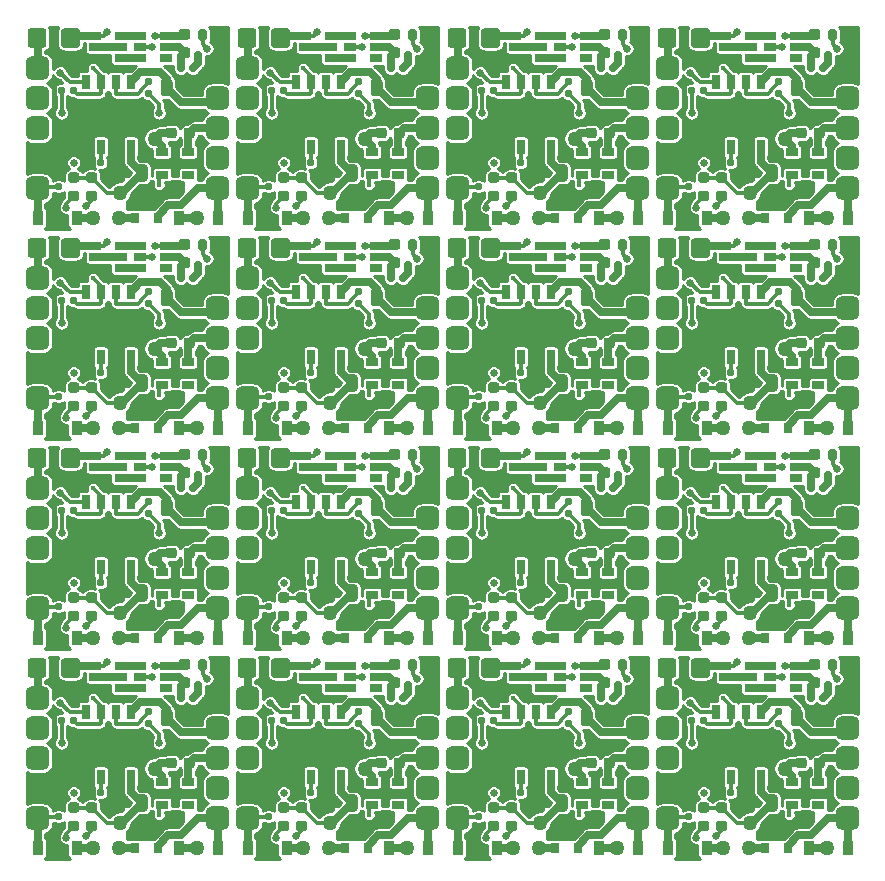
<source format=gbr>
%TF.GenerationSoftware,KiCad,Pcbnew,5.1.8*%
%TF.CreationDate,2020-11-29T15:41:03+01:00*%
%TF.ProjectId,panel,70616e65-6c2e-46b6-9963-61645f706362,rev?*%
%TF.SameCoordinates,Original*%
%TF.FileFunction,Copper,L1,Top*%
%TF.FilePolarity,Positive*%
%FSLAX46Y46*%
G04 Gerber Fmt 4.6, Leading zero omitted, Abs format (unit mm)*
G04 Created by KiCad (PCBNEW 5.1.8) date 2020-11-29 15:41:03*
%MOMM*%
%LPD*%
G01*
G04 APERTURE LIST*
%TA.AperFunction,SMDPad,CuDef*%
%ADD10R,0.700000X1.300000*%
%TD*%
%TA.AperFunction,SMDPad,CuDef*%
%ADD11R,3.400000X2.400000*%
%TD*%
%TA.AperFunction,SMDPad,CuDef*%
%ADD12R,0.800000X0.900000*%
%TD*%
%TA.AperFunction,SMDPad,CuDef*%
%ADD13R,1.060000X0.650000*%
%TD*%
%TA.AperFunction,SMDPad,CuDef*%
%ADD14R,0.900000X1.200000*%
%TD*%
%TA.AperFunction,ViaPad*%
%ADD15C,1.270000*%
%TD*%
%TA.AperFunction,ViaPad*%
%ADD16C,0.635000*%
%TD*%
%TA.AperFunction,ViaPad*%
%ADD17C,0.450000*%
%TD*%
%TA.AperFunction,Conductor*%
%ADD18C,0.635000*%
%TD*%
%TA.AperFunction,Conductor*%
%ADD19C,0.317500*%
%TD*%
%TA.AperFunction,Conductor*%
%ADD20C,0.250000*%
%TD*%
%TA.AperFunction,Conductor*%
%ADD21C,0.150000*%
%TD*%
%TA.AperFunction,Conductor*%
%ADD22C,0.254000*%
%TD*%
G04 APERTURE END LIST*
%TO.P,D1,1*%
%TO.N,Board_16-Net-(D1-Pad1)*%
%TA.AperFunction,SMDPad,CuDef*%
G36*
G01*
X109438266Y-118433516D02*
X108925766Y-118433516D01*
G75*
G02*
X108707016Y-118214766I0J218750D01*
G01*
X108707016Y-117777266D01*
G75*
G02*
X108925766Y-117558516I218750J0D01*
G01*
X109438266Y-117558516D01*
G75*
G02*
X109657016Y-117777266I0J-218750D01*
G01*
X109657016Y-118214766D01*
G75*
G02*
X109438266Y-118433516I-218750J0D01*
G01*
G37*
%TD.AperFunction*%
%TO.P,D1,2*%
%TO.N,Board_16-Net-(C1-Pad1)*%
%TA.AperFunction,SMDPad,CuDef*%
G36*
G01*
X109438266Y-116858516D02*
X108925766Y-116858516D01*
G75*
G02*
X108707016Y-116639766I0J218750D01*
G01*
X108707016Y-116202266D01*
G75*
G02*
X108925766Y-115983516I218750J0D01*
G01*
X109438266Y-115983516D01*
G75*
G02*
X109657016Y-116202266I0J-218750D01*
G01*
X109657016Y-116639766D01*
G75*
G02*
X109438266Y-116858516I-218750J0D01*
G01*
G37*
%TD.AperFunction*%
%TD*%
%TO.P,D2,1*%
%TO.N,Board_16-Net-(D2-Pad1)*%
%TA.AperFunction,SMDPad,CuDef*%
G36*
G01*
X107914266Y-118433516D02*
X107401766Y-118433516D01*
G75*
G02*
X107183016Y-118214766I0J218750D01*
G01*
X107183016Y-117777266D01*
G75*
G02*
X107401766Y-117558516I218750J0D01*
G01*
X107914266Y-117558516D01*
G75*
G02*
X108133016Y-117777266I0J-218750D01*
G01*
X108133016Y-118214766D01*
G75*
G02*
X107914266Y-118433516I-218750J0D01*
G01*
G37*
%TD.AperFunction*%
%TO.P,D2,2*%
%TO.N,Board_16-Net-(C1-Pad1)*%
%TA.AperFunction,SMDPad,CuDef*%
G36*
G01*
X107914266Y-116858516D02*
X107401766Y-116858516D01*
G75*
G02*
X107183016Y-116639766I0J218750D01*
G01*
X107183016Y-116202266D01*
G75*
G02*
X107401766Y-115983516I218750J0D01*
G01*
X107914266Y-115983516D01*
G75*
G02*
X108133016Y-116202266I0J-218750D01*
G01*
X108133016Y-116639766D01*
G75*
G02*
X107914266Y-116858516I-218750J0D01*
G01*
G37*
%TD.AperFunction*%
%TD*%
%TO.P,F1,1*%
%TO.N,Board_16-/-BATT*%
%TA.AperFunction,SMDPad,CuDef*%
G36*
G01*
X108204016Y-104035016D02*
X108204016Y-105185016D01*
G75*
G02*
X107954016Y-105435016I-250000J0D01*
G01*
X106854016Y-105435016D01*
G75*
G02*
X106604016Y-105185016I0J250000D01*
G01*
X106604016Y-104035016D01*
G75*
G02*
X106854016Y-103785016I250000J0D01*
G01*
X107954016Y-103785016D01*
G75*
G02*
X108204016Y-104035016I0J-250000D01*
G01*
G37*
%TD.AperFunction*%
%TO.P,F1,2*%
%TO.N,Board_16-/-BATT_RAW*%
%TA.AperFunction,SMDPad,CuDef*%
G36*
G01*
X105354016Y-104035016D02*
X105354016Y-105185016D01*
G75*
G02*
X105104016Y-105435016I-250000J0D01*
G01*
X104004016Y-105435016D01*
G75*
G02*
X103754016Y-105185016I0J250000D01*
G01*
X103754016Y-104035016D01*
G75*
G02*
X104004016Y-103785016I250000J0D01*
G01*
X105104016Y-103785016D01*
G75*
G02*
X105354016Y-104035016I0J-250000D01*
G01*
G37*
%TD.AperFunction*%
%TD*%
D10*
%TO.P,IC1,4*%
%TO.N,Board_16-Net-(C1-Pad1)*%
X112484016Y-113837016D03*
%TO.P,IC1,3*%
%TO.N,Board_16-GND*%
X111214016Y-113837016D03*
%TO.P,IC1,1*%
X108674016Y-113837016D03*
%TO.P,IC1,2*%
%TO.N,Board_16-/charge-controller/PROG*%
X109944016Y-113837016D03*
%TO.P,IC1,5*%
%TO.N,Board_16-/+BATT*%
X112484016Y-108337016D03*
%TO.P,IC1,6*%
%TO.N,Board_16-/charge-controller/~STDBY*%
X111214016Y-108337016D03*
%TO.P,IC1,8*%
%TO.N,Board_16-Net-(C1-Pad1)*%
X108674016Y-108337016D03*
%TO.P,IC1,7*%
%TO.N,Board_16-/STAT*%
X109944016Y-108337016D03*
D11*
%TO.P,IC1,3*%
%TO.N,Board_16-GND*%
X110579016Y-111087016D03*
%TD*%
D12*
%TO.P,Q1,1*%
%TO.N,Board_16-/+CHARGE*%
X112870016Y-119850016D03*
%TO.P,Q1,2*%
%TO.N,Board_16-/VMAX*%
X114770016Y-119850016D03*
%TO.P,Q1,3*%
%TO.N,Board_16-/+BATT*%
X113820016Y-117850016D03*
%TD*%
%TO.P,R1,1*%
%TO.N,Board_16-/charge-controller/PROG*%
%TA.AperFunction,SMDPad,CuDef*%
G36*
G01*
X110214016Y-114966016D02*
X110214016Y-115336016D01*
G75*
G02*
X110079016Y-115471016I-135000J0D01*
G01*
X109809016Y-115471016D01*
G75*
G02*
X109674016Y-115336016I0J135000D01*
G01*
X109674016Y-114966016D01*
G75*
G02*
X109809016Y-114831016I135000J0D01*
G01*
X110079016Y-114831016D01*
G75*
G02*
X110214016Y-114966016I0J-135000D01*
G01*
G37*
%TD.AperFunction*%
%TO.P,R1,2*%
%TO.N,Board_16-GND*%
%TA.AperFunction,SMDPad,CuDef*%
G36*
G01*
X109194016Y-114966016D02*
X109194016Y-115336016D01*
G75*
G02*
X109059016Y-115471016I-135000J0D01*
G01*
X108789016Y-115471016D01*
G75*
G02*
X108654016Y-115336016I0J135000D01*
G01*
X108654016Y-114966016D01*
G75*
G02*
X108789016Y-114831016I135000J0D01*
G01*
X109059016Y-114831016D01*
G75*
G02*
X109194016Y-114966016I0J-135000D01*
G01*
G37*
%TD.AperFunction*%
%TD*%
%TO.P,R2,1*%
%TO.N,Board_16-Net-(D1-Pad1)*%
%TA.AperFunction,SMDPad,CuDef*%
G36*
G01*
X114193016Y-109583016D02*
X113823016Y-109583016D01*
G75*
G02*
X113688016Y-109448016I0J135000D01*
G01*
X113688016Y-109178016D01*
G75*
G02*
X113823016Y-109043016I135000J0D01*
G01*
X114193016Y-109043016D01*
G75*
G02*
X114328016Y-109178016I0J-135000D01*
G01*
X114328016Y-109448016D01*
G75*
G02*
X114193016Y-109583016I-135000J0D01*
G01*
G37*
%TD.AperFunction*%
%TO.P,R2,2*%
%TO.N,Board_16-/charge-controller/~STDBY*%
%TA.AperFunction,SMDPad,CuDef*%
G36*
G01*
X114193016Y-108563016D02*
X113823016Y-108563016D01*
G75*
G02*
X113688016Y-108428016I0J135000D01*
G01*
X113688016Y-108158016D01*
G75*
G02*
X113823016Y-108023016I135000J0D01*
G01*
X114193016Y-108023016D01*
G75*
G02*
X114328016Y-108158016I0J-135000D01*
G01*
X114328016Y-108428016D01*
G75*
G02*
X114193016Y-108563016I-135000J0D01*
G01*
G37*
%TD.AperFunction*%
%TD*%
%TO.P,R3,1*%
%TO.N,Board_16-Net-(D2-Pad1)*%
%TA.AperFunction,SMDPad,CuDef*%
G36*
G01*
X106372016Y-109240016D02*
X106372016Y-108870016D01*
G75*
G02*
X106507016Y-108735016I135000J0D01*
G01*
X106777016Y-108735016D01*
G75*
G02*
X106912016Y-108870016I0J-135000D01*
G01*
X106912016Y-109240016D01*
G75*
G02*
X106777016Y-109375016I-135000J0D01*
G01*
X106507016Y-109375016D01*
G75*
G02*
X106372016Y-109240016I0J135000D01*
G01*
G37*
%TD.AperFunction*%
%TO.P,R3,2*%
%TO.N,Board_16-/STAT*%
%TA.AperFunction,SMDPad,CuDef*%
G36*
G01*
X107392016Y-109240016D02*
X107392016Y-108870016D01*
G75*
G02*
X107527016Y-108735016I135000J0D01*
G01*
X107797016Y-108735016D01*
G75*
G02*
X107932016Y-108870016I0J-135000D01*
G01*
X107932016Y-109240016D01*
G75*
G02*
X107797016Y-109375016I-135000J0D01*
G01*
X107527016Y-109375016D01*
G75*
G02*
X107392016Y-109240016I0J135000D01*
G01*
G37*
%TD.AperFunction*%
%TD*%
%TO.P,R4,1*%
%TO.N,Board_16-GND*%
%TA.AperFunction,SMDPad,CuDef*%
G36*
G01*
X106573016Y-118473016D02*
X106203016Y-118473016D01*
G75*
G02*
X106068016Y-118338016I0J135000D01*
G01*
X106068016Y-118068016D01*
G75*
G02*
X106203016Y-117933016I135000J0D01*
G01*
X106573016Y-117933016D01*
G75*
G02*
X106708016Y-118068016I0J-135000D01*
G01*
X106708016Y-118338016D01*
G75*
G02*
X106573016Y-118473016I-135000J0D01*
G01*
G37*
%TD.AperFunction*%
%TO.P,R4,2*%
%TO.N,Board_16-/+CHARGE*%
%TA.AperFunction,SMDPad,CuDef*%
G36*
G01*
X106573016Y-117453016D02*
X106203016Y-117453016D01*
G75*
G02*
X106068016Y-117318016I0J135000D01*
G01*
X106068016Y-117048016D01*
G75*
G02*
X106203016Y-116913016I135000J0D01*
G01*
X106573016Y-116913016D01*
G75*
G02*
X106708016Y-117048016I0J-135000D01*
G01*
X106708016Y-117318016D01*
G75*
G02*
X106573016Y-117453016I-135000J0D01*
G01*
G37*
%TD.AperFunction*%
%TD*%
%TO.P,R5,1*%
%TO.N,Board_16-/+BATT*%
%TA.AperFunction,SMDPad,CuDef*%
G36*
G01*
X118028516Y-106965016D02*
X118028516Y-107335016D01*
G75*
G02*
X117893516Y-107470016I-135000J0D01*
G01*
X117623516Y-107470016D01*
G75*
G02*
X117488516Y-107335016I0J135000D01*
G01*
X117488516Y-106965016D01*
G75*
G02*
X117623516Y-106830016I135000J0D01*
G01*
X117893516Y-106830016D01*
G75*
G02*
X118028516Y-106965016I0J-135000D01*
G01*
G37*
%TD.AperFunction*%
%TO.P,R5,2*%
%TO.N,Board_16-Net-(C5-Pad1)*%
%TA.AperFunction,SMDPad,CuDef*%
G36*
G01*
X117008516Y-106965016D02*
X117008516Y-107335016D01*
G75*
G02*
X116873516Y-107470016I-135000J0D01*
G01*
X116603516Y-107470016D01*
G75*
G02*
X116468516Y-107335016I0J135000D01*
G01*
X116468516Y-106965016D01*
G75*
G02*
X116603516Y-106830016I135000J0D01*
G01*
X116873516Y-106830016D01*
G75*
G02*
X117008516Y-106965016I0J-135000D01*
G01*
G37*
%TD.AperFunction*%
%TD*%
%TO.P,TP1,1*%
%TO.N,Board_16-/-BATT_RAW*%
%TA.AperFunction,ComponentPad*%
G36*
G01*
X103610016Y-107650016D02*
X103610016Y-106650016D01*
G75*
G02*
X104110016Y-106150016I500000J0D01*
G01*
X105110016Y-106150016D01*
G75*
G02*
X105610016Y-106650016I0J-500000D01*
G01*
X105610016Y-107650016D01*
G75*
G02*
X105110016Y-108150016I-500000J0D01*
G01*
X104110016Y-108150016D01*
G75*
G02*
X103610016Y-107650016I0J500000D01*
G01*
G37*
%TD.AperFunction*%
%TD*%
%TO.P,TP2,1*%
%TO.N,Board_16-/+BATT*%
%TA.AperFunction,ComponentPad*%
G36*
G01*
X103610016Y-110190016D02*
X103610016Y-109190016D01*
G75*
G02*
X104110016Y-108690016I500000J0D01*
G01*
X105110016Y-108690016D01*
G75*
G02*
X105610016Y-109190016I0J-500000D01*
G01*
X105610016Y-110190016D01*
G75*
G02*
X105110016Y-110690016I-500000J0D01*
G01*
X104110016Y-110690016D01*
G75*
G02*
X103610016Y-110190016I0J500000D01*
G01*
G37*
%TD.AperFunction*%
%TD*%
%TO.P,TP3,1*%
%TO.N,Board_16-GND*%
%TA.AperFunction,ComponentPad*%
G36*
G01*
X103610016Y-115270016D02*
X103610016Y-114270016D01*
G75*
G02*
X104110016Y-113770016I500000J0D01*
G01*
X105110016Y-113770016D01*
G75*
G02*
X105610016Y-114270016I0J-500000D01*
G01*
X105610016Y-115270016D01*
G75*
G02*
X105110016Y-115770016I-500000J0D01*
G01*
X104110016Y-115770016D01*
G75*
G02*
X103610016Y-115270016I0J500000D01*
G01*
G37*
%TD.AperFunction*%
%TD*%
%TO.P,TP4,1*%
%TO.N,Board_16-/+CHARGE*%
%TA.AperFunction,ComponentPad*%
G36*
G01*
X103610016Y-117810016D02*
X103610016Y-116810016D01*
G75*
G02*
X104110016Y-116310016I500000J0D01*
G01*
X105110016Y-116310016D01*
G75*
G02*
X105610016Y-116810016I0J-500000D01*
G01*
X105610016Y-117810016D01*
G75*
G02*
X105110016Y-118310016I-500000J0D01*
G01*
X104110016Y-118310016D01*
G75*
G02*
X103610016Y-117810016I0J500000D01*
G01*
G37*
%TD.AperFunction*%
%TD*%
%TO.P,TP5,1*%
%TO.N,Board_16-/3v3_EN*%
%TA.AperFunction,ComponentPad*%
G36*
G01*
X103610016Y-112730016D02*
X103610016Y-111730016D01*
G75*
G02*
X104110016Y-111230016I500000J0D01*
G01*
X105110016Y-111230016D01*
G75*
G02*
X105610016Y-111730016I0J-500000D01*
G01*
X105610016Y-112730016D01*
G75*
G02*
X105110016Y-113230016I-500000J0D01*
G01*
X104110016Y-113230016D01*
G75*
G02*
X103610016Y-112730016I0J500000D01*
G01*
G37*
%TD.AperFunction*%
%TD*%
%TO.P,TP6,1*%
%TO.N,Board_16-/VMAX*%
%TA.AperFunction,ComponentPad*%
G36*
G01*
X118850016Y-117810016D02*
X118850016Y-116810016D01*
G75*
G02*
X119350016Y-116310016I500000J0D01*
G01*
X120350016Y-116310016D01*
G75*
G02*
X120850016Y-116810016I0J-500000D01*
G01*
X120850016Y-117810016D01*
G75*
G02*
X120350016Y-118310016I-500000J0D01*
G01*
X119350016Y-118310016D01*
G75*
G02*
X118850016Y-117810016I0J500000D01*
G01*
G37*
%TD.AperFunction*%
%TD*%
%TO.P,TP7,1*%
%TO.N,Board_16-/+BATT*%
%TA.AperFunction,ComponentPad*%
G36*
G01*
X118850016Y-110190016D02*
X118850016Y-109190016D01*
G75*
G02*
X119350016Y-108690016I500000J0D01*
G01*
X120350016Y-108690016D01*
G75*
G02*
X120850016Y-109190016I0J-500000D01*
G01*
X120850016Y-110190016D01*
G75*
G02*
X120350016Y-110690016I-500000J0D01*
G01*
X119350016Y-110690016D01*
G75*
G02*
X118850016Y-110190016I0J500000D01*
G01*
G37*
%TD.AperFunction*%
%TD*%
%TO.P,TP8,1*%
%TO.N,Board_16-/+3v3*%
%TA.AperFunction,ComponentPad*%
G36*
G01*
X118850016Y-112730016D02*
X118850016Y-111730016D01*
G75*
G02*
X119350016Y-111230016I500000J0D01*
G01*
X120350016Y-111230016D01*
G75*
G02*
X120850016Y-111730016I0J-500000D01*
G01*
X120850016Y-112730016D01*
G75*
G02*
X120350016Y-113230016I-500000J0D01*
G01*
X119350016Y-113230016D01*
G75*
G02*
X118850016Y-112730016I0J500000D01*
G01*
G37*
%TD.AperFunction*%
%TD*%
%TO.P,TP9,1*%
%TO.N,Board_16-/STAT*%
%TA.AperFunction,ComponentPad*%
G36*
G01*
X118850016Y-115270016D02*
X118850016Y-114270016D01*
G75*
G02*
X119350016Y-113770016I500000J0D01*
G01*
X120350016Y-113770016D01*
G75*
G02*
X120850016Y-114270016I0J-500000D01*
G01*
X120850016Y-115270016D01*
G75*
G02*
X120350016Y-115770016I-500000J0D01*
G01*
X119350016Y-115770016D01*
G75*
G02*
X118850016Y-115270016I0J500000D01*
G01*
G37*
%TD.AperFunction*%
%TD*%
%TO.P,TP10,1*%
%TO.N,Board_16-GND*%
%TA.AperFunction,ComponentPad*%
G36*
G01*
X118850016Y-107650016D02*
X118850016Y-106650016D01*
G75*
G02*
X119350016Y-106150016I500000J0D01*
G01*
X120350016Y-106150016D01*
G75*
G02*
X120850016Y-106650016I0J-500000D01*
G01*
X120850016Y-107650016D01*
G75*
G02*
X120350016Y-108150016I-500000J0D01*
G01*
X119350016Y-108150016D01*
G75*
G02*
X118850016Y-107650016I0J500000D01*
G01*
G37*
%TD.AperFunction*%
%TD*%
D13*
%TO.P,U1,1*%
%TO.N,Board_16-/VMAX*%
X115151016Y-114267016D03*
%TO.P,U1,2*%
%TO.N,Board_16-GND*%
X115151016Y-115217016D03*
%TO.P,U1,3*%
%TO.N,Board_16-/3v3_EN*%
X115151016Y-116167016D03*
%TO.P,U1,4*%
%TO.N,Board_16-Net-(U1-Pad4)*%
X117351016Y-116167016D03*
%TO.P,U1,5*%
%TO.N,Board_16-/+3v3*%
X117351016Y-114267016D03*
%TD*%
%TO.P,U2,1*%
%TO.N,Board_16-Net-(U2-Pad1)*%
X113246016Y-104416016D03*
%TO.P,U2,2*%
%TO.N,Board_16-Net-(R6-Pad1)*%
X113246016Y-105366016D03*
%TO.P,U2,3*%
%TO.N,Board_16-Net-(U2-Pad3)*%
X113246016Y-106316016D03*
%TO.P,U2,4*%
%TO.N,Board_16-Net-(U2-Pad4)*%
X115446016Y-106316016D03*
%TO.P,U2,6*%
%TO.N,Board_16-/-BATT*%
X115446016Y-104416016D03*
%TO.P,U2,5*%
%TO.N,Board_16-Net-(C5-Pad1)*%
X115446016Y-105366016D03*
%TD*%
%TO.P,U3,1*%
%TO.N,Board_16-/-BATT*%
X109436016Y-104416016D03*
%TO.P,U3,2*%
%TO.N,Board_16-Net-(U3-Pad2)*%
X109436016Y-105366016D03*
%TO.P,U3,3*%
%TO.N,Board_16-GND*%
X109436016Y-106316016D03*
%TO.P,U3,4*%
%TO.N,Board_16-Net-(U2-Pad3)*%
X111636016Y-106316016D03*
%TO.P,U3,6*%
%TO.N,Board_16-Net-(U2-Pad1)*%
X111636016Y-104416016D03*
%TO.P,U3,5*%
%TO.N,Board_16-Net-(U3-Pad2)*%
X111636016Y-105366016D03*
%TD*%
D14*
%TO.P,D3,1*%
%TO.N,Board_16-Net-(C1-Pad1)*%
X107910016Y-119850016D03*
%TO.P,D3,2*%
%TO.N,Board_16-/+CHARGE*%
X104610016Y-119850016D03*
%TD*%
%TO.P,D4,1*%
%TO.N,Board_16-/VMAX*%
X119850016Y-119850016D03*
%TO.P,D4,2*%
%TO.N,Board_16-/+CHARGE*%
X116550016Y-119850016D03*
%TD*%
%TO.P,C1,1*%
%TO.N,Board_16-Net-(C1-Pad1)*%
%TA.AperFunction,SMDPad,CuDef*%
G36*
G01*
X113934016Y-115565016D02*
X113934016Y-116515016D01*
G75*
G02*
X113684016Y-116765016I-250000J0D01*
G01*
X113184016Y-116765016D01*
G75*
G02*
X112934016Y-116515016I0J250000D01*
G01*
X112934016Y-115565016D01*
G75*
G02*
X113184016Y-115315016I250000J0D01*
G01*
X113684016Y-115315016D01*
G75*
G02*
X113934016Y-115565016I0J-250000D01*
G01*
G37*
%TD.AperFunction*%
%TO.P,C1,2*%
%TO.N,Board_16-GND*%
%TA.AperFunction,SMDPad,CuDef*%
G36*
G01*
X112034016Y-115565016D02*
X112034016Y-116515016D01*
G75*
G02*
X111784016Y-116765016I-250000J0D01*
G01*
X111284016Y-116765016D01*
G75*
G02*
X111034016Y-116515016I0J250000D01*
G01*
X111034016Y-115565016D01*
G75*
G02*
X111284016Y-115315016I250000J0D01*
G01*
X111784016Y-115315016D01*
G75*
G02*
X112034016Y-115565016I0J-250000D01*
G01*
G37*
%TD.AperFunction*%
%TD*%
%TO.P,C2,1*%
%TO.N,Board_16-/+BATT*%
%TA.AperFunction,SMDPad,CuDef*%
G36*
G01*
X115032016Y-109276016D02*
X115032016Y-108326016D01*
G75*
G02*
X115282016Y-108076016I250000J0D01*
G01*
X115782016Y-108076016D01*
G75*
G02*
X116032016Y-108326016I0J-250000D01*
G01*
X116032016Y-109276016D01*
G75*
G02*
X115782016Y-109526016I-250000J0D01*
G01*
X115282016Y-109526016D01*
G75*
G02*
X115032016Y-109276016I0J250000D01*
G01*
G37*
%TD.AperFunction*%
%TO.P,C2,2*%
%TO.N,Board_16-GND*%
%TA.AperFunction,SMDPad,CuDef*%
G36*
G01*
X116932016Y-109276016D02*
X116932016Y-108326016D01*
G75*
G02*
X117182016Y-108076016I250000J0D01*
G01*
X117682016Y-108076016D01*
G75*
G02*
X117932016Y-108326016I0J-250000D01*
G01*
X117932016Y-109276016D01*
G75*
G02*
X117682016Y-109526016I-250000J0D01*
G01*
X117182016Y-109526016D01*
G75*
G02*
X116932016Y-109276016I0J250000D01*
G01*
G37*
%TD.AperFunction*%
%TD*%
%TO.P,C3,1*%
%TO.N,Board_16-/VMAX*%
%TA.AperFunction,SMDPad,CuDef*%
G36*
G01*
X116163016Y-113087016D02*
X115663016Y-113087016D01*
G75*
G02*
X115438016Y-112862016I0J225000D01*
G01*
X115438016Y-112412016D01*
G75*
G02*
X115663016Y-112187016I225000J0D01*
G01*
X116163016Y-112187016D01*
G75*
G02*
X116388016Y-112412016I0J-225000D01*
G01*
X116388016Y-112862016D01*
G75*
G02*
X116163016Y-113087016I-225000J0D01*
G01*
G37*
%TD.AperFunction*%
%TO.P,C3,2*%
%TO.N,Board_16-GND*%
%TA.AperFunction,SMDPad,CuDef*%
G36*
G01*
X116163016Y-111537016D02*
X115663016Y-111537016D01*
G75*
G02*
X115438016Y-111312016I0J225000D01*
G01*
X115438016Y-110862016D01*
G75*
G02*
X115663016Y-110637016I225000J0D01*
G01*
X116163016Y-110637016D01*
G75*
G02*
X116388016Y-110862016I0J-225000D01*
G01*
X116388016Y-111312016D01*
G75*
G02*
X116163016Y-111537016I-225000J0D01*
G01*
G37*
%TD.AperFunction*%
%TD*%
%TO.P,C4,1*%
%TO.N,Board_16-/+3v3*%
%TA.AperFunction,SMDPad,CuDef*%
G36*
G01*
X117687016Y-113087016D02*
X117187016Y-113087016D01*
G75*
G02*
X116962016Y-112862016I0J225000D01*
G01*
X116962016Y-112412016D01*
G75*
G02*
X117187016Y-112187016I225000J0D01*
G01*
X117687016Y-112187016D01*
G75*
G02*
X117912016Y-112412016I0J-225000D01*
G01*
X117912016Y-112862016D01*
G75*
G02*
X117687016Y-113087016I-225000J0D01*
G01*
G37*
%TD.AperFunction*%
%TO.P,C4,2*%
%TO.N,Board_16-GND*%
%TA.AperFunction,SMDPad,CuDef*%
G36*
G01*
X117687016Y-111537016D02*
X117187016Y-111537016D01*
G75*
G02*
X116962016Y-111312016I0J225000D01*
G01*
X116962016Y-110862016D01*
G75*
G02*
X117187016Y-110637016I225000J0D01*
G01*
X117687016Y-110637016D01*
G75*
G02*
X117912016Y-110862016I0J-225000D01*
G01*
X117912016Y-111312016D01*
G75*
G02*
X117687016Y-111537016I-225000J0D01*
G01*
G37*
%TD.AperFunction*%
%TD*%
%TO.P,C5,1*%
%TO.N,Board_16-Net-(C5-Pad1)*%
%TA.AperFunction,SMDPad,CuDef*%
G36*
G01*
X117306016Y-106292516D02*
X116806016Y-106292516D01*
G75*
G02*
X116581016Y-106067516I0J225000D01*
G01*
X116581016Y-105617516D01*
G75*
G02*
X116806016Y-105392516I225000J0D01*
G01*
X117306016Y-105392516D01*
G75*
G02*
X117531016Y-105617516I0J-225000D01*
G01*
X117531016Y-106067516D01*
G75*
G02*
X117306016Y-106292516I-225000J0D01*
G01*
G37*
%TD.AperFunction*%
%TO.P,C5,2*%
%TO.N,Board_16-/-BATT*%
%TA.AperFunction,SMDPad,CuDef*%
G36*
G01*
X117306016Y-104742516D02*
X116806016Y-104742516D01*
G75*
G02*
X116581016Y-104517516I0J225000D01*
G01*
X116581016Y-104067516D01*
G75*
G02*
X116806016Y-103842516I225000J0D01*
G01*
X117306016Y-103842516D01*
G75*
G02*
X117531016Y-104067516I0J-225000D01*
G01*
X117531016Y-104517516D01*
G75*
G02*
X117306016Y-104742516I-225000J0D01*
G01*
G37*
%TD.AperFunction*%
%TD*%
%TO.P,R6,1*%
%TO.N,Board_16-Net-(R6-Pad1)*%
%TA.AperFunction,SMDPad,CuDef*%
G36*
G01*
X118180016Y-104631016D02*
X118180016Y-104081016D01*
G75*
G02*
X118380016Y-103881016I200000J0D01*
G01*
X118780016Y-103881016D01*
G75*
G02*
X118980016Y-104081016I0J-200000D01*
G01*
X118980016Y-104631016D01*
G75*
G02*
X118780016Y-104831016I-200000J0D01*
G01*
X118380016Y-104831016D01*
G75*
G02*
X118180016Y-104631016I0J200000D01*
G01*
G37*
%TD.AperFunction*%
%TO.P,R6,2*%
%TO.N,Board_16-GND*%
%TA.AperFunction,SMDPad,CuDef*%
G36*
G01*
X119830016Y-104631016D02*
X119830016Y-104081016D01*
G75*
G02*
X120030016Y-103881016I200000J0D01*
G01*
X120430016Y-103881016D01*
G75*
G02*
X120630016Y-104081016I0J-200000D01*
G01*
X120630016Y-104631016D01*
G75*
G02*
X120430016Y-104831016I-200000J0D01*
G01*
X120030016Y-104831016D01*
G75*
G02*
X119830016Y-104631016I0J200000D01*
G01*
G37*
%TD.AperFunction*%
%TD*%
%TO.P,D1,1*%
%TO.N,Board_15-Net-(D1-Pad1)*%
%TA.AperFunction,SMDPad,CuDef*%
G36*
G01*
X91658261Y-118433516D02*
X91145761Y-118433516D01*
G75*
G02*
X90927011Y-118214766I0J218750D01*
G01*
X90927011Y-117777266D01*
G75*
G02*
X91145761Y-117558516I218750J0D01*
G01*
X91658261Y-117558516D01*
G75*
G02*
X91877011Y-117777266I0J-218750D01*
G01*
X91877011Y-118214766D01*
G75*
G02*
X91658261Y-118433516I-218750J0D01*
G01*
G37*
%TD.AperFunction*%
%TO.P,D1,2*%
%TO.N,Board_15-Net-(C1-Pad1)*%
%TA.AperFunction,SMDPad,CuDef*%
G36*
G01*
X91658261Y-116858516D02*
X91145761Y-116858516D01*
G75*
G02*
X90927011Y-116639766I0J218750D01*
G01*
X90927011Y-116202266D01*
G75*
G02*
X91145761Y-115983516I218750J0D01*
G01*
X91658261Y-115983516D01*
G75*
G02*
X91877011Y-116202266I0J-218750D01*
G01*
X91877011Y-116639766D01*
G75*
G02*
X91658261Y-116858516I-218750J0D01*
G01*
G37*
%TD.AperFunction*%
%TD*%
%TO.P,D2,1*%
%TO.N,Board_15-Net-(D2-Pad1)*%
%TA.AperFunction,SMDPad,CuDef*%
G36*
G01*
X90134261Y-118433516D02*
X89621761Y-118433516D01*
G75*
G02*
X89403011Y-118214766I0J218750D01*
G01*
X89403011Y-117777266D01*
G75*
G02*
X89621761Y-117558516I218750J0D01*
G01*
X90134261Y-117558516D01*
G75*
G02*
X90353011Y-117777266I0J-218750D01*
G01*
X90353011Y-118214766D01*
G75*
G02*
X90134261Y-118433516I-218750J0D01*
G01*
G37*
%TD.AperFunction*%
%TO.P,D2,2*%
%TO.N,Board_15-Net-(C1-Pad1)*%
%TA.AperFunction,SMDPad,CuDef*%
G36*
G01*
X90134261Y-116858516D02*
X89621761Y-116858516D01*
G75*
G02*
X89403011Y-116639766I0J218750D01*
G01*
X89403011Y-116202266D01*
G75*
G02*
X89621761Y-115983516I218750J0D01*
G01*
X90134261Y-115983516D01*
G75*
G02*
X90353011Y-116202266I0J-218750D01*
G01*
X90353011Y-116639766D01*
G75*
G02*
X90134261Y-116858516I-218750J0D01*
G01*
G37*
%TD.AperFunction*%
%TD*%
%TO.P,F1,1*%
%TO.N,Board_15-/-BATT*%
%TA.AperFunction,SMDPad,CuDef*%
G36*
G01*
X90424011Y-104035016D02*
X90424011Y-105185016D01*
G75*
G02*
X90174011Y-105435016I-250000J0D01*
G01*
X89074011Y-105435016D01*
G75*
G02*
X88824011Y-105185016I0J250000D01*
G01*
X88824011Y-104035016D01*
G75*
G02*
X89074011Y-103785016I250000J0D01*
G01*
X90174011Y-103785016D01*
G75*
G02*
X90424011Y-104035016I0J-250000D01*
G01*
G37*
%TD.AperFunction*%
%TO.P,F1,2*%
%TO.N,Board_15-/-BATT_RAW*%
%TA.AperFunction,SMDPad,CuDef*%
G36*
G01*
X87574011Y-104035016D02*
X87574011Y-105185016D01*
G75*
G02*
X87324011Y-105435016I-250000J0D01*
G01*
X86224011Y-105435016D01*
G75*
G02*
X85974011Y-105185016I0J250000D01*
G01*
X85974011Y-104035016D01*
G75*
G02*
X86224011Y-103785016I250000J0D01*
G01*
X87324011Y-103785016D01*
G75*
G02*
X87574011Y-104035016I0J-250000D01*
G01*
G37*
%TD.AperFunction*%
%TD*%
D10*
%TO.P,IC1,4*%
%TO.N,Board_15-Net-(C1-Pad1)*%
X94704011Y-113837016D03*
%TO.P,IC1,3*%
%TO.N,Board_15-GND*%
X93434011Y-113837016D03*
%TO.P,IC1,1*%
X90894011Y-113837016D03*
%TO.P,IC1,2*%
%TO.N,Board_15-/charge-controller/PROG*%
X92164011Y-113837016D03*
%TO.P,IC1,5*%
%TO.N,Board_15-/+BATT*%
X94704011Y-108337016D03*
%TO.P,IC1,6*%
%TO.N,Board_15-/charge-controller/~STDBY*%
X93434011Y-108337016D03*
%TO.P,IC1,8*%
%TO.N,Board_15-Net-(C1-Pad1)*%
X90894011Y-108337016D03*
%TO.P,IC1,7*%
%TO.N,Board_15-/STAT*%
X92164011Y-108337016D03*
D11*
%TO.P,IC1,3*%
%TO.N,Board_15-GND*%
X92799011Y-111087016D03*
%TD*%
D12*
%TO.P,Q1,1*%
%TO.N,Board_15-/+CHARGE*%
X95090011Y-119850016D03*
%TO.P,Q1,2*%
%TO.N,Board_15-/VMAX*%
X96990011Y-119850016D03*
%TO.P,Q1,3*%
%TO.N,Board_15-/+BATT*%
X96040011Y-117850016D03*
%TD*%
%TO.P,R1,1*%
%TO.N,Board_15-/charge-controller/PROG*%
%TA.AperFunction,SMDPad,CuDef*%
G36*
G01*
X92434011Y-114966016D02*
X92434011Y-115336016D01*
G75*
G02*
X92299011Y-115471016I-135000J0D01*
G01*
X92029011Y-115471016D01*
G75*
G02*
X91894011Y-115336016I0J135000D01*
G01*
X91894011Y-114966016D01*
G75*
G02*
X92029011Y-114831016I135000J0D01*
G01*
X92299011Y-114831016D01*
G75*
G02*
X92434011Y-114966016I0J-135000D01*
G01*
G37*
%TD.AperFunction*%
%TO.P,R1,2*%
%TO.N,Board_15-GND*%
%TA.AperFunction,SMDPad,CuDef*%
G36*
G01*
X91414011Y-114966016D02*
X91414011Y-115336016D01*
G75*
G02*
X91279011Y-115471016I-135000J0D01*
G01*
X91009011Y-115471016D01*
G75*
G02*
X90874011Y-115336016I0J135000D01*
G01*
X90874011Y-114966016D01*
G75*
G02*
X91009011Y-114831016I135000J0D01*
G01*
X91279011Y-114831016D01*
G75*
G02*
X91414011Y-114966016I0J-135000D01*
G01*
G37*
%TD.AperFunction*%
%TD*%
%TO.P,R2,1*%
%TO.N,Board_15-Net-(D1-Pad1)*%
%TA.AperFunction,SMDPad,CuDef*%
G36*
G01*
X96413011Y-109583016D02*
X96043011Y-109583016D01*
G75*
G02*
X95908011Y-109448016I0J135000D01*
G01*
X95908011Y-109178016D01*
G75*
G02*
X96043011Y-109043016I135000J0D01*
G01*
X96413011Y-109043016D01*
G75*
G02*
X96548011Y-109178016I0J-135000D01*
G01*
X96548011Y-109448016D01*
G75*
G02*
X96413011Y-109583016I-135000J0D01*
G01*
G37*
%TD.AperFunction*%
%TO.P,R2,2*%
%TO.N,Board_15-/charge-controller/~STDBY*%
%TA.AperFunction,SMDPad,CuDef*%
G36*
G01*
X96413011Y-108563016D02*
X96043011Y-108563016D01*
G75*
G02*
X95908011Y-108428016I0J135000D01*
G01*
X95908011Y-108158016D01*
G75*
G02*
X96043011Y-108023016I135000J0D01*
G01*
X96413011Y-108023016D01*
G75*
G02*
X96548011Y-108158016I0J-135000D01*
G01*
X96548011Y-108428016D01*
G75*
G02*
X96413011Y-108563016I-135000J0D01*
G01*
G37*
%TD.AperFunction*%
%TD*%
%TO.P,R3,1*%
%TO.N,Board_15-Net-(D2-Pad1)*%
%TA.AperFunction,SMDPad,CuDef*%
G36*
G01*
X88592011Y-109240016D02*
X88592011Y-108870016D01*
G75*
G02*
X88727011Y-108735016I135000J0D01*
G01*
X88997011Y-108735016D01*
G75*
G02*
X89132011Y-108870016I0J-135000D01*
G01*
X89132011Y-109240016D01*
G75*
G02*
X88997011Y-109375016I-135000J0D01*
G01*
X88727011Y-109375016D01*
G75*
G02*
X88592011Y-109240016I0J135000D01*
G01*
G37*
%TD.AperFunction*%
%TO.P,R3,2*%
%TO.N,Board_15-/STAT*%
%TA.AperFunction,SMDPad,CuDef*%
G36*
G01*
X89612011Y-109240016D02*
X89612011Y-108870016D01*
G75*
G02*
X89747011Y-108735016I135000J0D01*
G01*
X90017011Y-108735016D01*
G75*
G02*
X90152011Y-108870016I0J-135000D01*
G01*
X90152011Y-109240016D01*
G75*
G02*
X90017011Y-109375016I-135000J0D01*
G01*
X89747011Y-109375016D01*
G75*
G02*
X89612011Y-109240016I0J135000D01*
G01*
G37*
%TD.AperFunction*%
%TD*%
%TO.P,R4,1*%
%TO.N,Board_15-GND*%
%TA.AperFunction,SMDPad,CuDef*%
G36*
G01*
X88793011Y-118473016D02*
X88423011Y-118473016D01*
G75*
G02*
X88288011Y-118338016I0J135000D01*
G01*
X88288011Y-118068016D01*
G75*
G02*
X88423011Y-117933016I135000J0D01*
G01*
X88793011Y-117933016D01*
G75*
G02*
X88928011Y-118068016I0J-135000D01*
G01*
X88928011Y-118338016D01*
G75*
G02*
X88793011Y-118473016I-135000J0D01*
G01*
G37*
%TD.AperFunction*%
%TO.P,R4,2*%
%TO.N,Board_15-/+CHARGE*%
%TA.AperFunction,SMDPad,CuDef*%
G36*
G01*
X88793011Y-117453016D02*
X88423011Y-117453016D01*
G75*
G02*
X88288011Y-117318016I0J135000D01*
G01*
X88288011Y-117048016D01*
G75*
G02*
X88423011Y-116913016I135000J0D01*
G01*
X88793011Y-116913016D01*
G75*
G02*
X88928011Y-117048016I0J-135000D01*
G01*
X88928011Y-117318016D01*
G75*
G02*
X88793011Y-117453016I-135000J0D01*
G01*
G37*
%TD.AperFunction*%
%TD*%
%TO.P,R5,1*%
%TO.N,Board_15-/+BATT*%
%TA.AperFunction,SMDPad,CuDef*%
G36*
G01*
X100248511Y-106965016D02*
X100248511Y-107335016D01*
G75*
G02*
X100113511Y-107470016I-135000J0D01*
G01*
X99843511Y-107470016D01*
G75*
G02*
X99708511Y-107335016I0J135000D01*
G01*
X99708511Y-106965016D01*
G75*
G02*
X99843511Y-106830016I135000J0D01*
G01*
X100113511Y-106830016D01*
G75*
G02*
X100248511Y-106965016I0J-135000D01*
G01*
G37*
%TD.AperFunction*%
%TO.P,R5,2*%
%TO.N,Board_15-Net-(C5-Pad1)*%
%TA.AperFunction,SMDPad,CuDef*%
G36*
G01*
X99228511Y-106965016D02*
X99228511Y-107335016D01*
G75*
G02*
X99093511Y-107470016I-135000J0D01*
G01*
X98823511Y-107470016D01*
G75*
G02*
X98688511Y-107335016I0J135000D01*
G01*
X98688511Y-106965016D01*
G75*
G02*
X98823511Y-106830016I135000J0D01*
G01*
X99093511Y-106830016D01*
G75*
G02*
X99228511Y-106965016I0J-135000D01*
G01*
G37*
%TD.AperFunction*%
%TD*%
%TO.P,TP1,1*%
%TO.N,Board_15-/-BATT_RAW*%
%TA.AperFunction,ComponentPad*%
G36*
G01*
X85830011Y-107650016D02*
X85830011Y-106650016D01*
G75*
G02*
X86330011Y-106150016I500000J0D01*
G01*
X87330011Y-106150016D01*
G75*
G02*
X87830011Y-106650016I0J-500000D01*
G01*
X87830011Y-107650016D01*
G75*
G02*
X87330011Y-108150016I-500000J0D01*
G01*
X86330011Y-108150016D01*
G75*
G02*
X85830011Y-107650016I0J500000D01*
G01*
G37*
%TD.AperFunction*%
%TD*%
%TO.P,TP2,1*%
%TO.N,Board_15-/+BATT*%
%TA.AperFunction,ComponentPad*%
G36*
G01*
X85830011Y-110190016D02*
X85830011Y-109190016D01*
G75*
G02*
X86330011Y-108690016I500000J0D01*
G01*
X87330011Y-108690016D01*
G75*
G02*
X87830011Y-109190016I0J-500000D01*
G01*
X87830011Y-110190016D01*
G75*
G02*
X87330011Y-110690016I-500000J0D01*
G01*
X86330011Y-110690016D01*
G75*
G02*
X85830011Y-110190016I0J500000D01*
G01*
G37*
%TD.AperFunction*%
%TD*%
%TO.P,TP3,1*%
%TO.N,Board_15-GND*%
%TA.AperFunction,ComponentPad*%
G36*
G01*
X85830011Y-115270016D02*
X85830011Y-114270016D01*
G75*
G02*
X86330011Y-113770016I500000J0D01*
G01*
X87330011Y-113770016D01*
G75*
G02*
X87830011Y-114270016I0J-500000D01*
G01*
X87830011Y-115270016D01*
G75*
G02*
X87330011Y-115770016I-500000J0D01*
G01*
X86330011Y-115770016D01*
G75*
G02*
X85830011Y-115270016I0J500000D01*
G01*
G37*
%TD.AperFunction*%
%TD*%
%TO.P,TP4,1*%
%TO.N,Board_15-/+CHARGE*%
%TA.AperFunction,ComponentPad*%
G36*
G01*
X85830011Y-117810016D02*
X85830011Y-116810016D01*
G75*
G02*
X86330011Y-116310016I500000J0D01*
G01*
X87330011Y-116310016D01*
G75*
G02*
X87830011Y-116810016I0J-500000D01*
G01*
X87830011Y-117810016D01*
G75*
G02*
X87330011Y-118310016I-500000J0D01*
G01*
X86330011Y-118310016D01*
G75*
G02*
X85830011Y-117810016I0J500000D01*
G01*
G37*
%TD.AperFunction*%
%TD*%
%TO.P,TP5,1*%
%TO.N,Board_15-/3v3_EN*%
%TA.AperFunction,ComponentPad*%
G36*
G01*
X85830011Y-112730016D02*
X85830011Y-111730016D01*
G75*
G02*
X86330011Y-111230016I500000J0D01*
G01*
X87330011Y-111230016D01*
G75*
G02*
X87830011Y-111730016I0J-500000D01*
G01*
X87830011Y-112730016D01*
G75*
G02*
X87330011Y-113230016I-500000J0D01*
G01*
X86330011Y-113230016D01*
G75*
G02*
X85830011Y-112730016I0J500000D01*
G01*
G37*
%TD.AperFunction*%
%TD*%
%TO.P,TP6,1*%
%TO.N,Board_15-/VMAX*%
%TA.AperFunction,ComponentPad*%
G36*
G01*
X101070011Y-117810016D02*
X101070011Y-116810016D01*
G75*
G02*
X101570011Y-116310016I500000J0D01*
G01*
X102570011Y-116310016D01*
G75*
G02*
X103070011Y-116810016I0J-500000D01*
G01*
X103070011Y-117810016D01*
G75*
G02*
X102570011Y-118310016I-500000J0D01*
G01*
X101570011Y-118310016D01*
G75*
G02*
X101070011Y-117810016I0J500000D01*
G01*
G37*
%TD.AperFunction*%
%TD*%
%TO.P,TP7,1*%
%TO.N,Board_15-/+BATT*%
%TA.AperFunction,ComponentPad*%
G36*
G01*
X101070011Y-110190016D02*
X101070011Y-109190016D01*
G75*
G02*
X101570011Y-108690016I500000J0D01*
G01*
X102570011Y-108690016D01*
G75*
G02*
X103070011Y-109190016I0J-500000D01*
G01*
X103070011Y-110190016D01*
G75*
G02*
X102570011Y-110690016I-500000J0D01*
G01*
X101570011Y-110690016D01*
G75*
G02*
X101070011Y-110190016I0J500000D01*
G01*
G37*
%TD.AperFunction*%
%TD*%
%TO.P,TP8,1*%
%TO.N,Board_15-/+3v3*%
%TA.AperFunction,ComponentPad*%
G36*
G01*
X101070011Y-112730016D02*
X101070011Y-111730016D01*
G75*
G02*
X101570011Y-111230016I500000J0D01*
G01*
X102570011Y-111230016D01*
G75*
G02*
X103070011Y-111730016I0J-500000D01*
G01*
X103070011Y-112730016D01*
G75*
G02*
X102570011Y-113230016I-500000J0D01*
G01*
X101570011Y-113230016D01*
G75*
G02*
X101070011Y-112730016I0J500000D01*
G01*
G37*
%TD.AperFunction*%
%TD*%
%TO.P,TP9,1*%
%TO.N,Board_15-/STAT*%
%TA.AperFunction,ComponentPad*%
G36*
G01*
X101070011Y-115270016D02*
X101070011Y-114270016D01*
G75*
G02*
X101570011Y-113770016I500000J0D01*
G01*
X102570011Y-113770016D01*
G75*
G02*
X103070011Y-114270016I0J-500000D01*
G01*
X103070011Y-115270016D01*
G75*
G02*
X102570011Y-115770016I-500000J0D01*
G01*
X101570011Y-115770016D01*
G75*
G02*
X101070011Y-115270016I0J500000D01*
G01*
G37*
%TD.AperFunction*%
%TD*%
%TO.P,TP10,1*%
%TO.N,Board_15-GND*%
%TA.AperFunction,ComponentPad*%
G36*
G01*
X101070011Y-107650016D02*
X101070011Y-106650016D01*
G75*
G02*
X101570011Y-106150016I500000J0D01*
G01*
X102570011Y-106150016D01*
G75*
G02*
X103070011Y-106650016I0J-500000D01*
G01*
X103070011Y-107650016D01*
G75*
G02*
X102570011Y-108150016I-500000J0D01*
G01*
X101570011Y-108150016D01*
G75*
G02*
X101070011Y-107650016I0J500000D01*
G01*
G37*
%TD.AperFunction*%
%TD*%
D13*
%TO.P,U1,1*%
%TO.N,Board_15-/VMAX*%
X97371011Y-114267016D03*
%TO.P,U1,2*%
%TO.N,Board_15-GND*%
X97371011Y-115217016D03*
%TO.P,U1,3*%
%TO.N,Board_15-/3v3_EN*%
X97371011Y-116167016D03*
%TO.P,U1,4*%
%TO.N,Board_15-Net-(U1-Pad4)*%
X99571011Y-116167016D03*
%TO.P,U1,5*%
%TO.N,Board_15-/+3v3*%
X99571011Y-114267016D03*
%TD*%
%TO.P,U2,1*%
%TO.N,Board_15-Net-(U2-Pad1)*%
X95466011Y-104416016D03*
%TO.P,U2,2*%
%TO.N,Board_15-Net-(R6-Pad1)*%
X95466011Y-105366016D03*
%TO.P,U2,3*%
%TO.N,Board_15-Net-(U2-Pad3)*%
X95466011Y-106316016D03*
%TO.P,U2,4*%
%TO.N,Board_15-Net-(U2-Pad4)*%
X97666011Y-106316016D03*
%TO.P,U2,6*%
%TO.N,Board_15-/-BATT*%
X97666011Y-104416016D03*
%TO.P,U2,5*%
%TO.N,Board_15-Net-(C5-Pad1)*%
X97666011Y-105366016D03*
%TD*%
%TO.P,U3,1*%
%TO.N,Board_15-/-BATT*%
X91656011Y-104416016D03*
%TO.P,U3,2*%
%TO.N,Board_15-Net-(U3-Pad2)*%
X91656011Y-105366016D03*
%TO.P,U3,3*%
%TO.N,Board_15-GND*%
X91656011Y-106316016D03*
%TO.P,U3,4*%
%TO.N,Board_15-Net-(U2-Pad3)*%
X93856011Y-106316016D03*
%TO.P,U3,6*%
%TO.N,Board_15-Net-(U2-Pad1)*%
X93856011Y-104416016D03*
%TO.P,U3,5*%
%TO.N,Board_15-Net-(U3-Pad2)*%
X93856011Y-105366016D03*
%TD*%
D14*
%TO.P,D3,1*%
%TO.N,Board_15-Net-(C1-Pad1)*%
X90130011Y-119850016D03*
%TO.P,D3,2*%
%TO.N,Board_15-/+CHARGE*%
X86830011Y-119850016D03*
%TD*%
%TO.P,D4,1*%
%TO.N,Board_15-/VMAX*%
X102070011Y-119850016D03*
%TO.P,D4,2*%
%TO.N,Board_15-/+CHARGE*%
X98770011Y-119850016D03*
%TD*%
%TO.P,C1,1*%
%TO.N,Board_15-Net-(C1-Pad1)*%
%TA.AperFunction,SMDPad,CuDef*%
G36*
G01*
X96154011Y-115565016D02*
X96154011Y-116515016D01*
G75*
G02*
X95904011Y-116765016I-250000J0D01*
G01*
X95404011Y-116765016D01*
G75*
G02*
X95154011Y-116515016I0J250000D01*
G01*
X95154011Y-115565016D01*
G75*
G02*
X95404011Y-115315016I250000J0D01*
G01*
X95904011Y-115315016D01*
G75*
G02*
X96154011Y-115565016I0J-250000D01*
G01*
G37*
%TD.AperFunction*%
%TO.P,C1,2*%
%TO.N,Board_15-GND*%
%TA.AperFunction,SMDPad,CuDef*%
G36*
G01*
X94254011Y-115565016D02*
X94254011Y-116515016D01*
G75*
G02*
X94004011Y-116765016I-250000J0D01*
G01*
X93504011Y-116765016D01*
G75*
G02*
X93254011Y-116515016I0J250000D01*
G01*
X93254011Y-115565016D01*
G75*
G02*
X93504011Y-115315016I250000J0D01*
G01*
X94004011Y-115315016D01*
G75*
G02*
X94254011Y-115565016I0J-250000D01*
G01*
G37*
%TD.AperFunction*%
%TD*%
%TO.P,C2,1*%
%TO.N,Board_15-/+BATT*%
%TA.AperFunction,SMDPad,CuDef*%
G36*
G01*
X97252011Y-109276016D02*
X97252011Y-108326016D01*
G75*
G02*
X97502011Y-108076016I250000J0D01*
G01*
X98002011Y-108076016D01*
G75*
G02*
X98252011Y-108326016I0J-250000D01*
G01*
X98252011Y-109276016D01*
G75*
G02*
X98002011Y-109526016I-250000J0D01*
G01*
X97502011Y-109526016D01*
G75*
G02*
X97252011Y-109276016I0J250000D01*
G01*
G37*
%TD.AperFunction*%
%TO.P,C2,2*%
%TO.N,Board_15-GND*%
%TA.AperFunction,SMDPad,CuDef*%
G36*
G01*
X99152011Y-109276016D02*
X99152011Y-108326016D01*
G75*
G02*
X99402011Y-108076016I250000J0D01*
G01*
X99902011Y-108076016D01*
G75*
G02*
X100152011Y-108326016I0J-250000D01*
G01*
X100152011Y-109276016D01*
G75*
G02*
X99902011Y-109526016I-250000J0D01*
G01*
X99402011Y-109526016D01*
G75*
G02*
X99152011Y-109276016I0J250000D01*
G01*
G37*
%TD.AperFunction*%
%TD*%
%TO.P,C3,1*%
%TO.N,Board_15-/VMAX*%
%TA.AperFunction,SMDPad,CuDef*%
G36*
G01*
X98383011Y-113087016D02*
X97883011Y-113087016D01*
G75*
G02*
X97658011Y-112862016I0J225000D01*
G01*
X97658011Y-112412016D01*
G75*
G02*
X97883011Y-112187016I225000J0D01*
G01*
X98383011Y-112187016D01*
G75*
G02*
X98608011Y-112412016I0J-225000D01*
G01*
X98608011Y-112862016D01*
G75*
G02*
X98383011Y-113087016I-225000J0D01*
G01*
G37*
%TD.AperFunction*%
%TO.P,C3,2*%
%TO.N,Board_15-GND*%
%TA.AperFunction,SMDPad,CuDef*%
G36*
G01*
X98383011Y-111537016D02*
X97883011Y-111537016D01*
G75*
G02*
X97658011Y-111312016I0J225000D01*
G01*
X97658011Y-110862016D01*
G75*
G02*
X97883011Y-110637016I225000J0D01*
G01*
X98383011Y-110637016D01*
G75*
G02*
X98608011Y-110862016I0J-225000D01*
G01*
X98608011Y-111312016D01*
G75*
G02*
X98383011Y-111537016I-225000J0D01*
G01*
G37*
%TD.AperFunction*%
%TD*%
%TO.P,C4,1*%
%TO.N,Board_15-/+3v3*%
%TA.AperFunction,SMDPad,CuDef*%
G36*
G01*
X99907011Y-113087016D02*
X99407011Y-113087016D01*
G75*
G02*
X99182011Y-112862016I0J225000D01*
G01*
X99182011Y-112412016D01*
G75*
G02*
X99407011Y-112187016I225000J0D01*
G01*
X99907011Y-112187016D01*
G75*
G02*
X100132011Y-112412016I0J-225000D01*
G01*
X100132011Y-112862016D01*
G75*
G02*
X99907011Y-113087016I-225000J0D01*
G01*
G37*
%TD.AperFunction*%
%TO.P,C4,2*%
%TO.N,Board_15-GND*%
%TA.AperFunction,SMDPad,CuDef*%
G36*
G01*
X99907011Y-111537016D02*
X99407011Y-111537016D01*
G75*
G02*
X99182011Y-111312016I0J225000D01*
G01*
X99182011Y-110862016D01*
G75*
G02*
X99407011Y-110637016I225000J0D01*
G01*
X99907011Y-110637016D01*
G75*
G02*
X100132011Y-110862016I0J-225000D01*
G01*
X100132011Y-111312016D01*
G75*
G02*
X99907011Y-111537016I-225000J0D01*
G01*
G37*
%TD.AperFunction*%
%TD*%
%TO.P,C5,1*%
%TO.N,Board_15-Net-(C5-Pad1)*%
%TA.AperFunction,SMDPad,CuDef*%
G36*
G01*
X99526011Y-106292516D02*
X99026011Y-106292516D01*
G75*
G02*
X98801011Y-106067516I0J225000D01*
G01*
X98801011Y-105617516D01*
G75*
G02*
X99026011Y-105392516I225000J0D01*
G01*
X99526011Y-105392516D01*
G75*
G02*
X99751011Y-105617516I0J-225000D01*
G01*
X99751011Y-106067516D01*
G75*
G02*
X99526011Y-106292516I-225000J0D01*
G01*
G37*
%TD.AperFunction*%
%TO.P,C5,2*%
%TO.N,Board_15-/-BATT*%
%TA.AperFunction,SMDPad,CuDef*%
G36*
G01*
X99526011Y-104742516D02*
X99026011Y-104742516D01*
G75*
G02*
X98801011Y-104517516I0J225000D01*
G01*
X98801011Y-104067516D01*
G75*
G02*
X99026011Y-103842516I225000J0D01*
G01*
X99526011Y-103842516D01*
G75*
G02*
X99751011Y-104067516I0J-225000D01*
G01*
X99751011Y-104517516D01*
G75*
G02*
X99526011Y-104742516I-225000J0D01*
G01*
G37*
%TD.AperFunction*%
%TD*%
%TO.P,R6,1*%
%TO.N,Board_15-Net-(R6-Pad1)*%
%TA.AperFunction,SMDPad,CuDef*%
G36*
G01*
X100400011Y-104631016D02*
X100400011Y-104081016D01*
G75*
G02*
X100600011Y-103881016I200000J0D01*
G01*
X101000011Y-103881016D01*
G75*
G02*
X101200011Y-104081016I0J-200000D01*
G01*
X101200011Y-104631016D01*
G75*
G02*
X101000011Y-104831016I-200000J0D01*
G01*
X100600011Y-104831016D01*
G75*
G02*
X100400011Y-104631016I0J200000D01*
G01*
G37*
%TD.AperFunction*%
%TO.P,R6,2*%
%TO.N,Board_15-GND*%
%TA.AperFunction,SMDPad,CuDef*%
G36*
G01*
X102050011Y-104631016D02*
X102050011Y-104081016D01*
G75*
G02*
X102250011Y-103881016I200000J0D01*
G01*
X102650011Y-103881016D01*
G75*
G02*
X102850011Y-104081016I0J-200000D01*
G01*
X102850011Y-104631016D01*
G75*
G02*
X102650011Y-104831016I-200000J0D01*
G01*
X102250011Y-104831016D01*
G75*
G02*
X102050011Y-104631016I0J200000D01*
G01*
G37*
%TD.AperFunction*%
%TD*%
%TO.P,D1,1*%
%TO.N,Board_14-Net-(D1-Pad1)*%
%TA.AperFunction,SMDPad,CuDef*%
G36*
G01*
X73878256Y-118433516D02*
X73365756Y-118433516D01*
G75*
G02*
X73147006Y-118214766I0J218750D01*
G01*
X73147006Y-117777266D01*
G75*
G02*
X73365756Y-117558516I218750J0D01*
G01*
X73878256Y-117558516D01*
G75*
G02*
X74097006Y-117777266I0J-218750D01*
G01*
X74097006Y-118214766D01*
G75*
G02*
X73878256Y-118433516I-218750J0D01*
G01*
G37*
%TD.AperFunction*%
%TO.P,D1,2*%
%TO.N,Board_14-Net-(C1-Pad1)*%
%TA.AperFunction,SMDPad,CuDef*%
G36*
G01*
X73878256Y-116858516D02*
X73365756Y-116858516D01*
G75*
G02*
X73147006Y-116639766I0J218750D01*
G01*
X73147006Y-116202266D01*
G75*
G02*
X73365756Y-115983516I218750J0D01*
G01*
X73878256Y-115983516D01*
G75*
G02*
X74097006Y-116202266I0J-218750D01*
G01*
X74097006Y-116639766D01*
G75*
G02*
X73878256Y-116858516I-218750J0D01*
G01*
G37*
%TD.AperFunction*%
%TD*%
%TO.P,D2,1*%
%TO.N,Board_14-Net-(D2-Pad1)*%
%TA.AperFunction,SMDPad,CuDef*%
G36*
G01*
X72354256Y-118433516D02*
X71841756Y-118433516D01*
G75*
G02*
X71623006Y-118214766I0J218750D01*
G01*
X71623006Y-117777266D01*
G75*
G02*
X71841756Y-117558516I218750J0D01*
G01*
X72354256Y-117558516D01*
G75*
G02*
X72573006Y-117777266I0J-218750D01*
G01*
X72573006Y-118214766D01*
G75*
G02*
X72354256Y-118433516I-218750J0D01*
G01*
G37*
%TD.AperFunction*%
%TO.P,D2,2*%
%TO.N,Board_14-Net-(C1-Pad1)*%
%TA.AperFunction,SMDPad,CuDef*%
G36*
G01*
X72354256Y-116858516D02*
X71841756Y-116858516D01*
G75*
G02*
X71623006Y-116639766I0J218750D01*
G01*
X71623006Y-116202266D01*
G75*
G02*
X71841756Y-115983516I218750J0D01*
G01*
X72354256Y-115983516D01*
G75*
G02*
X72573006Y-116202266I0J-218750D01*
G01*
X72573006Y-116639766D01*
G75*
G02*
X72354256Y-116858516I-218750J0D01*
G01*
G37*
%TD.AperFunction*%
%TD*%
%TO.P,F1,1*%
%TO.N,Board_14-/-BATT*%
%TA.AperFunction,SMDPad,CuDef*%
G36*
G01*
X72644006Y-104035016D02*
X72644006Y-105185016D01*
G75*
G02*
X72394006Y-105435016I-250000J0D01*
G01*
X71294006Y-105435016D01*
G75*
G02*
X71044006Y-105185016I0J250000D01*
G01*
X71044006Y-104035016D01*
G75*
G02*
X71294006Y-103785016I250000J0D01*
G01*
X72394006Y-103785016D01*
G75*
G02*
X72644006Y-104035016I0J-250000D01*
G01*
G37*
%TD.AperFunction*%
%TO.P,F1,2*%
%TO.N,Board_14-/-BATT_RAW*%
%TA.AperFunction,SMDPad,CuDef*%
G36*
G01*
X69794006Y-104035016D02*
X69794006Y-105185016D01*
G75*
G02*
X69544006Y-105435016I-250000J0D01*
G01*
X68444006Y-105435016D01*
G75*
G02*
X68194006Y-105185016I0J250000D01*
G01*
X68194006Y-104035016D01*
G75*
G02*
X68444006Y-103785016I250000J0D01*
G01*
X69544006Y-103785016D01*
G75*
G02*
X69794006Y-104035016I0J-250000D01*
G01*
G37*
%TD.AperFunction*%
%TD*%
D10*
%TO.P,IC1,4*%
%TO.N,Board_14-Net-(C1-Pad1)*%
X76924006Y-113837016D03*
%TO.P,IC1,3*%
%TO.N,Board_14-GND*%
X75654006Y-113837016D03*
%TO.P,IC1,1*%
X73114006Y-113837016D03*
%TO.P,IC1,2*%
%TO.N,Board_14-/charge-controller/PROG*%
X74384006Y-113837016D03*
%TO.P,IC1,5*%
%TO.N,Board_14-/+BATT*%
X76924006Y-108337016D03*
%TO.P,IC1,6*%
%TO.N,Board_14-/charge-controller/~STDBY*%
X75654006Y-108337016D03*
%TO.P,IC1,8*%
%TO.N,Board_14-Net-(C1-Pad1)*%
X73114006Y-108337016D03*
%TO.P,IC1,7*%
%TO.N,Board_14-/STAT*%
X74384006Y-108337016D03*
D11*
%TO.P,IC1,3*%
%TO.N,Board_14-GND*%
X75019006Y-111087016D03*
%TD*%
D12*
%TO.P,Q1,1*%
%TO.N,Board_14-/+CHARGE*%
X77310006Y-119850016D03*
%TO.P,Q1,2*%
%TO.N,Board_14-/VMAX*%
X79210006Y-119850016D03*
%TO.P,Q1,3*%
%TO.N,Board_14-/+BATT*%
X78260006Y-117850016D03*
%TD*%
%TO.P,R1,1*%
%TO.N,Board_14-/charge-controller/PROG*%
%TA.AperFunction,SMDPad,CuDef*%
G36*
G01*
X74654006Y-114966016D02*
X74654006Y-115336016D01*
G75*
G02*
X74519006Y-115471016I-135000J0D01*
G01*
X74249006Y-115471016D01*
G75*
G02*
X74114006Y-115336016I0J135000D01*
G01*
X74114006Y-114966016D01*
G75*
G02*
X74249006Y-114831016I135000J0D01*
G01*
X74519006Y-114831016D01*
G75*
G02*
X74654006Y-114966016I0J-135000D01*
G01*
G37*
%TD.AperFunction*%
%TO.P,R1,2*%
%TO.N,Board_14-GND*%
%TA.AperFunction,SMDPad,CuDef*%
G36*
G01*
X73634006Y-114966016D02*
X73634006Y-115336016D01*
G75*
G02*
X73499006Y-115471016I-135000J0D01*
G01*
X73229006Y-115471016D01*
G75*
G02*
X73094006Y-115336016I0J135000D01*
G01*
X73094006Y-114966016D01*
G75*
G02*
X73229006Y-114831016I135000J0D01*
G01*
X73499006Y-114831016D01*
G75*
G02*
X73634006Y-114966016I0J-135000D01*
G01*
G37*
%TD.AperFunction*%
%TD*%
%TO.P,R2,1*%
%TO.N,Board_14-Net-(D1-Pad1)*%
%TA.AperFunction,SMDPad,CuDef*%
G36*
G01*
X78633006Y-109583016D02*
X78263006Y-109583016D01*
G75*
G02*
X78128006Y-109448016I0J135000D01*
G01*
X78128006Y-109178016D01*
G75*
G02*
X78263006Y-109043016I135000J0D01*
G01*
X78633006Y-109043016D01*
G75*
G02*
X78768006Y-109178016I0J-135000D01*
G01*
X78768006Y-109448016D01*
G75*
G02*
X78633006Y-109583016I-135000J0D01*
G01*
G37*
%TD.AperFunction*%
%TO.P,R2,2*%
%TO.N,Board_14-/charge-controller/~STDBY*%
%TA.AperFunction,SMDPad,CuDef*%
G36*
G01*
X78633006Y-108563016D02*
X78263006Y-108563016D01*
G75*
G02*
X78128006Y-108428016I0J135000D01*
G01*
X78128006Y-108158016D01*
G75*
G02*
X78263006Y-108023016I135000J0D01*
G01*
X78633006Y-108023016D01*
G75*
G02*
X78768006Y-108158016I0J-135000D01*
G01*
X78768006Y-108428016D01*
G75*
G02*
X78633006Y-108563016I-135000J0D01*
G01*
G37*
%TD.AperFunction*%
%TD*%
%TO.P,R3,1*%
%TO.N,Board_14-Net-(D2-Pad1)*%
%TA.AperFunction,SMDPad,CuDef*%
G36*
G01*
X70812006Y-109240016D02*
X70812006Y-108870016D01*
G75*
G02*
X70947006Y-108735016I135000J0D01*
G01*
X71217006Y-108735016D01*
G75*
G02*
X71352006Y-108870016I0J-135000D01*
G01*
X71352006Y-109240016D01*
G75*
G02*
X71217006Y-109375016I-135000J0D01*
G01*
X70947006Y-109375016D01*
G75*
G02*
X70812006Y-109240016I0J135000D01*
G01*
G37*
%TD.AperFunction*%
%TO.P,R3,2*%
%TO.N,Board_14-/STAT*%
%TA.AperFunction,SMDPad,CuDef*%
G36*
G01*
X71832006Y-109240016D02*
X71832006Y-108870016D01*
G75*
G02*
X71967006Y-108735016I135000J0D01*
G01*
X72237006Y-108735016D01*
G75*
G02*
X72372006Y-108870016I0J-135000D01*
G01*
X72372006Y-109240016D01*
G75*
G02*
X72237006Y-109375016I-135000J0D01*
G01*
X71967006Y-109375016D01*
G75*
G02*
X71832006Y-109240016I0J135000D01*
G01*
G37*
%TD.AperFunction*%
%TD*%
%TO.P,R4,1*%
%TO.N,Board_14-GND*%
%TA.AperFunction,SMDPad,CuDef*%
G36*
G01*
X71013006Y-118473016D02*
X70643006Y-118473016D01*
G75*
G02*
X70508006Y-118338016I0J135000D01*
G01*
X70508006Y-118068016D01*
G75*
G02*
X70643006Y-117933016I135000J0D01*
G01*
X71013006Y-117933016D01*
G75*
G02*
X71148006Y-118068016I0J-135000D01*
G01*
X71148006Y-118338016D01*
G75*
G02*
X71013006Y-118473016I-135000J0D01*
G01*
G37*
%TD.AperFunction*%
%TO.P,R4,2*%
%TO.N,Board_14-/+CHARGE*%
%TA.AperFunction,SMDPad,CuDef*%
G36*
G01*
X71013006Y-117453016D02*
X70643006Y-117453016D01*
G75*
G02*
X70508006Y-117318016I0J135000D01*
G01*
X70508006Y-117048016D01*
G75*
G02*
X70643006Y-116913016I135000J0D01*
G01*
X71013006Y-116913016D01*
G75*
G02*
X71148006Y-117048016I0J-135000D01*
G01*
X71148006Y-117318016D01*
G75*
G02*
X71013006Y-117453016I-135000J0D01*
G01*
G37*
%TD.AperFunction*%
%TD*%
%TO.P,R5,1*%
%TO.N,Board_14-/+BATT*%
%TA.AperFunction,SMDPad,CuDef*%
G36*
G01*
X82468506Y-106965016D02*
X82468506Y-107335016D01*
G75*
G02*
X82333506Y-107470016I-135000J0D01*
G01*
X82063506Y-107470016D01*
G75*
G02*
X81928506Y-107335016I0J135000D01*
G01*
X81928506Y-106965016D01*
G75*
G02*
X82063506Y-106830016I135000J0D01*
G01*
X82333506Y-106830016D01*
G75*
G02*
X82468506Y-106965016I0J-135000D01*
G01*
G37*
%TD.AperFunction*%
%TO.P,R5,2*%
%TO.N,Board_14-Net-(C5-Pad1)*%
%TA.AperFunction,SMDPad,CuDef*%
G36*
G01*
X81448506Y-106965016D02*
X81448506Y-107335016D01*
G75*
G02*
X81313506Y-107470016I-135000J0D01*
G01*
X81043506Y-107470016D01*
G75*
G02*
X80908506Y-107335016I0J135000D01*
G01*
X80908506Y-106965016D01*
G75*
G02*
X81043506Y-106830016I135000J0D01*
G01*
X81313506Y-106830016D01*
G75*
G02*
X81448506Y-106965016I0J-135000D01*
G01*
G37*
%TD.AperFunction*%
%TD*%
%TO.P,TP1,1*%
%TO.N,Board_14-/-BATT_RAW*%
%TA.AperFunction,ComponentPad*%
G36*
G01*
X68050006Y-107650016D02*
X68050006Y-106650016D01*
G75*
G02*
X68550006Y-106150016I500000J0D01*
G01*
X69550006Y-106150016D01*
G75*
G02*
X70050006Y-106650016I0J-500000D01*
G01*
X70050006Y-107650016D01*
G75*
G02*
X69550006Y-108150016I-500000J0D01*
G01*
X68550006Y-108150016D01*
G75*
G02*
X68050006Y-107650016I0J500000D01*
G01*
G37*
%TD.AperFunction*%
%TD*%
%TO.P,TP2,1*%
%TO.N,Board_14-/+BATT*%
%TA.AperFunction,ComponentPad*%
G36*
G01*
X68050006Y-110190016D02*
X68050006Y-109190016D01*
G75*
G02*
X68550006Y-108690016I500000J0D01*
G01*
X69550006Y-108690016D01*
G75*
G02*
X70050006Y-109190016I0J-500000D01*
G01*
X70050006Y-110190016D01*
G75*
G02*
X69550006Y-110690016I-500000J0D01*
G01*
X68550006Y-110690016D01*
G75*
G02*
X68050006Y-110190016I0J500000D01*
G01*
G37*
%TD.AperFunction*%
%TD*%
%TO.P,TP3,1*%
%TO.N,Board_14-GND*%
%TA.AperFunction,ComponentPad*%
G36*
G01*
X68050006Y-115270016D02*
X68050006Y-114270016D01*
G75*
G02*
X68550006Y-113770016I500000J0D01*
G01*
X69550006Y-113770016D01*
G75*
G02*
X70050006Y-114270016I0J-500000D01*
G01*
X70050006Y-115270016D01*
G75*
G02*
X69550006Y-115770016I-500000J0D01*
G01*
X68550006Y-115770016D01*
G75*
G02*
X68050006Y-115270016I0J500000D01*
G01*
G37*
%TD.AperFunction*%
%TD*%
%TO.P,TP4,1*%
%TO.N,Board_14-/+CHARGE*%
%TA.AperFunction,ComponentPad*%
G36*
G01*
X68050006Y-117810016D02*
X68050006Y-116810016D01*
G75*
G02*
X68550006Y-116310016I500000J0D01*
G01*
X69550006Y-116310016D01*
G75*
G02*
X70050006Y-116810016I0J-500000D01*
G01*
X70050006Y-117810016D01*
G75*
G02*
X69550006Y-118310016I-500000J0D01*
G01*
X68550006Y-118310016D01*
G75*
G02*
X68050006Y-117810016I0J500000D01*
G01*
G37*
%TD.AperFunction*%
%TD*%
%TO.P,TP5,1*%
%TO.N,Board_14-/3v3_EN*%
%TA.AperFunction,ComponentPad*%
G36*
G01*
X68050006Y-112730016D02*
X68050006Y-111730016D01*
G75*
G02*
X68550006Y-111230016I500000J0D01*
G01*
X69550006Y-111230016D01*
G75*
G02*
X70050006Y-111730016I0J-500000D01*
G01*
X70050006Y-112730016D01*
G75*
G02*
X69550006Y-113230016I-500000J0D01*
G01*
X68550006Y-113230016D01*
G75*
G02*
X68050006Y-112730016I0J500000D01*
G01*
G37*
%TD.AperFunction*%
%TD*%
%TO.P,TP6,1*%
%TO.N,Board_14-/VMAX*%
%TA.AperFunction,ComponentPad*%
G36*
G01*
X83290006Y-117810016D02*
X83290006Y-116810016D01*
G75*
G02*
X83790006Y-116310016I500000J0D01*
G01*
X84790006Y-116310016D01*
G75*
G02*
X85290006Y-116810016I0J-500000D01*
G01*
X85290006Y-117810016D01*
G75*
G02*
X84790006Y-118310016I-500000J0D01*
G01*
X83790006Y-118310016D01*
G75*
G02*
X83290006Y-117810016I0J500000D01*
G01*
G37*
%TD.AperFunction*%
%TD*%
%TO.P,TP7,1*%
%TO.N,Board_14-/+BATT*%
%TA.AperFunction,ComponentPad*%
G36*
G01*
X83290006Y-110190016D02*
X83290006Y-109190016D01*
G75*
G02*
X83790006Y-108690016I500000J0D01*
G01*
X84790006Y-108690016D01*
G75*
G02*
X85290006Y-109190016I0J-500000D01*
G01*
X85290006Y-110190016D01*
G75*
G02*
X84790006Y-110690016I-500000J0D01*
G01*
X83790006Y-110690016D01*
G75*
G02*
X83290006Y-110190016I0J500000D01*
G01*
G37*
%TD.AperFunction*%
%TD*%
%TO.P,TP8,1*%
%TO.N,Board_14-/+3v3*%
%TA.AperFunction,ComponentPad*%
G36*
G01*
X83290006Y-112730016D02*
X83290006Y-111730016D01*
G75*
G02*
X83790006Y-111230016I500000J0D01*
G01*
X84790006Y-111230016D01*
G75*
G02*
X85290006Y-111730016I0J-500000D01*
G01*
X85290006Y-112730016D01*
G75*
G02*
X84790006Y-113230016I-500000J0D01*
G01*
X83790006Y-113230016D01*
G75*
G02*
X83290006Y-112730016I0J500000D01*
G01*
G37*
%TD.AperFunction*%
%TD*%
%TO.P,TP9,1*%
%TO.N,Board_14-/STAT*%
%TA.AperFunction,ComponentPad*%
G36*
G01*
X83290006Y-115270016D02*
X83290006Y-114270016D01*
G75*
G02*
X83790006Y-113770016I500000J0D01*
G01*
X84790006Y-113770016D01*
G75*
G02*
X85290006Y-114270016I0J-500000D01*
G01*
X85290006Y-115270016D01*
G75*
G02*
X84790006Y-115770016I-500000J0D01*
G01*
X83790006Y-115770016D01*
G75*
G02*
X83290006Y-115270016I0J500000D01*
G01*
G37*
%TD.AperFunction*%
%TD*%
%TO.P,TP10,1*%
%TO.N,Board_14-GND*%
%TA.AperFunction,ComponentPad*%
G36*
G01*
X83290006Y-107650016D02*
X83290006Y-106650016D01*
G75*
G02*
X83790006Y-106150016I500000J0D01*
G01*
X84790006Y-106150016D01*
G75*
G02*
X85290006Y-106650016I0J-500000D01*
G01*
X85290006Y-107650016D01*
G75*
G02*
X84790006Y-108150016I-500000J0D01*
G01*
X83790006Y-108150016D01*
G75*
G02*
X83290006Y-107650016I0J500000D01*
G01*
G37*
%TD.AperFunction*%
%TD*%
D13*
%TO.P,U1,1*%
%TO.N,Board_14-/VMAX*%
X79591006Y-114267016D03*
%TO.P,U1,2*%
%TO.N,Board_14-GND*%
X79591006Y-115217016D03*
%TO.P,U1,3*%
%TO.N,Board_14-/3v3_EN*%
X79591006Y-116167016D03*
%TO.P,U1,4*%
%TO.N,Board_14-Net-(U1-Pad4)*%
X81791006Y-116167016D03*
%TO.P,U1,5*%
%TO.N,Board_14-/+3v3*%
X81791006Y-114267016D03*
%TD*%
%TO.P,U2,1*%
%TO.N,Board_14-Net-(U2-Pad1)*%
X77686006Y-104416016D03*
%TO.P,U2,2*%
%TO.N,Board_14-Net-(R6-Pad1)*%
X77686006Y-105366016D03*
%TO.P,U2,3*%
%TO.N,Board_14-Net-(U2-Pad3)*%
X77686006Y-106316016D03*
%TO.P,U2,4*%
%TO.N,Board_14-Net-(U2-Pad4)*%
X79886006Y-106316016D03*
%TO.P,U2,6*%
%TO.N,Board_14-/-BATT*%
X79886006Y-104416016D03*
%TO.P,U2,5*%
%TO.N,Board_14-Net-(C5-Pad1)*%
X79886006Y-105366016D03*
%TD*%
%TO.P,U3,1*%
%TO.N,Board_14-/-BATT*%
X73876006Y-104416016D03*
%TO.P,U3,2*%
%TO.N,Board_14-Net-(U3-Pad2)*%
X73876006Y-105366016D03*
%TO.P,U3,3*%
%TO.N,Board_14-GND*%
X73876006Y-106316016D03*
%TO.P,U3,4*%
%TO.N,Board_14-Net-(U2-Pad3)*%
X76076006Y-106316016D03*
%TO.P,U3,6*%
%TO.N,Board_14-Net-(U2-Pad1)*%
X76076006Y-104416016D03*
%TO.P,U3,5*%
%TO.N,Board_14-Net-(U3-Pad2)*%
X76076006Y-105366016D03*
%TD*%
D14*
%TO.P,D3,1*%
%TO.N,Board_14-Net-(C1-Pad1)*%
X72350006Y-119850016D03*
%TO.P,D3,2*%
%TO.N,Board_14-/+CHARGE*%
X69050006Y-119850016D03*
%TD*%
%TO.P,D4,1*%
%TO.N,Board_14-/VMAX*%
X84290006Y-119850016D03*
%TO.P,D4,2*%
%TO.N,Board_14-/+CHARGE*%
X80990006Y-119850016D03*
%TD*%
%TO.P,C1,1*%
%TO.N,Board_14-Net-(C1-Pad1)*%
%TA.AperFunction,SMDPad,CuDef*%
G36*
G01*
X78374006Y-115565016D02*
X78374006Y-116515016D01*
G75*
G02*
X78124006Y-116765016I-250000J0D01*
G01*
X77624006Y-116765016D01*
G75*
G02*
X77374006Y-116515016I0J250000D01*
G01*
X77374006Y-115565016D01*
G75*
G02*
X77624006Y-115315016I250000J0D01*
G01*
X78124006Y-115315016D01*
G75*
G02*
X78374006Y-115565016I0J-250000D01*
G01*
G37*
%TD.AperFunction*%
%TO.P,C1,2*%
%TO.N,Board_14-GND*%
%TA.AperFunction,SMDPad,CuDef*%
G36*
G01*
X76474006Y-115565016D02*
X76474006Y-116515016D01*
G75*
G02*
X76224006Y-116765016I-250000J0D01*
G01*
X75724006Y-116765016D01*
G75*
G02*
X75474006Y-116515016I0J250000D01*
G01*
X75474006Y-115565016D01*
G75*
G02*
X75724006Y-115315016I250000J0D01*
G01*
X76224006Y-115315016D01*
G75*
G02*
X76474006Y-115565016I0J-250000D01*
G01*
G37*
%TD.AperFunction*%
%TD*%
%TO.P,C2,1*%
%TO.N,Board_14-/+BATT*%
%TA.AperFunction,SMDPad,CuDef*%
G36*
G01*
X79472006Y-109276016D02*
X79472006Y-108326016D01*
G75*
G02*
X79722006Y-108076016I250000J0D01*
G01*
X80222006Y-108076016D01*
G75*
G02*
X80472006Y-108326016I0J-250000D01*
G01*
X80472006Y-109276016D01*
G75*
G02*
X80222006Y-109526016I-250000J0D01*
G01*
X79722006Y-109526016D01*
G75*
G02*
X79472006Y-109276016I0J250000D01*
G01*
G37*
%TD.AperFunction*%
%TO.P,C2,2*%
%TO.N,Board_14-GND*%
%TA.AperFunction,SMDPad,CuDef*%
G36*
G01*
X81372006Y-109276016D02*
X81372006Y-108326016D01*
G75*
G02*
X81622006Y-108076016I250000J0D01*
G01*
X82122006Y-108076016D01*
G75*
G02*
X82372006Y-108326016I0J-250000D01*
G01*
X82372006Y-109276016D01*
G75*
G02*
X82122006Y-109526016I-250000J0D01*
G01*
X81622006Y-109526016D01*
G75*
G02*
X81372006Y-109276016I0J250000D01*
G01*
G37*
%TD.AperFunction*%
%TD*%
%TO.P,C3,1*%
%TO.N,Board_14-/VMAX*%
%TA.AperFunction,SMDPad,CuDef*%
G36*
G01*
X80603006Y-113087016D02*
X80103006Y-113087016D01*
G75*
G02*
X79878006Y-112862016I0J225000D01*
G01*
X79878006Y-112412016D01*
G75*
G02*
X80103006Y-112187016I225000J0D01*
G01*
X80603006Y-112187016D01*
G75*
G02*
X80828006Y-112412016I0J-225000D01*
G01*
X80828006Y-112862016D01*
G75*
G02*
X80603006Y-113087016I-225000J0D01*
G01*
G37*
%TD.AperFunction*%
%TO.P,C3,2*%
%TO.N,Board_14-GND*%
%TA.AperFunction,SMDPad,CuDef*%
G36*
G01*
X80603006Y-111537016D02*
X80103006Y-111537016D01*
G75*
G02*
X79878006Y-111312016I0J225000D01*
G01*
X79878006Y-110862016D01*
G75*
G02*
X80103006Y-110637016I225000J0D01*
G01*
X80603006Y-110637016D01*
G75*
G02*
X80828006Y-110862016I0J-225000D01*
G01*
X80828006Y-111312016D01*
G75*
G02*
X80603006Y-111537016I-225000J0D01*
G01*
G37*
%TD.AperFunction*%
%TD*%
%TO.P,C4,1*%
%TO.N,Board_14-/+3v3*%
%TA.AperFunction,SMDPad,CuDef*%
G36*
G01*
X82127006Y-113087016D02*
X81627006Y-113087016D01*
G75*
G02*
X81402006Y-112862016I0J225000D01*
G01*
X81402006Y-112412016D01*
G75*
G02*
X81627006Y-112187016I225000J0D01*
G01*
X82127006Y-112187016D01*
G75*
G02*
X82352006Y-112412016I0J-225000D01*
G01*
X82352006Y-112862016D01*
G75*
G02*
X82127006Y-113087016I-225000J0D01*
G01*
G37*
%TD.AperFunction*%
%TO.P,C4,2*%
%TO.N,Board_14-GND*%
%TA.AperFunction,SMDPad,CuDef*%
G36*
G01*
X82127006Y-111537016D02*
X81627006Y-111537016D01*
G75*
G02*
X81402006Y-111312016I0J225000D01*
G01*
X81402006Y-110862016D01*
G75*
G02*
X81627006Y-110637016I225000J0D01*
G01*
X82127006Y-110637016D01*
G75*
G02*
X82352006Y-110862016I0J-225000D01*
G01*
X82352006Y-111312016D01*
G75*
G02*
X82127006Y-111537016I-225000J0D01*
G01*
G37*
%TD.AperFunction*%
%TD*%
%TO.P,C5,1*%
%TO.N,Board_14-Net-(C5-Pad1)*%
%TA.AperFunction,SMDPad,CuDef*%
G36*
G01*
X81746006Y-106292516D02*
X81246006Y-106292516D01*
G75*
G02*
X81021006Y-106067516I0J225000D01*
G01*
X81021006Y-105617516D01*
G75*
G02*
X81246006Y-105392516I225000J0D01*
G01*
X81746006Y-105392516D01*
G75*
G02*
X81971006Y-105617516I0J-225000D01*
G01*
X81971006Y-106067516D01*
G75*
G02*
X81746006Y-106292516I-225000J0D01*
G01*
G37*
%TD.AperFunction*%
%TO.P,C5,2*%
%TO.N,Board_14-/-BATT*%
%TA.AperFunction,SMDPad,CuDef*%
G36*
G01*
X81746006Y-104742516D02*
X81246006Y-104742516D01*
G75*
G02*
X81021006Y-104517516I0J225000D01*
G01*
X81021006Y-104067516D01*
G75*
G02*
X81246006Y-103842516I225000J0D01*
G01*
X81746006Y-103842516D01*
G75*
G02*
X81971006Y-104067516I0J-225000D01*
G01*
X81971006Y-104517516D01*
G75*
G02*
X81746006Y-104742516I-225000J0D01*
G01*
G37*
%TD.AperFunction*%
%TD*%
%TO.P,R6,1*%
%TO.N,Board_14-Net-(R6-Pad1)*%
%TA.AperFunction,SMDPad,CuDef*%
G36*
G01*
X82620006Y-104631016D02*
X82620006Y-104081016D01*
G75*
G02*
X82820006Y-103881016I200000J0D01*
G01*
X83220006Y-103881016D01*
G75*
G02*
X83420006Y-104081016I0J-200000D01*
G01*
X83420006Y-104631016D01*
G75*
G02*
X83220006Y-104831016I-200000J0D01*
G01*
X82820006Y-104831016D01*
G75*
G02*
X82620006Y-104631016I0J200000D01*
G01*
G37*
%TD.AperFunction*%
%TO.P,R6,2*%
%TO.N,Board_14-GND*%
%TA.AperFunction,SMDPad,CuDef*%
G36*
G01*
X84270006Y-104631016D02*
X84270006Y-104081016D01*
G75*
G02*
X84470006Y-103881016I200000J0D01*
G01*
X84870006Y-103881016D01*
G75*
G02*
X85070006Y-104081016I0J-200000D01*
G01*
X85070006Y-104631016D01*
G75*
G02*
X84870006Y-104831016I-200000J0D01*
G01*
X84470006Y-104831016D01*
G75*
G02*
X84270006Y-104631016I0J200000D01*
G01*
G37*
%TD.AperFunction*%
%TD*%
%TO.P,D1,1*%
%TO.N,Board_13-Net-(D1-Pad1)*%
%TA.AperFunction,SMDPad,CuDef*%
G36*
G01*
X56098251Y-118433516D02*
X55585751Y-118433516D01*
G75*
G02*
X55367001Y-118214766I0J218750D01*
G01*
X55367001Y-117777266D01*
G75*
G02*
X55585751Y-117558516I218750J0D01*
G01*
X56098251Y-117558516D01*
G75*
G02*
X56317001Y-117777266I0J-218750D01*
G01*
X56317001Y-118214766D01*
G75*
G02*
X56098251Y-118433516I-218750J0D01*
G01*
G37*
%TD.AperFunction*%
%TO.P,D1,2*%
%TO.N,Board_13-Net-(C1-Pad1)*%
%TA.AperFunction,SMDPad,CuDef*%
G36*
G01*
X56098251Y-116858516D02*
X55585751Y-116858516D01*
G75*
G02*
X55367001Y-116639766I0J218750D01*
G01*
X55367001Y-116202266D01*
G75*
G02*
X55585751Y-115983516I218750J0D01*
G01*
X56098251Y-115983516D01*
G75*
G02*
X56317001Y-116202266I0J-218750D01*
G01*
X56317001Y-116639766D01*
G75*
G02*
X56098251Y-116858516I-218750J0D01*
G01*
G37*
%TD.AperFunction*%
%TD*%
%TO.P,D2,1*%
%TO.N,Board_13-Net-(D2-Pad1)*%
%TA.AperFunction,SMDPad,CuDef*%
G36*
G01*
X54574251Y-118433516D02*
X54061751Y-118433516D01*
G75*
G02*
X53843001Y-118214766I0J218750D01*
G01*
X53843001Y-117777266D01*
G75*
G02*
X54061751Y-117558516I218750J0D01*
G01*
X54574251Y-117558516D01*
G75*
G02*
X54793001Y-117777266I0J-218750D01*
G01*
X54793001Y-118214766D01*
G75*
G02*
X54574251Y-118433516I-218750J0D01*
G01*
G37*
%TD.AperFunction*%
%TO.P,D2,2*%
%TO.N,Board_13-Net-(C1-Pad1)*%
%TA.AperFunction,SMDPad,CuDef*%
G36*
G01*
X54574251Y-116858516D02*
X54061751Y-116858516D01*
G75*
G02*
X53843001Y-116639766I0J218750D01*
G01*
X53843001Y-116202266D01*
G75*
G02*
X54061751Y-115983516I218750J0D01*
G01*
X54574251Y-115983516D01*
G75*
G02*
X54793001Y-116202266I0J-218750D01*
G01*
X54793001Y-116639766D01*
G75*
G02*
X54574251Y-116858516I-218750J0D01*
G01*
G37*
%TD.AperFunction*%
%TD*%
%TO.P,F1,1*%
%TO.N,Board_13-/-BATT*%
%TA.AperFunction,SMDPad,CuDef*%
G36*
G01*
X54864001Y-104035016D02*
X54864001Y-105185016D01*
G75*
G02*
X54614001Y-105435016I-250000J0D01*
G01*
X53514001Y-105435016D01*
G75*
G02*
X53264001Y-105185016I0J250000D01*
G01*
X53264001Y-104035016D01*
G75*
G02*
X53514001Y-103785016I250000J0D01*
G01*
X54614001Y-103785016D01*
G75*
G02*
X54864001Y-104035016I0J-250000D01*
G01*
G37*
%TD.AperFunction*%
%TO.P,F1,2*%
%TO.N,Board_13-/-BATT_RAW*%
%TA.AperFunction,SMDPad,CuDef*%
G36*
G01*
X52014001Y-104035016D02*
X52014001Y-105185016D01*
G75*
G02*
X51764001Y-105435016I-250000J0D01*
G01*
X50664001Y-105435016D01*
G75*
G02*
X50414001Y-105185016I0J250000D01*
G01*
X50414001Y-104035016D01*
G75*
G02*
X50664001Y-103785016I250000J0D01*
G01*
X51764001Y-103785016D01*
G75*
G02*
X52014001Y-104035016I0J-250000D01*
G01*
G37*
%TD.AperFunction*%
%TD*%
D10*
%TO.P,IC1,4*%
%TO.N,Board_13-Net-(C1-Pad1)*%
X59144001Y-113837016D03*
%TO.P,IC1,3*%
%TO.N,Board_13-GND*%
X57874001Y-113837016D03*
%TO.P,IC1,1*%
X55334001Y-113837016D03*
%TO.P,IC1,2*%
%TO.N,Board_13-/charge-controller/PROG*%
X56604001Y-113837016D03*
%TO.P,IC1,5*%
%TO.N,Board_13-/+BATT*%
X59144001Y-108337016D03*
%TO.P,IC1,6*%
%TO.N,Board_13-/charge-controller/~STDBY*%
X57874001Y-108337016D03*
%TO.P,IC1,8*%
%TO.N,Board_13-Net-(C1-Pad1)*%
X55334001Y-108337016D03*
%TO.P,IC1,7*%
%TO.N,Board_13-/STAT*%
X56604001Y-108337016D03*
D11*
%TO.P,IC1,3*%
%TO.N,Board_13-GND*%
X57239001Y-111087016D03*
%TD*%
D12*
%TO.P,Q1,1*%
%TO.N,Board_13-/+CHARGE*%
X59530001Y-119850016D03*
%TO.P,Q1,2*%
%TO.N,Board_13-/VMAX*%
X61430001Y-119850016D03*
%TO.P,Q1,3*%
%TO.N,Board_13-/+BATT*%
X60480001Y-117850016D03*
%TD*%
%TO.P,R1,1*%
%TO.N,Board_13-/charge-controller/PROG*%
%TA.AperFunction,SMDPad,CuDef*%
G36*
G01*
X56874001Y-114966016D02*
X56874001Y-115336016D01*
G75*
G02*
X56739001Y-115471016I-135000J0D01*
G01*
X56469001Y-115471016D01*
G75*
G02*
X56334001Y-115336016I0J135000D01*
G01*
X56334001Y-114966016D01*
G75*
G02*
X56469001Y-114831016I135000J0D01*
G01*
X56739001Y-114831016D01*
G75*
G02*
X56874001Y-114966016I0J-135000D01*
G01*
G37*
%TD.AperFunction*%
%TO.P,R1,2*%
%TO.N,Board_13-GND*%
%TA.AperFunction,SMDPad,CuDef*%
G36*
G01*
X55854001Y-114966016D02*
X55854001Y-115336016D01*
G75*
G02*
X55719001Y-115471016I-135000J0D01*
G01*
X55449001Y-115471016D01*
G75*
G02*
X55314001Y-115336016I0J135000D01*
G01*
X55314001Y-114966016D01*
G75*
G02*
X55449001Y-114831016I135000J0D01*
G01*
X55719001Y-114831016D01*
G75*
G02*
X55854001Y-114966016I0J-135000D01*
G01*
G37*
%TD.AperFunction*%
%TD*%
%TO.P,R2,1*%
%TO.N,Board_13-Net-(D1-Pad1)*%
%TA.AperFunction,SMDPad,CuDef*%
G36*
G01*
X60853001Y-109583016D02*
X60483001Y-109583016D01*
G75*
G02*
X60348001Y-109448016I0J135000D01*
G01*
X60348001Y-109178016D01*
G75*
G02*
X60483001Y-109043016I135000J0D01*
G01*
X60853001Y-109043016D01*
G75*
G02*
X60988001Y-109178016I0J-135000D01*
G01*
X60988001Y-109448016D01*
G75*
G02*
X60853001Y-109583016I-135000J0D01*
G01*
G37*
%TD.AperFunction*%
%TO.P,R2,2*%
%TO.N,Board_13-/charge-controller/~STDBY*%
%TA.AperFunction,SMDPad,CuDef*%
G36*
G01*
X60853001Y-108563016D02*
X60483001Y-108563016D01*
G75*
G02*
X60348001Y-108428016I0J135000D01*
G01*
X60348001Y-108158016D01*
G75*
G02*
X60483001Y-108023016I135000J0D01*
G01*
X60853001Y-108023016D01*
G75*
G02*
X60988001Y-108158016I0J-135000D01*
G01*
X60988001Y-108428016D01*
G75*
G02*
X60853001Y-108563016I-135000J0D01*
G01*
G37*
%TD.AperFunction*%
%TD*%
%TO.P,R3,1*%
%TO.N,Board_13-Net-(D2-Pad1)*%
%TA.AperFunction,SMDPad,CuDef*%
G36*
G01*
X53032001Y-109240016D02*
X53032001Y-108870016D01*
G75*
G02*
X53167001Y-108735016I135000J0D01*
G01*
X53437001Y-108735016D01*
G75*
G02*
X53572001Y-108870016I0J-135000D01*
G01*
X53572001Y-109240016D01*
G75*
G02*
X53437001Y-109375016I-135000J0D01*
G01*
X53167001Y-109375016D01*
G75*
G02*
X53032001Y-109240016I0J135000D01*
G01*
G37*
%TD.AperFunction*%
%TO.P,R3,2*%
%TO.N,Board_13-/STAT*%
%TA.AperFunction,SMDPad,CuDef*%
G36*
G01*
X54052001Y-109240016D02*
X54052001Y-108870016D01*
G75*
G02*
X54187001Y-108735016I135000J0D01*
G01*
X54457001Y-108735016D01*
G75*
G02*
X54592001Y-108870016I0J-135000D01*
G01*
X54592001Y-109240016D01*
G75*
G02*
X54457001Y-109375016I-135000J0D01*
G01*
X54187001Y-109375016D01*
G75*
G02*
X54052001Y-109240016I0J135000D01*
G01*
G37*
%TD.AperFunction*%
%TD*%
%TO.P,R4,1*%
%TO.N,Board_13-GND*%
%TA.AperFunction,SMDPad,CuDef*%
G36*
G01*
X53233001Y-118473016D02*
X52863001Y-118473016D01*
G75*
G02*
X52728001Y-118338016I0J135000D01*
G01*
X52728001Y-118068016D01*
G75*
G02*
X52863001Y-117933016I135000J0D01*
G01*
X53233001Y-117933016D01*
G75*
G02*
X53368001Y-118068016I0J-135000D01*
G01*
X53368001Y-118338016D01*
G75*
G02*
X53233001Y-118473016I-135000J0D01*
G01*
G37*
%TD.AperFunction*%
%TO.P,R4,2*%
%TO.N,Board_13-/+CHARGE*%
%TA.AperFunction,SMDPad,CuDef*%
G36*
G01*
X53233001Y-117453016D02*
X52863001Y-117453016D01*
G75*
G02*
X52728001Y-117318016I0J135000D01*
G01*
X52728001Y-117048016D01*
G75*
G02*
X52863001Y-116913016I135000J0D01*
G01*
X53233001Y-116913016D01*
G75*
G02*
X53368001Y-117048016I0J-135000D01*
G01*
X53368001Y-117318016D01*
G75*
G02*
X53233001Y-117453016I-135000J0D01*
G01*
G37*
%TD.AperFunction*%
%TD*%
%TO.P,R5,1*%
%TO.N,Board_13-/+BATT*%
%TA.AperFunction,SMDPad,CuDef*%
G36*
G01*
X64688501Y-106965016D02*
X64688501Y-107335016D01*
G75*
G02*
X64553501Y-107470016I-135000J0D01*
G01*
X64283501Y-107470016D01*
G75*
G02*
X64148501Y-107335016I0J135000D01*
G01*
X64148501Y-106965016D01*
G75*
G02*
X64283501Y-106830016I135000J0D01*
G01*
X64553501Y-106830016D01*
G75*
G02*
X64688501Y-106965016I0J-135000D01*
G01*
G37*
%TD.AperFunction*%
%TO.P,R5,2*%
%TO.N,Board_13-Net-(C5-Pad1)*%
%TA.AperFunction,SMDPad,CuDef*%
G36*
G01*
X63668501Y-106965016D02*
X63668501Y-107335016D01*
G75*
G02*
X63533501Y-107470016I-135000J0D01*
G01*
X63263501Y-107470016D01*
G75*
G02*
X63128501Y-107335016I0J135000D01*
G01*
X63128501Y-106965016D01*
G75*
G02*
X63263501Y-106830016I135000J0D01*
G01*
X63533501Y-106830016D01*
G75*
G02*
X63668501Y-106965016I0J-135000D01*
G01*
G37*
%TD.AperFunction*%
%TD*%
%TO.P,TP1,1*%
%TO.N,Board_13-/-BATT_RAW*%
%TA.AperFunction,ComponentPad*%
G36*
G01*
X50270001Y-107650016D02*
X50270001Y-106650016D01*
G75*
G02*
X50770001Y-106150016I500000J0D01*
G01*
X51770001Y-106150016D01*
G75*
G02*
X52270001Y-106650016I0J-500000D01*
G01*
X52270001Y-107650016D01*
G75*
G02*
X51770001Y-108150016I-500000J0D01*
G01*
X50770001Y-108150016D01*
G75*
G02*
X50270001Y-107650016I0J500000D01*
G01*
G37*
%TD.AperFunction*%
%TD*%
%TO.P,TP2,1*%
%TO.N,Board_13-/+BATT*%
%TA.AperFunction,ComponentPad*%
G36*
G01*
X50270001Y-110190016D02*
X50270001Y-109190016D01*
G75*
G02*
X50770001Y-108690016I500000J0D01*
G01*
X51770001Y-108690016D01*
G75*
G02*
X52270001Y-109190016I0J-500000D01*
G01*
X52270001Y-110190016D01*
G75*
G02*
X51770001Y-110690016I-500000J0D01*
G01*
X50770001Y-110690016D01*
G75*
G02*
X50270001Y-110190016I0J500000D01*
G01*
G37*
%TD.AperFunction*%
%TD*%
%TO.P,TP3,1*%
%TO.N,Board_13-GND*%
%TA.AperFunction,ComponentPad*%
G36*
G01*
X50270001Y-115270016D02*
X50270001Y-114270016D01*
G75*
G02*
X50770001Y-113770016I500000J0D01*
G01*
X51770001Y-113770016D01*
G75*
G02*
X52270001Y-114270016I0J-500000D01*
G01*
X52270001Y-115270016D01*
G75*
G02*
X51770001Y-115770016I-500000J0D01*
G01*
X50770001Y-115770016D01*
G75*
G02*
X50270001Y-115270016I0J500000D01*
G01*
G37*
%TD.AperFunction*%
%TD*%
%TO.P,TP4,1*%
%TO.N,Board_13-/+CHARGE*%
%TA.AperFunction,ComponentPad*%
G36*
G01*
X50270001Y-117810016D02*
X50270001Y-116810016D01*
G75*
G02*
X50770001Y-116310016I500000J0D01*
G01*
X51770001Y-116310016D01*
G75*
G02*
X52270001Y-116810016I0J-500000D01*
G01*
X52270001Y-117810016D01*
G75*
G02*
X51770001Y-118310016I-500000J0D01*
G01*
X50770001Y-118310016D01*
G75*
G02*
X50270001Y-117810016I0J500000D01*
G01*
G37*
%TD.AperFunction*%
%TD*%
%TO.P,TP5,1*%
%TO.N,Board_13-/3v3_EN*%
%TA.AperFunction,ComponentPad*%
G36*
G01*
X50270001Y-112730016D02*
X50270001Y-111730016D01*
G75*
G02*
X50770001Y-111230016I500000J0D01*
G01*
X51770001Y-111230016D01*
G75*
G02*
X52270001Y-111730016I0J-500000D01*
G01*
X52270001Y-112730016D01*
G75*
G02*
X51770001Y-113230016I-500000J0D01*
G01*
X50770001Y-113230016D01*
G75*
G02*
X50270001Y-112730016I0J500000D01*
G01*
G37*
%TD.AperFunction*%
%TD*%
%TO.P,TP6,1*%
%TO.N,Board_13-/VMAX*%
%TA.AperFunction,ComponentPad*%
G36*
G01*
X65510001Y-117810016D02*
X65510001Y-116810016D01*
G75*
G02*
X66010001Y-116310016I500000J0D01*
G01*
X67010001Y-116310016D01*
G75*
G02*
X67510001Y-116810016I0J-500000D01*
G01*
X67510001Y-117810016D01*
G75*
G02*
X67010001Y-118310016I-500000J0D01*
G01*
X66010001Y-118310016D01*
G75*
G02*
X65510001Y-117810016I0J500000D01*
G01*
G37*
%TD.AperFunction*%
%TD*%
%TO.P,TP7,1*%
%TO.N,Board_13-/+BATT*%
%TA.AperFunction,ComponentPad*%
G36*
G01*
X65510001Y-110190016D02*
X65510001Y-109190016D01*
G75*
G02*
X66010001Y-108690016I500000J0D01*
G01*
X67010001Y-108690016D01*
G75*
G02*
X67510001Y-109190016I0J-500000D01*
G01*
X67510001Y-110190016D01*
G75*
G02*
X67010001Y-110690016I-500000J0D01*
G01*
X66010001Y-110690016D01*
G75*
G02*
X65510001Y-110190016I0J500000D01*
G01*
G37*
%TD.AperFunction*%
%TD*%
%TO.P,TP8,1*%
%TO.N,Board_13-/+3v3*%
%TA.AperFunction,ComponentPad*%
G36*
G01*
X65510001Y-112730016D02*
X65510001Y-111730016D01*
G75*
G02*
X66010001Y-111230016I500000J0D01*
G01*
X67010001Y-111230016D01*
G75*
G02*
X67510001Y-111730016I0J-500000D01*
G01*
X67510001Y-112730016D01*
G75*
G02*
X67010001Y-113230016I-500000J0D01*
G01*
X66010001Y-113230016D01*
G75*
G02*
X65510001Y-112730016I0J500000D01*
G01*
G37*
%TD.AperFunction*%
%TD*%
%TO.P,TP9,1*%
%TO.N,Board_13-/STAT*%
%TA.AperFunction,ComponentPad*%
G36*
G01*
X65510001Y-115270016D02*
X65510001Y-114270016D01*
G75*
G02*
X66010001Y-113770016I500000J0D01*
G01*
X67010001Y-113770016D01*
G75*
G02*
X67510001Y-114270016I0J-500000D01*
G01*
X67510001Y-115270016D01*
G75*
G02*
X67010001Y-115770016I-500000J0D01*
G01*
X66010001Y-115770016D01*
G75*
G02*
X65510001Y-115270016I0J500000D01*
G01*
G37*
%TD.AperFunction*%
%TD*%
%TO.P,TP10,1*%
%TO.N,Board_13-GND*%
%TA.AperFunction,ComponentPad*%
G36*
G01*
X65510001Y-107650016D02*
X65510001Y-106650016D01*
G75*
G02*
X66010001Y-106150016I500000J0D01*
G01*
X67010001Y-106150016D01*
G75*
G02*
X67510001Y-106650016I0J-500000D01*
G01*
X67510001Y-107650016D01*
G75*
G02*
X67010001Y-108150016I-500000J0D01*
G01*
X66010001Y-108150016D01*
G75*
G02*
X65510001Y-107650016I0J500000D01*
G01*
G37*
%TD.AperFunction*%
%TD*%
D13*
%TO.P,U1,1*%
%TO.N,Board_13-/VMAX*%
X61811001Y-114267016D03*
%TO.P,U1,2*%
%TO.N,Board_13-GND*%
X61811001Y-115217016D03*
%TO.P,U1,3*%
%TO.N,Board_13-/3v3_EN*%
X61811001Y-116167016D03*
%TO.P,U1,4*%
%TO.N,Board_13-Net-(U1-Pad4)*%
X64011001Y-116167016D03*
%TO.P,U1,5*%
%TO.N,Board_13-/+3v3*%
X64011001Y-114267016D03*
%TD*%
%TO.P,U2,1*%
%TO.N,Board_13-Net-(U2-Pad1)*%
X59906001Y-104416016D03*
%TO.P,U2,2*%
%TO.N,Board_13-Net-(R6-Pad1)*%
X59906001Y-105366016D03*
%TO.P,U2,3*%
%TO.N,Board_13-Net-(U2-Pad3)*%
X59906001Y-106316016D03*
%TO.P,U2,4*%
%TO.N,Board_13-Net-(U2-Pad4)*%
X62106001Y-106316016D03*
%TO.P,U2,6*%
%TO.N,Board_13-/-BATT*%
X62106001Y-104416016D03*
%TO.P,U2,5*%
%TO.N,Board_13-Net-(C5-Pad1)*%
X62106001Y-105366016D03*
%TD*%
%TO.P,U3,1*%
%TO.N,Board_13-/-BATT*%
X56096001Y-104416016D03*
%TO.P,U3,2*%
%TO.N,Board_13-Net-(U3-Pad2)*%
X56096001Y-105366016D03*
%TO.P,U3,3*%
%TO.N,Board_13-GND*%
X56096001Y-106316016D03*
%TO.P,U3,4*%
%TO.N,Board_13-Net-(U2-Pad3)*%
X58296001Y-106316016D03*
%TO.P,U3,6*%
%TO.N,Board_13-Net-(U2-Pad1)*%
X58296001Y-104416016D03*
%TO.P,U3,5*%
%TO.N,Board_13-Net-(U3-Pad2)*%
X58296001Y-105366016D03*
%TD*%
D14*
%TO.P,D3,1*%
%TO.N,Board_13-Net-(C1-Pad1)*%
X54570001Y-119850016D03*
%TO.P,D3,2*%
%TO.N,Board_13-/+CHARGE*%
X51270001Y-119850016D03*
%TD*%
%TO.P,D4,1*%
%TO.N,Board_13-/VMAX*%
X66510001Y-119850016D03*
%TO.P,D4,2*%
%TO.N,Board_13-/+CHARGE*%
X63210001Y-119850016D03*
%TD*%
%TO.P,C1,1*%
%TO.N,Board_13-Net-(C1-Pad1)*%
%TA.AperFunction,SMDPad,CuDef*%
G36*
G01*
X60594001Y-115565016D02*
X60594001Y-116515016D01*
G75*
G02*
X60344001Y-116765016I-250000J0D01*
G01*
X59844001Y-116765016D01*
G75*
G02*
X59594001Y-116515016I0J250000D01*
G01*
X59594001Y-115565016D01*
G75*
G02*
X59844001Y-115315016I250000J0D01*
G01*
X60344001Y-115315016D01*
G75*
G02*
X60594001Y-115565016I0J-250000D01*
G01*
G37*
%TD.AperFunction*%
%TO.P,C1,2*%
%TO.N,Board_13-GND*%
%TA.AperFunction,SMDPad,CuDef*%
G36*
G01*
X58694001Y-115565016D02*
X58694001Y-116515016D01*
G75*
G02*
X58444001Y-116765016I-250000J0D01*
G01*
X57944001Y-116765016D01*
G75*
G02*
X57694001Y-116515016I0J250000D01*
G01*
X57694001Y-115565016D01*
G75*
G02*
X57944001Y-115315016I250000J0D01*
G01*
X58444001Y-115315016D01*
G75*
G02*
X58694001Y-115565016I0J-250000D01*
G01*
G37*
%TD.AperFunction*%
%TD*%
%TO.P,C2,1*%
%TO.N,Board_13-/+BATT*%
%TA.AperFunction,SMDPad,CuDef*%
G36*
G01*
X61692001Y-109276016D02*
X61692001Y-108326016D01*
G75*
G02*
X61942001Y-108076016I250000J0D01*
G01*
X62442001Y-108076016D01*
G75*
G02*
X62692001Y-108326016I0J-250000D01*
G01*
X62692001Y-109276016D01*
G75*
G02*
X62442001Y-109526016I-250000J0D01*
G01*
X61942001Y-109526016D01*
G75*
G02*
X61692001Y-109276016I0J250000D01*
G01*
G37*
%TD.AperFunction*%
%TO.P,C2,2*%
%TO.N,Board_13-GND*%
%TA.AperFunction,SMDPad,CuDef*%
G36*
G01*
X63592001Y-109276016D02*
X63592001Y-108326016D01*
G75*
G02*
X63842001Y-108076016I250000J0D01*
G01*
X64342001Y-108076016D01*
G75*
G02*
X64592001Y-108326016I0J-250000D01*
G01*
X64592001Y-109276016D01*
G75*
G02*
X64342001Y-109526016I-250000J0D01*
G01*
X63842001Y-109526016D01*
G75*
G02*
X63592001Y-109276016I0J250000D01*
G01*
G37*
%TD.AperFunction*%
%TD*%
%TO.P,C3,1*%
%TO.N,Board_13-/VMAX*%
%TA.AperFunction,SMDPad,CuDef*%
G36*
G01*
X62823001Y-113087016D02*
X62323001Y-113087016D01*
G75*
G02*
X62098001Y-112862016I0J225000D01*
G01*
X62098001Y-112412016D01*
G75*
G02*
X62323001Y-112187016I225000J0D01*
G01*
X62823001Y-112187016D01*
G75*
G02*
X63048001Y-112412016I0J-225000D01*
G01*
X63048001Y-112862016D01*
G75*
G02*
X62823001Y-113087016I-225000J0D01*
G01*
G37*
%TD.AperFunction*%
%TO.P,C3,2*%
%TO.N,Board_13-GND*%
%TA.AperFunction,SMDPad,CuDef*%
G36*
G01*
X62823001Y-111537016D02*
X62323001Y-111537016D01*
G75*
G02*
X62098001Y-111312016I0J225000D01*
G01*
X62098001Y-110862016D01*
G75*
G02*
X62323001Y-110637016I225000J0D01*
G01*
X62823001Y-110637016D01*
G75*
G02*
X63048001Y-110862016I0J-225000D01*
G01*
X63048001Y-111312016D01*
G75*
G02*
X62823001Y-111537016I-225000J0D01*
G01*
G37*
%TD.AperFunction*%
%TD*%
%TO.P,C4,1*%
%TO.N,Board_13-/+3v3*%
%TA.AperFunction,SMDPad,CuDef*%
G36*
G01*
X64347001Y-113087016D02*
X63847001Y-113087016D01*
G75*
G02*
X63622001Y-112862016I0J225000D01*
G01*
X63622001Y-112412016D01*
G75*
G02*
X63847001Y-112187016I225000J0D01*
G01*
X64347001Y-112187016D01*
G75*
G02*
X64572001Y-112412016I0J-225000D01*
G01*
X64572001Y-112862016D01*
G75*
G02*
X64347001Y-113087016I-225000J0D01*
G01*
G37*
%TD.AperFunction*%
%TO.P,C4,2*%
%TO.N,Board_13-GND*%
%TA.AperFunction,SMDPad,CuDef*%
G36*
G01*
X64347001Y-111537016D02*
X63847001Y-111537016D01*
G75*
G02*
X63622001Y-111312016I0J225000D01*
G01*
X63622001Y-110862016D01*
G75*
G02*
X63847001Y-110637016I225000J0D01*
G01*
X64347001Y-110637016D01*
G75*
G02*
X64572001Y-110862016I0J-225000D01*
G01*
X64572001Y-111312016D01*
G75*
G02*
X64347001Y-111537016I-225000J0D01*
G01*
G37*
%TD.AperFunction*%
%TD*%
%TO.P,C5,1*%
%TO.N,Board_13-Net-(C5-Pad1)*%
%TA.AperFunction,SMDPad,CuDef*%
G36*
G01*
X63966001Y-106292516D02*
X63466001Y-106292516D01*
G75*
G02*
X63241001Y-106067516I0J225000D01*
G01*
X63241001Y-105617516D01*
G75*
G02*
X63466001Y-105392516I225000J0D01*
G01*
X63966001Y-105392516D01*
G75*
G02*
X64191001Y-105617516I0J-225000D01*
G01*
X64191001Y-106067516D01*
G75*
G02*
X63966001Y-106292516I-225000J0D01*
G01*
G37*
%TD.AperFunction*%
%TO.P,C5,2*%
%TO.N,Board_13-/-BATT*%
%TA.AperFunction,SMDPad,CuDef*%
G36*
G01*
X63966001Y-104742516D02*
X63466001Y-104742516D01*
G75*
G02*
X63241001Y-104517516I0J225000D01*
G01*
X63241001Y-104067516D01*
G75*
G02*
X63466001Y-103842516I225000J0D01*
G01*
X63966001Y-103842516D01*
G75*
G02*
X64191001Y-104067516I0J-225000D01*
G01*
X64191001Y-104517516D01*
G75*
G02*
X63966001Y-104742516I-225000J0D01*
G01*
G37*
%TD.AperFunction*%
%TD*%
%TO.P,R6,1*%
%TO.N,Board_13-Net-(R6-Pad1)*%
%TA.AperFunction,SMDPad,CuDef*%
G36*
G01*
X64840001Y-104631016D02*
X64840001Y-104081016D01*
G75*
G02*
X65040001Y-103881016I200000J0D01*
G01*
X65440001Y-103881016D01*
G75*
G02*
X65640001Y-104081016I0J-200000D01*
G01*
X65640001Y-104631016D01*
G75*
G02*
X65440001Y-104831016I-200000J0D01*
G01*
X65040001Y-104831016D01*
G75*
G02*
X64840001Y-104631016I0J200000D01*
G01*
G37*
%TD.AperFunction*%
%TO.P,R6,2*%
%TO.N,Board_13-GND*%
%TA.AperFunction,SMDPad,CuDef*%
G36*
G01*
X66490001Y-104631016D02*
X66490001Y-104081016D01*
G75*
G02*
X66690001Y-103881016I200000J0D01*
G01*
X67090001Y-103881016D01*
G75*
G02*
X67290001Y-104081016I0J-200000D01*
G01*
X67290001Y-104631016D01*
G75*
G02*
X67090001Y-104831016I-200000J0D01*
G01*
X66690001Y-104831016D01*
G75*
G02*
X66490001Y-104631016I0J200000D01*
G01*
G37*
%TD.AperFunction*%
%TD*%
%TO.P,D1,1*%
%TO.N,Board_12-Net-(D1-Pad1)*%
%TA.AperFunction,SMDPad,CuDef*%
G36*
G01*
X109438266Y-100653511D02*
X108925766Y-100653511D01*
G75*
G02*
X108707016Y-100434761I0J218750D01*
G01*
X108707016Y-99997261D01*
G75*
G02*
X108925766Y-99778511I218750J0D01*
G01*
X109438266Y-99778511D01*
G75*
G02*
X109657016Y-99997261I0J-218750D01*
G01*
X109657016Y-100434761D01*
G75*
G02*
X109438266Y-100653511I-218750J0D01*
G01*
G37*
%TD.AperFunction*%
%TO.P,D1,2*%
%TO.N,Board_12-Net-(C1-Pad1)*%
%TA.AperFunction,SMDPad,CuDef*%
G36*
G01*
X109438266Y-99078511D02*
X108925766Y-99078511D01*
G75*
G02*
X108707016Y-98859761I0J218750D01*
G01*
X108707016Y-98422261D01*
G75*
G02*
X108925766Y-98203511I218750J0D01*
G01*
X109438266Y-98203511D01*
G75*
G02*
X109657016Y-98422261I0J-218750D01*
G01*
X109657016Y-98859761D01*
G75*
G02*
X109438266Y-99078511I-218750J0D01*
G01*
G37*
%TD.AperFunction*%
%TD*%
%TO.P,D2,1*%
%TO.N,Board_12-Net-(D2-Pad1)*%
%TA.AperFunction,SMDPad,CuDef*%
G36*
G01*
X107914266Y-100653511D02*
X107401766Y-100653511D01*
G75*
G02*
X107183016Y-100434761I0J218750D01*
G01*
X107183016Y-99997261D01*
G75*
G02*
X107401766Y-99778511I218750J0D01*
G01*
X107914266Y-99778511D01*
G75*
G02*
X108133016Y-99997261I0J-218750D01*
G01*
X108133016Y-100434761D01*
G75*
G02*
X107914266Y-100653511I-218750J0D01*
G01*
G37*
%TD.AperFunction*%
%TO.P,D2,2*%
%TO.N,Board_12-Net-(C1-Pad1)*%
%TA.AperFunction,SMDPad,CuDef*%
G36*
G01*
X107914266Y-99078511D02*
X107401766Y-99078511D01*
G75*
G02*
X107183016Y-98859761I0J218750D01*
G01*
X107183016Y-98422261D01*
G75*
G02*
X107401766Y-98203511I218750J0D01*
G01*
X107914266Y-98203511D01*
G75*
G02*
X108133016Y-98422261I0J-218750D01*
G01*
X108133016Y-98859761D01*
G75*
G02*
X107914266Y-99078511I-218750J0D01*
G01*
G37*
%TD.AperFunction*%
%TD*%
%TO.P,F1,1*%
%TO.N,Board_12-/-BATT*%
%TA.AperFunction,SMDPad,CuDef*%
G36*
G01*
X108204016Y-86255011D02*
X108204016Y-87405011D01*
G75*
G02*
X107954016Y-87655011I-250000J0D01*
G01*
X106854016Y-87655011D01*
G75*
G02*
X106604016Y-87405011I0J250000D01*
G01*
X106604016Y-86255011D01*
G75*
G02*
X106854016Y-86005011I250000J0D01*
G01*
X107954016Y-86005011D01*
G75*
G02*
X108204016Y-86255011I0J-250000D01*
G01*
G37*
%TD.AperFunction*%
%TO.P,F1,2*%
%TO.N,Board_12-/-BATT_RAW*%
%TA.AperFunction,SMDPad,CuDef*%
G36*
G01*
X105354016Y-86255011D02*
X105354016Y-87405011D01*
G75*
G02*
X105104016Y-87655011I-250000J0D01*
G01*
X104004016Y-87655011D01*
G75*
G02*
X103754016Y-87405011I0J250000D01*
G01*
X103754016Y-86255011D01*
G75*
G02*
X104004016Y-86005011I250000J0D01*
G01*
X105104016Y-86005011D01*
G75*
G02*
X105354016Y-86255011I0J-250000D01*
G01*
G37*
%TD.AperFunction*%
%TD*%
D10*
%TO.P,IC1,4*%
%TO.N,Board_12-Net-(C1-Pad1)*%
X112484016Y-96057011D03*
%TO.P,IC1,3*%
%TO.N,Board_12-GND*%
X111214016Y-96057011D03*
%TO.P,IC1,1*%
X108674016Y-96057011D03*
%TO.P,IC1,2*%
%TO.N,Board_12-/charge-controller/PROG*%
X109944016Y-96057011D03*
%TO.P,IC1,5*%
%TO.N,Board_12-/+BATT*%
X112484016Y-90557011D03*
%TO.P,IC1,6*%
%TO.N,Board_12-/charge-controller/~STDBY*%
X111214016Y-90557011D03*
%TO.P,IC1,8*%
%TO.N,Board_12-Net-(C1-Pad1)*%
X108674016Y-90557011D03*
%TO.P,IC1,7*%
%TO.N,Board_12-/STAT*%
X109944016Y-90557011D03*
D11*
%TO.P,IC1,3*%
%TO.N,Board_12-GND*%
X110579016Y-93307011D03*
%TD*%
D12*
%TO.P,Q1,1*%
%TO.N,Board_12-/+CHARGE*%
X112870016Y-102070011D03*
%TO.P,Q1,2*%
%TO.N,Board_12-/VMAX*%
X114770016Y-102070011D03*
%TO.P,Q1,3*%
%TO.N,Board_12-/+BATT*%
X113820016Y-100070011D03*
%TD*%
%TO.P,R1,1*%
%TO.N,Board_12-/charge-controller/PROG*%
%TA.AperFunction,SMDPad,CuDef*%
G36*
G01*
X110214016Y-97186011D02*
X110214016Y-97556011D01*
G75*
G02*
X110079016Y-97691011I-135000J0D01*
G01*
X109809016Y-97691011D01*
G75*
G02*
X109674016Y-97556011I0J135000D01*
G01*
X109674016Y-97186011D01*
G75*
G02*
X109809016Y-97051011I135000J0D01*
G01*
X110079016Y-97051011D01*
G75*
G02*
X110214016Y-97186011I0J-135000D01*
G01*
G37*
%TD.AperFunction*%
%TO.P,R1,2*%
%TO.N,Board_12-GND*%
%TA.AperFunction,SMDPad,CuDef*%
G36*
G01*
X109194016Y-97186011D02*
X109194016Y-97556011D01*
G75*
G02*
X109059016Y-97691011I-135000J0D01*
G01*
X108789016Y-97691011D01*
G75*
G02*
X108654016Y-97556011I0J135000D01*
G01*
X108654016Y-97186011D01*
G75*
G02*
X108789016Y-97051011I135000J0D01*
G01*
X109059016Y-97051011D01*
G75*
G02*
X109194016Y-97186011I0J-135000D01*
G01*
G37*
%TD.AperFunction*%
%TD*%
%TO.P,R2,1*%
%TO.N,Board_12-Net-(D1-Pad1)*%
%TA.AperFunction,SMDPad,CuDef*%
G36*
G01*
X114193016Y-91803011D02*
X113823016Y-91803011D01*
G75*
G02*
X113688016Y-91668011I0J135000D01*
G01*
X113688016Y-91398011D01*
G75*
G02*
X113823016Y-91263011I135000J0D01*
G01*
X114193016Y-91263011D01*
G75*
G02*
X114328016Y-91398011I0J-135000D01*
G01*
X114328016Y-91668011D01*
G75*
G02*
X114193016Y-91803011I-135000J0D01*
G01*
G37*
%TD.AperFunction*%
%TO.P,R2,2*%
%TO.N,Board_12-/charge-controller/~STDBY*%
%TA.AperFunction,SMDPad,CuDef*%
G36*
G01*
X114193016Y-90783011D02*
X113823016Y-90783011D01*
G75*
G02*
X113688016Y-90648011I0J135000D01*
G01*
X113688016Y-90378011D01*
G75*
G02*
X113823016Y-90243011I135000J0D01*
G01*
X114193016Y-90243011D01*
G75*
G02*
X114328016Y-90378011I0J-135000D01*
G01*
X114328016Y-90648011D01*
G75*
G02*
X114193016Y-90783011I-135000J0D01*
G01*
G37*
%TD.AperFunction*%
%TD*%
%TO.P,R3,1*%
%TO.N,Board_12-Net-(D2-Pad1)*%
%TA.AperFunction,SMDPad,CuDef*%
G36*
G01*
X106372016Y-91460011D02*
X106372016Y-91090011D01*
G75*
G02*
X106507016Y-90955011I135000J0D01*
G01*
X106777016Y-90955011D01*
G75*
G02*
X106912016Y-91090011I0J-135000D01*
G01*
X106912016Y-91460011D01*
G75*
G02*
X106777016Y-91595011I-135000J0D01*
G01*
X106507016Y-91595011D01*
G75*
G02*
X106372016Y-91460011I0J135000D01*
G01*
G37*
%TD.AperFunction*%
%TO.P,R3,2*%
%TO.N,Board_12-/STAT*%
%TA.AperFunction,SMDPad,CuDef*%
G36*
G01*
X107392016Y-91460011D02*
X107392016Y-91090011D01*
G75*
G02*
X107527016Y-90955011I135000J0D01*
G01*
X107797016Y-90955011D01*
G75*
G02*
X107932016Y-91090011I0J-135000D01*
G01*
X107932016Y-91460011D01*
G75*
G02*
X107797016Y-91595011I-135000J0D01*
G01*
X107527016Y-91595011D01*
G75*
G02*
X107392016Y-91460011I0J135000D01*
G01*
G37*
%TD.AperFunction*%
%TD*%
%TO.P,R4,1*%
%TO.N,Board_12-GND*%
%TA.AperFunction,SMDPad,CuDef*%
G36*
G01*
X106573016Y-100693011D02*
X106203016Y-100693011D01*
G75*
G02*
X106068016Y-100558011I0J135000D01*
G01*
X106068016Y-100288011D01*
G75*
G02*
X106203016Y-100153011I135000J0D01*
G01*
X106573016Y-100153011D01*
G75*
G02*
X106708016Y-100288011I0J-135000D01*
G01*
X106708016Y-100558011D01*
G75*
G02*
X106573016Y-100693011I-135000J0D01*
G01*
G37*
%TD.AperFunction*%
%TO.P,R4,2*%
%TO.N,Board_12-/+CHARGE*%
%TA.AperFunction,SMDPad,CuDef*%
G36*
G01*
X106573016Y-99673011D02*
X106203016Y-99673011D01*
G75*
G02*
X106068016Y-99538011I0J135000D01*
G01*
X106068016Y-99268011D01*
G75*
G02*
X106203016Y-99133011I135000J0D01*
G01*
X106573016Y-99133011D01*
G75*
G02*
X106708016Y-99268011I0J-135000D01*
G01*
X106708016Y-99538011D01*
G75*
G02*
X106573016Y-99673011I-135000J0D01*
G01*
G37*
%TD.AperFunction*%
%TD*%
%TO.P,R5,1*%
%TO.N,Board_12-/+BATT*%
%TA.AperFunction,SMDPad,CuDef*%
G36*
G01*
X118028516Y-89185011D02*
X118028516Y-89555011D01*
G75*
G02*
X117893516Y-89690011I-135000J0D01*
G01*
X117623516Y-89690011D01*
G75*
G02*
X117488516Y-89555011I0J135000D01*
G01*
X117488516Y-89185011D01*
G75*
G02*
X117623516Y-89050011I135000J0D01*
G01*
X117893516Y-89050011D01*
G75*
G02*
X118028516Y-89185011I0J-135000D01*
G01*
G37*
%TD.AperFunction*%
%TO.P,R5,2*%
%TO.N,Board_12-Net-(C5-Pad1)*%
%TA.AperFunction,SMDPad,CuDef*%
G36*
G01*
X117008516Y-89185011D02*
X117008516Y-89555011D01*
G75*
G02*
X116873516Y-89690011I-135000J0D01*
G01*
X116603516Y-89690011D01*
G75*
G02*
X116468516Y-89555011I0J135000D01*
G01*
X116468516Y-89185011D01*
G75*
G02*
X116603516Y-89050011I135000J0D01*
G01*
X116873516Y-89050011D01*
G75*
G02*
X117008516Y-89185011I0J-135000D01*
G01*
G37*
%TD.AperFunction*%
%TD*%
%TO.P,TP1,1*%
%TO.N,Board_12-/-BATT_RAW*%
%TA.AperFunction,ComponentPad*%
G36*
G01*
X103610016Y-89870011D02*
X103610016Y-88870011D01*
G75*
G02*
X104110016Y-88370011I500000J0D01*
G01*
X105110016Y-88370011D01*
G75*
G02*
X105610016Y-88870011I0J-500000D01*
G01*
X105610016Y-89870011D01*
G75*
G02*
X105110016Y-90370011I-500000J0D01*
G01*
X104110016Y-90370011D01*
G75*
G02*
X103610016Y-89870011I0J500000D01*
G01*
G37*
%TD.AperFunction*%
%TD*%
%TO.P,TP2,1*%
%TO.N,Board_12-/+BATT*%
%TA.AperFunction,ComponentPad*%
G36*
G01*
X103610016Y-92410011D02*
X103610016Y-91410011D01*
G75*
G02*
X104110016Y-90910011I500000J0D01*
G01*
X105110016Y-90910011D01*
G75*
G02*
X105610016Y-91410011I0J-500000D01*
G01*
X105610016Y-92410011D01*
G75*
G02*
X105110016Y-92910011I-500000J0D01*
G01*
X104110016Y-92910011D01*
G75*
G02*
X103610016Y-92410011I0J500000D01*
G01*
G37*
%TD.AperFunction*%
%TD*%
%TO.P,TP3,1*%
%TO.N,Board_12-GND*%
%TA.AperFunction,ComponentPad*%
G36*
G01*
X103610016Y-97490011D02*
X103610016Y-96490011D01*
G75*
G02*
X104110016Y-95990011I500000J0D01*
G01*
X105110016Y-95990011D01*
G75*
G02*
X105610016Y-96490011I0J-500000D01*
G01*
X105610016Y-97490011D01*
G75*
G02*
X105110016Y-97990011I-500000J0D01*
G01*
X104110016Y-97990011D01*
G75*
G02*
X103610016Y-97490011I0J500000D01*
G01*
G37*
%TD.AperFunction*%
%TD*%
%TO.P,TP4,1*%
%TO.N,Board_12-/+CHARGE*%
%TA.AperFunction,ComponentPad*%
G36*
G01*
X103610016Y-100030011D02*
X103610016Y-99030011D01*
G75*
G02*
X104110016Y-98530011I500000J0D01*
G01*
X105110016Y-98530011D01*
G75*
G02*
X105610016Y-99030011I0J-500000D01*
G01*
X105610016Y-100030011D01*
G75*
G02*
X105110016Y-100530011I-500000J0D01*
G01*
X104110016Y-100530011D01*
G75*
G02*
X103610016Y-100030011I0J500000D01*
G01*
G37*
%TD.AperFunction*%
%TD*%
%TO.P,TP5,1*%
%TO.N,Board_12-/3v3_EN*%
%TA.AperFunction,ComponentPad*%
G36*
G01*
X103610016Y-94950011D02*
X103610016Y-93950011D01*
G75*
G02*
X104110016Y-93450011I500000J0D01*
G01*
X105110016Y-93450011D01*
G75*
G02*
X105610016Y-93950011I0J-500000D01*
G01*
X105610016Y-94950011D01*
G75*
G02*
X105110016Y-95450011I-500000J0D01*
G01*
X104110016Y-95450011D01*
G75*
G02*
X103610016Y-94950011I0J500000D01*
G01*
G37*
%TD.AperFunction*%
%TD*%
%TO.P,TP6,1*%
%TO.N,Board_12-/VMAX*%
%TA.AperFunction,ComponentPad*%
G36*
G01*
X118850016Y-100030011D02*
X118850016Y-99030011D01*
G75*
G02*
X119350016Y-98530011I500000J0D01*
G01*
X120350016Y-98530011D01*
G75*
G02*
X120850016Y-99030011I0J-500000D01*
G01*
X120850016Y-100030011D01*
G75*
G02*
X120350016Y-100530011I-500000J0D01*
G01*
X119350016Y-100530011D01*
G75*
G02*
X118850016Y-100030011I0J500000D01*
G01*
G37*
%TD.AperFunction*%
%TD*%
%TO.P,TP7,1*%
%TO.N,Board_12-/+BATT*%
%TA.AperFunction,ComponentPad*%
G36*
G01*
X118850016Y-92410011D02*
X118850016Y-91410011D01*
G75*
G02*
X119350016Y-90910011I500000J0D01*
G01*
X120350016Y-90910011D01*
G75*
G02*
X120850016Y-91410011I0J-500000D01*
G01*
X120850016Y-92410011D01*
G75*
G02*
X120350016Y-92910011I-500000J0D01*
G01*
X119350016Y-92910011D01*
G75*
G02*
X118850016Y-92410011I0J500000D01*
G01*
G37*
%TD.AperFunction*%
%TD*%
%TO.P,TP8,1*%
%TO.N,Board_12-/+3v3*%
%TA.AperFunction,ComponentPad*%
G36*
G01*
X118850016Y-94950011D02*
X118850016Y-93950011D01*
G75*
G02*
X119350016Y-93450011I500000J0D01*
G01*
X120350016Y-93450011D01*
G75*
G02*
X120850016Y-93950011I0J-500000D01*
G01*
X120850016Y-94950011D01*
G75*
G02*
X120350016Y-95450011I-500000J0D01*
G01*
X119350016Y-95450011D01*
G75*
G02*
X118850016Y-94950011I0J500000D01*
G01*
G37*
%TD.AperFunction*%
%TD*%
%TO.P,TP9,1*%
%TO.N,Board_12-/STAT*%
%TA.AperFunction,ComponentPad*%
G36*
G01*
X118850016Y-97490011D02*
X118850016Y-96490011D01*
G75*
G02*
X119350016Y-95990011I500000J0D01*
G01*
X120350016Y-95990011D01*
G75*
G02*
X120850016Y-96490011I0J-500000D01*
G01*
X120850016Y-97490011D01*
G75*
G02*
X120350016Y-97990011I-500000J0D01*
G01*
X119350016Y-97990011D01*
G75*
G02*
X118850016Y-97490011I0J500000D01*
G01*
G37*
%TD.AperFunction*%
%TD*%
%TO.P,TP10,1*%
%TO.N,Board_12-GND*%
%TA.AperFunction,ComponentPad*%
G36*
G01*
X118850016Y-89870011D02*
X118850016Y-88870011D01*
G75*
G02*
X119350016Y-88370011I500000J0D01*
G01*
X120350016Y-88370011D01*
G75*
G02*
X120850016Y-88870011I0J-500000D01*
G01*
X120850016Y-89870011D01*
G75*
G02*
X120350016Y-90370011I-500000J0D01*
G01*
X119350016Y-90370011D01*
G75*
G02*
X118850016Y-89870011I0J500000D01*
G01*
G37*
%TD.AperFunction*%
%TD*%
D13*
%TO.P,U1,1*%
%TO.N,Board_12-/VMAX*%
X115151016Y-96487011D03*
%TO.P,U1,2*%
%TO.N,Board_12-GND*%
X115151016Y-97437011D03*
%TO.P,U1,3*%
%TO.N,Board_12-/3v3_EN*%
X115151016Y-98387011D03*
%TO.P,U1,4*%
%TO.N,Board_12-Net-(U1-Pad4)*%
X117351016Y-98387011D03*
%TO.P,U1,5*%
%TO.N,Board_12-/+3v3*%
X117351016Y-96487011D03*
%TD*%
%TO.P,U2,1*%
%TO.N,Board_12-Net-(U2-Pad1)*%
X113246016Y-86636011D03*
%TO.P,U2,2*%
%TO.N,Board_12-Net-(R6-Pad1)*%
X113246016Y-87586011D03*
%TO.P,U2,3*%
%TO.N,Board_12-Net-(U2-Pad3)*%
X113246016Y-88536011D03*
%TO.P,U2,4*%
%TO.N,Board_12-Net-(U2-Pad4)*%
X115446016Y-88536011D03*
%TO.P,U2,6*%
%TO.N,Board_12-/-BATT*%
X115446016Y-86636011D03*
%TO.P,U2,5*%
%TO.N,Board_12-Net-(C5-Pad1)*%
X115446016Y-87586011D03*
%TD*%
%TO.P,U3,1*%
%TO.N,Board_12-/-BATT*%
X109436016Y-86636011D03*
%TO.P,U3,2*%
%TO.N,Board_12-Net-(U3-Pad2)*%
X109436016Y-87586011D03*
%TO.P,U3,3*%
%TO.N,Board_12-GND*%
X109436016Y-88536011D03*
%TO.P,U3,4*%
%TO.N,Board_12-Net-(U2-Pad3)*%
X111636016Y-88536011D03*
%TO.P,U3,6*%
%TO.N,Board_12-Net-(U2-Pad1)*%
X111636016Y-86636011D03*
%TO.P,U3,5*%
%TO.N,Board_12-Net-(U3-Pad2)*%
X111636016Y-87586011D03*
%TD*%
D14*
%TO.P,D3,1*%
%TO.N,Board_12-Net-(C1-Pad1)*%
X107910016Y-102070011D03*
%TO.P,D3,2*%
%TO.N,Board_12-/+CHARGE*%
X104610016Y-102070011D03*
%TD*%
%TO.P,D4,1*%
%TO.N,Board_12-/VMAX*%
X119850016Y-102070011D03*
%TO.P,D4,2*%
%TO.N,Board_12-/+CHARGE*%
X116550016Y-102070011D03*
%TD*%
%TO.P,C1,1*%
%TO.N,Board_12-Net-(C1-Pad1)*%
%TA.AperFunction,SMDPad,CuDef*%
G36*
G01*
X113934016Y-97785011D02*
X113934016Y-98735011D01*
G75*
G02*
X113684016Y-98985011I-250000J0D01*
G01*
X113184016Y-98985011D01*
G75*
G02*
X112934016Y-98735011I0J250000D01*
G01*
X112934016Y-97785011D01*
G75*
G02*
X113184016Y-97535011I250000J0D01*
G01*
X113684016Y-97535011D01*
G75*
G02*
X113934016Y-97785011I0J-250000D01*
G01*
G37*
%TD.AperFunction*%
%TO.P,C1,2*%
%TO.N,Board_12-GND*%
%TA.AperFunction,SMDPad,CuDef*%
G36*
G01*
X112034016Y-97785011D02*
X112034016Y-98735011D01*
G75*
G02*
X111784016Y-98985011I-250000J0D01*
G01*
X111284016Y-98985011D01*
G75*
G02*
X111034016Y-98735011I0J250000D01*
G01*
X111034016Y-97785011D01*
G75*
G02*
X111284016Y-97535011I250000J0D01*
G01*
X111784016Y-97535011D01*
G75*
G02*
X112034016Y-97785011I0J-250000D01*
G01*
G37*
%TD.AperFunction*%
%TD*%
%TO.P,C2,1*%
%TO.N,Board_12-/+BATT*%
%TA.AperFunction,SMDPad,CuDef*%
G36*
G01*
X115032016Y-91496011D02*
X115032016Y-90546011D01*
G75*
G02*
X115282016Y-90296011I250000J0D01*
G01*
X115782016Y-90296011D01*
G75*
G02*
X116032016Y-90546011I0J-250000D01*
G01*
X116032016Y-91496011D01*
G75*
G02*
X115782016Y-91746011I-250000J0D01*
G01*
X115282016Y-91746011D01*
G75*
G02*
X115032016Y-91496011I0J250000D01*
G01*
G37*
%TD.AperFunction*%
%TO.P,C2,2*%
%TO.N,Board_12-GND*%
%TA.AperFunction,SMDPad,CuDef*%
G36*
G01*
X116932016Y-91496011D02*
X116932016Y-90546011D01*
G75*
G02*
X117182016Y-90296011I250000J0D01*
G01*
X117682016Y-90296011D01*
G75*
G02*
X117932016Y-90546011I0J-250000D01*
G01*
X117932016Y-91496011D01*
G75*
G02*
X117682016Y-91746011I-250000J0D01*
G01*
X117182016Y-91746011D01*
G75*
G02*
X116932016Y-91496011I0J250000D01*
G01*
G37*
%TD.AperFunction*%
%TD*%
%TO.P,C3,1*%
%TO.N,Board_12-/VMAX*%
%TA.AperFunction,SMDPad,CuDef*%
G36*
G01*
X116163016Y-95307011D02*
X115663016Y-95307011D01*
G75*
G02*
X115438016Y-95082011I0J225000D01*
G01*
X115438016Y-94632011D01*
G75*
G02*
X115663016Y-94407011I225000J0D01*
G01*
X116163016Y-94407011D01*
G75*
G02*
X116388016Y-94632011I0J-225000D01*
G01*
X116388016Y-95082011D01*
G75*
G02*
X116163016Y-95307011I-225000J0D01*
G01*
G37*
%TD.AperFunction*%
%TO.P,C3,2*%
%TO.N,Board_12-GND*%
%TA.AperFunction,SMDPad,CuDef*%
G36*
G01*
X116163016Y-93757011D02*
X115663016Y-93757011D01*
G75*
G02*
X115438016Y-93532011I0J225000D01*
G01*
X115438016Y-93082011D01*
G75*
G02*
X115663016Y-92857011I225000J0D01*
G01*
X116163016Y-92857011D01*
G75*
G02*
X116388016Y-93082011I0J-225000D01*
G01*
X116388016Y-93532011D01*
G75*
G02*
X116163016Y-93757011I-225000J0D01*
G01*
G37*
%TD.AperFunction*%
%TD*%
%TO.P,C4,1*%
%TO.N,Board_12-/+3v3*%
%TA.AperFunction,SMDPad,CuDef*%
G36*
G01*
X117687016Y-95307011D02*
X117187016Y-95307011D01*
G75*
G02*
X116962016Y-95082011I0J225000D01*
G01*
X116962016Y-94632011D01*
G75*
G02*
X117187016Y-94407011I225000J0D01*
G01*
X117687016Y-94407011D01*
G75*
G02*
X117912016Y-94632011I0J-225000D01*
G01*
X117912016Y-95082011D01*
G75*
G02*
X117687016Y-95307011I-225000J0D01*
G01*
G37*
%TD.AperFunction*%
%TO.P,C4,2*%
%TO.N,Board_12-GND*%
%TA.AperFunction,SMDPad,CuDef*%
G36*
G01*
X117687016Y-93757011D02*
X117187016Y-93757011D01*
G75*
G02*
X116962016Y-93532011I0J225000D01*
G01*
X116962016Y-93082011D01*
G75*
G02*
X117187016Y-92857011I225000J0D01*
G01*
X117687016Y-92857011D01*
G75*
G02*
X117912016Y-93082011I0J-225000D01*
G01*
X117912016Y-93532011D01*
G75*
G02*
X117687016Y-93757011I-225000J0D01*
G01*
G37*
%TD.AperFunction*%
%TD*%
%TO.P,C5,1*%
%TO.N,Board_12-Net-(C5-Pad1)*%
%TA.AperFunction,SMDPad,CuDef*%
G36*
G01*
X117306016Y-88512511D02*
X116806016Y-88512511D01*
G75*
G02*
X116581016Y-88287511I0J225000D01*
G01*
X116581016Y-87837511D01*
G75*
G02*
X116806016Y-87612511I225000J0D01*
G01*
X117306016Y-87612511D01*
G75*
G02*
X117531016Y-87837511I0J-225000D01*
G01*
X117531016Y-88287511D01*
G75*
G02*
X117306016Y-88512511I-225000J0D01*
G01*
G37*
%TD.AperFunction*%
%TO.P,C5,2*%
%TO.N,Board_12-/-BATT*%
%TA.AperFunction,SMDPad,CuDef*%
G36*
G01*
X117306016Y-86962511D02*
X116806016Y-86962511D01*
G75*
G02*
X116581016Y-86737511I0J225000D01*
G01*
X116581016Y-86287511D01*
G75*
G02*
X116806016Y-86062511I225000J0D01*
G01*
X117306016Y-86062511D01*
G75*
G02*
X117531016Y-86287511I0J-225000D01*
G01*
X117531016Y-86737511D01*
G75*
G02*
X117306016Y-86962511I-225000J0D01*
G01*
G37*
%TD.AperFunction*%
%TD*%
%TO.P,R6,1*%
%TO.N,Board_12-Net-(R6-Pad1)*%
%TA.AperFunction,SMDPad,CuDef*%
G36*
G01*
X118180016Y-86851011D02*
X118180016Y-86301011D01*
G75*
G02*
X118380016Y-86101011I200000J0D01*
G01*
X118780016Y-86101011D01*
G75*
G02*
X118980016Y-86301011I0J-200000D01*
G01*
X118980016Y-86851011D01*
G75*
G02*
X118780016Y-87051011I-200000J0D01*
G01*
X118380016Y-87051011D01*
G75*
G02*
X118180016Y-86851011I0J200000D01*
G01*
G37*
%TD.AperFunction*%
%TO.P,R6,2*%
%TO.N,Board_12-GND*%
%TA.AperFunction,SMDPad,CuDef*%
G36*
G01*
X119830016Y-86851011D02*
X119830016Y-86301011D01*
G75*
G02*
X120030016Y-86101011I200000J0D01*
G01*
X120430016Y-86101011D01*
G75*
G02*
X120630016Y-86301011I0J-200000D01*
G01*
X120630016Y-86851011D01*
G75*
G02*
X120430016Y-87051011I-200000J0D01*
G01*
X120030016Y-87051011D01*
G75*
G02*
X119830016Y-86851011I0J200000D01*
G01*
G37*
%TD.AperFunction*%
%TD*%
%TO.P,D1,1*%
%TO.N,Board_11-Net-(D1-Pad1)*%
%TA.AperFunction,SMDPad,CuDef*%
G36*
G01*
X91658261Y-100653511D02*
X91145761Y-100653511D01*
G75*
G02*
X90927011Y-100434761I0J218750D01*
G01*
X90927011Y-99997261D01*
G75*
G02*
X91145761Y-99778511I218750J0D01*
G01*
X91658261Y-99778511D01*
G75*
G02*
X91877011Y-99997261I0J-218750D01*
G01*
X91877011Y-100434761D01*
G75*
G02*
X91658261Y-100653511I-218750J0D01*
G01*
G37*
%TD.AperFunction*%
%TO.P,D1,2*%
%TO.N,Board_11-Net-(C1-Pad1)*%
%TA.AperFunction,SMDPad,CuDef*%
G36*
G01*
X91658261Y-99078511D02*
X91145761Y-99078511D01*
G75*
G02*
X90927011Y-98859761I0J218750D01*
G01*
X90927011Y-98422261D01*
G75*
G02*
X91145761Y-98203511I218750J0D01*
G01*
X91658261Y-98203511D01*
G75*
G02*
X91877011Y-98422261I0J-218750D01*
G01*
X91877011Y-98859761D01*
G75*
G02*
X91658261Y-99078511I-218750J0D01*
G01*
G37*
%TD.AperFunction*%
%TD*%
%TO.P,D2,1*%
%TO.N,Board_11-Net-(D2-Pad1)*%
%TA.AperFunction,SMDPad,CuDef*%
G36*
G01*
X90134261Y-100653511D02*
X89621761Y-100653511D01*
G75*
G02*
X89403011Y-100434761I0J218750D01*
G01*
X89403011Y-99997261D01*
G75*
G02*
X89621761Y-99778511I218750J0D01*
G01*
X90134261Y-99778511D01*
G75*
G02*
X90353011Y-99997261I0J-218750D01*
G01*
X90353011Y-100434761D01*
G75*
G02*
X90134261Y-100653511I-218750J0D01*
G01*
G37*
%TD.AperFunction*%
%TO.P,D2,2*%
%TO.N,Board_11-Net-(C1-Pad1)*%
%TA.AperFunction,SMDPad,CuDef*%
G36*
G01*
X90134261Y-99078511D02*
X89621761Y-99078511D01*
G75*
G02*
X89403011Y-98859761I0J218750D01*
G01*
X89403011Y-98422261D01*
G75*
G02*
X89621761Y-98203511I218750J0D01*
G01*
X90134261Y-98203511D01*
G75*
G02*
X90353011Y-98422261I0J-218750D01*
G01*
X90353011Y-98859761D01*
G75*
G02*
X90134261Y-99078511I-218750J0D01*
G01*
G37*
%TD.AperFunction*%
%TD*%
%TO.P,F1,1*%
%TO.N,Board_11-/-BATT*%
%TA.AperFunction,SMDPad,CuDef*%
G36*
G01*
X90424011Y-86255011D02*
X90424011Y-87405011D01*
G75*
G02*
X90174011Y-87655011I-250000J0D01*
G01*
X89074011Y-87655011D01*
G75*
G02*
X88824011Y-87405011I0J250000D01*
G01*
X88824011Y-86255011D01*
G75*
G02*
X89074011Y-86005011I250000J0D01*
G01*
X90174011Y-86005011D01*
G75*
G02*
X90424011Y-86255011I0J-250000D01*
G01*
G37*
%TD.AperFunction*%
%TO.P,F1,2*%
%TO.N,Board_11-/-BATT_RAW*%
%TA.AperFunction,SMDPad,CuDef*%
G36*
G01*
X87574011Y-86255011D02*
X87574011Y-87405011D01*
G75*
G02*
X87324011Y-87655011I-250000J0D01*
G01*
X86224011Y-87655011D01*
G75*
G02*
X85974011Y-87405011I0J250000D01*
G01*
X85974011Y-86255011D01*
G75*
G02*
X86224011Y-86005011I250000J0D01*
G01*
X87324011Y-86005011D01*
G75*
G02*
X87574011Y-86255011I0J-250000D01*
G01*
G37*
%TD.AperFunction*%
%TD*%
D10*
%TO.P,IC1,4*%
%TO.N,Board_11-Net-(C1-Pad1)*%
X94704011Y-96057011D03*
%TO.P,IC1,3*%
%TO.N,Board_11-GND*%
X93434011Y-96057011D03*
%TO.P,IC1,1*%
X90894011Y-96057011D03*
%TO.P,IC1,2*%
%TO.N,Board_11-/charge-controller/PROG*%
X92164011Y-96057011D03*
%TO.P,IC1,5*%
%TO.N,Board_11-/+BATT*%
X94704011Y-90557011D03*
%TO.P,IC1,6*%
%TO.N,Board_11-/charge-controller/~STDBY*%
X93434011Y-90557011D03*
%TO.P,IC1,8*%
%TO.N,Board_11-Net-(C1-Pad1)*%
X90894011Y-90557011D03*
%TO.P,IC1,7*%
%TO.N,Board_11-/STAT*%
X92164011Y-90557011D03*
D11*
%TO.P,IC1,3*%
%TO.N,Board_11-GND*%
X92799011Y-93307011D03*
%TD*%
D12*
%TO.P,Q1,1*%
%TO.N,Board_11-/+CHARGE*%
X95090011Y-102070011D03*
%TO.P,Q1,2*%
%TO.N,Board_11-/VMAX*%
X96990011Y-102070011D03*
%TO.P,Q1,3*%
%TO.N,Board_11-/+BATT*%
X96040011Y-100070011D03*
%TD*%
%TO.P,R1,1*%
%TO.N,Board_11-/charge-controller/PROG*%
%TA.AperFunction,SMDPad,CuDef*%
G36*
G01*
X92434011Y-97186011D02*
X92434011Y-97556011D01*
G75*
G02*
X92299011Y-97691011I-135000J0D01*
G01*
X92029011Y-97691011D01*
G75*
G02*
X91894011Y-97556011I0J135000D01*
G01*
X91894011Y-97186011D01*
G75*
G02*
X92029011Y-97051011I135000J0D01*
G01*
X92299011Y-97051011D01*
G75*
G02*
X92434011Y-97186011I0J-135000D01*
G01*
G37*
%TD.AperFunction*%
%TO.P,R1,2*%
%TO.N,Board_11-GND*%
%TA.AperFunction,SMDPad,CuDef*%
G36*
G01*
X91414011Y-97186011D02*
X91414011Y-97556011D01*
G75*
G02*
X91279011Y-97691011I-135000J0D01*
G01*
X91009011Y-97691011D01*
G75*
G02*
X90874011Y-97556011I0J135000D01*
G01*
X90874011Y-97186011D01*
G75*
G02*
X91009011Y-97051011I135000J0D01*
G01*
X91279011Y-97051011D01*
G75*
G02*
X91414011Y-97186011I0J-135000D01*
G01*
G37*
%TD.AperFunction*%
%TD*%
%TO.P,R2,1*%
%TO.N,Board_11-Net-(D1-Pad1)*%
%TA.AperFunction,SMDPad,CuDef*%
G36*
G01*
X96413011Y-91803011D02*
X96043011Y-91803011D01*
G75*
G02*
X95908011Y-91668011I0J135000D01*
G01*
X95908011Y-91398011D01*
G75*
G02*
X96043011Y-91263011I135000J0D01*
G01*
X96413011Y-91263011D01*
G75*
G02*
X96548011Y-91398011I0J-135000D01*
G01*
X96548011Y-91668011D01*
G75*
G02*
X96413011Y-91803011I-135000J0D01*
G01*
G37*
%TD.AperFunction*%
%TO.P,R2,2*%
%TO.N,Board_11-/charge-controller/~STDBY*%
%TA.AperFunction,SMDPad,CuDef*%
G36*
G01*
X96413011Y-90783011D02*
X96043011Y-90783011D01*
G75*
G02*
X95908011Y-90648011I0J135000D01*
G01*
X95908011Y-90378011D01*
G75*
G02*
X96043011Y-90243011I135000J0D01*
G01*
X96413011Y-90243011D01*
G75*
G02*
X96548011Y-90378011I0J-135000D01*
G01*
X96548011Y-90648011D01*
G75*
G02*
X96413011Y-90783011I-135000J0D01*
G01*
G37*
%TD.AperFunction*%
%TD*%
%TO.P,R3,1*%
%TO.N,Board_11-Net-(D2-Pad1)*%
%TA.AperFunction,SMDPad,CuDef*%
G36*
G01*
X88592011Y-91460011D02*
X88592011Y-91090011D01*
G75*
G02*
X88727011Y-90955011I135000J0D01*
G01*
X88997011Y-90955011D01*
G75*
G02*
X89132011Y-91090011I0J-135000D01*
G01*
X89132011Y-91460011D01*
G75*
G02*
X88997011Y-91595011I-135000J0D01*
G01*
X88727011Y-91595011D01*
G75*
G02*
X88592011Y-91460011I0J135000D01*
G01*
G37*
%TD.AperFunction*%
%TO.P,R3,2*%
%TO.N,Board_11-/STAT*%
%TA.AperFunction,SMDPad,CuDef*%
G36*
G01*
X89612011Y-91460011D02*
X89612011Y-91090011D01*
G75*
G02*
X89747011Y-90955011I135000J0D01*
G01*
X90017011Y-90955011D01*
G75*
G02*
X90152011Y-91090011I0J-135000D01*
G01*
X90152011Y-91460011D01*
G75*
G02*
X90017011Y-91595011I-135000J0D01*
G01*
X89747011Y-91595011D01*
G75*
G02*
X89612011Y-91460011I0J135000D01*
G01*
G37*
%TD.AperFunction*%
%TD*%
%TO.P,R4,1*%
%TO.N,Board_11-GND*%
%TA.AperFunction,SMDPad,CuDef*%
G36*
G01*
X88793011Y-100693011D02*
X88423011Y-100693011D01*
G75*
G02*
X88288011Y-100558011I0J135000D01*
G01*
X88288011Y-100288011D01*
G75*
G02*
X88423011Y-100153011I135000J0D01*
G01*
X88793011Y-100153011D01*
G75*
G02*
X88928011Y-100288011I0J-135000D01*
G01*
X88928011Y-100558011D01*
G75*
G02*
X88793011Y-100693011I-135000J0D01*
G01*
G37*
%TD.AperFunction*%
%TO.P,R4,2*%
%TO.N,Board_11-/+CHARGE*%
%TA.AperFunction,SMDPad,CuDef*%
G36*
G01*
X88793011Y-99673011D02*
X88423011Y-99673011D01*
G75*
G02*
X88288011Y-99538011I0J135000D01*
G01*
X88288011Y-99268011D01*
G75*
G02*
X88423011Y-99133011I135000J0D01*
G01*
X88793011Y-99133011D01*
G75*
G02*
X88928011Y-99268011I0J-135000D01*
G01*
X88928011Y-99538011D01*
G75*
G02*
X88793011Y-99673011I-135000J0D01*
G01*
G37*
%TD.AperFunction*%
%TD*%
%TO.P,R5,1*%
%TO.N,Board_11-/+BATT*%
%TA.AperFunction,SMDPad,CuDef*%
G36*
G01*
X100248511Y-89185011D02*
X100248511Y-89555011D01*
G75*
G02*
X100113511Y-89690011I-135000J0D01*
G01*
X99843511Y-89690011D01*
G75*
G02*
X99708511Y-89555011I0J135000D01*
G01*
X99708511Y-89185011D01*
G75*
G02*
X99843511Y-89050011I135000J0D01*
G01*
X100113511Y-89050011D01*
G75*
G02*
X100248511Y-89185011I0J-135000D01*
G01*
G37*
%TD.AperFunction*%
%TO.P,R5,2*%
%TO.N,Board_11-Net-(C5-Pad1)*%
%TA.AperFunction,SMDPad,CuDef*%
G36*
G01*
X99228511Y-89185011D02*
X99228511Y-89555011D01*
G75*
G02*
X99093511Y-89690011I-135000J0D01*
G01*
X98823511Y-89690011D01*
G75*
G02*
X98688511Y-89555011I0J135000D01*
G01*
X98688511Y-89185011D01*
G75*
G02*
X98823511Y-89050011I135000J0D01*
G01*
X99093511Y-89050011D01*
G75*
G02*
X99228511Y-89185011I0J-135000D01*
G01*
G37*
%TD.AperFunction*%
%TD*%
%TO.P,TP1,1*%
%TO.N,Board_11-/-BATT_RAW*%
%TA.AperFunction,ComponentPad*%
G36*
G01*
X85830011Y-89870011D02*
X85830011Y-88870011D01*
G75*
G02*
X86330011Y-88370011I500000J0D01*
G01*
X87330011Y-88370011D01*
G75*
G02*
X87830011Y-88870011I0J-500000D01*
G01*
X87830011Y-89870011D01*
G75*
G02*
X87330011Y-90370011I-500000J0D01*
G01*
X86330011Y-90370011D01*
G75*
G02*
X85830011Y-89870011I0J500000D01*
G01*
G37*
%TD.AperFunction*%
%TD*%
%TO.P,TP2,1*%
%TO.N,Board_11-/+BATT*%
%TA.AperFunction,ComponentPad*%
G36*
G01*
X85830011Y-92410011D02*
X85830011Y-91410011D01*
G75*
G02*
X86330011Y-90910011I500000J0D01*
G01*
X87330011Y-90910011D01*
G75*
G02*
X87830011Y-91410011I0J-500000D01*
G01*
X87830011Y-92410011D01*
G75*
G02*
X87330011Y-92910011I-500000J0D01*
G01*
X86330011Y-92910011D01*
G75*
G02*
X85830011Y-92410011I0J500000D01*
G01*
G37*
%TD.AperFunction*%
%TD*%
%TO.P,TP3,1*%
%TO.N,Board_11-GND*%
%TA.AperFunction,ComponentPad*%
G36*
G01*
X85830011Y-97490011D02*
X85830011Y-96490011D01*
G75*
G02*
X86330011Y-95990011I500000J0D01*
G01*
X87330011Y-95990011D01*
G75*
G02*
X87830011Y-96490011I0J-500000D01*
G01*
X87830011Y-97490011D01*
G75*
G02*
X87330011Y-97990011I-500000J0D01*
G01*
X86330011Y-97990011D01*
G75*
G02*
X85830011Y-97490011I0J500000D01*
G01*
G37*
%TD.AperFunction*%
%TD*%
%TO.P,TP4,1*%
%TO.N,Board_11-/+CHARGE*%
%TA.AperFunction,ComponentPad*%
G36*
G01*
X85830011Y-100030011D02*
X85830011Y-99030011D01*
G75*
G02*
X86330011Y-98530011I500000J0D01*
G01*
X87330011Y-98530011D01*
G75*
G02*
X87830011Y-99030011I0J-500000D01*
G01*
X87830011Y-100030011D01*
G75*
G02*
X87330011Y-100530011I-500000J0D01*
G01*
X86330011Y-100530011D01*
G75*
G02*
X85830011Y-100030011I0J500000D01*
G01*
G37*
%TD.AperFunction*%
%TD*%
%TO.P,TP5,1*%
%TO.N,Board_11-/3v3_EN*%
%TA.AperFunction,ComponentPad*%
G36*
G01*
X85830011Y-94950011D02*
X85830011Y-93950011D01*
G75*
G02*
X86330011Y-93450011I500000J0D01*
G01*
X87330011Y-93450011D01*
G75*
G02*
X87830011Y-93950011I0J-500000D01*
G01*
X87830011Y-94950011D01*
G75*
G02*
X87330011Y-95450011I-500000J0D01*
G01*
X86330011Y-95450011D01*
G75*
G02*
X85830011Y-94950011I0J500000D01*
G01*
G37*
%TD.AperFunction*%
%TD*%
%TO.P,TP6,1*%
%TO.N,Board_11-/VMAX*%
%TA.AperFunction,ComponentPad*%
G36*
G01*
X101070011Y-100030011D02*
X101070011Y-99030011D01*
G75*
G02*
X101570011Y-98530011I500000J0D01*
G01*
X102570011Y-98530011D01*
G75*
G02*
X103070011Y-99030011I0J-500000D01*
G01*
X103070011Y-100030011D01*
G75*
G02*
X102570011Y-100530011I-500000J0D01*
G01*
X101570011Y-100530011D01*
G75*
G02*
X101070011Y-100030011I0J500000D01*
G01*
G37*
%TD.AperFunction*%
%TD*%
%TO.P,TP7,1*%
%TO.N,Board_11-/+BATT*%
%TA.AperFunction,ComponentPad*%
G36*
G01*
X101070011Y-92410011D02*
X101070011Y-91410011D01*
G75*
G02*
X101570011Y-90910011I500000J0D01*
G01*
X102570011Y-90910011D01*
G75*
G02*
X103070011Y-91410011I0J-500000D01*
G01*
X103070011Y-92410011D01*
G75*
G02*
X102570011Y-92910011I-500000J0D01*
G01*
X101570011Y-92910011D01*
G75*
G02*
X101070011Y-92410011I0J500000D01*
G01*
G37*
%TD.AperFunction*%
%TD*%
%TO.P,TP8,1*%
%TO.N,Board_11-/+3v3*%
%TA.AperFunction,ComponentPad*%
G36*
G01*
X101070011Y-94950011D02*
X101070011Y-93950011D01*
G75*
G02*
X101570011Y-93450011I500000J0D01*
G01*
X102570011Y-93450011D01*
G75*
G02*
X103070011Y-93950011I0J-500000D01*
G01*
X103070011Y-94950011D01*
G75*
G02*
X102570011Y-95450011I-500000J0D01*
G01*
X101570011Y-95450011D01*
G75*
G02*
X101070011Y-94950011I0J500000D01*
G01*
G37*
%TD.AperFunction*%
%TD*%
%TO.P,TP9,1*%
%TO.N,Board_11-/STAT*%
%TA.AperFunction,ComponentPad*%
G36*
G01*
X101070011Y-97490011D02*
X101070011Y-96490011D01*
G75*
G02*
X101570011Y-95990011I500000J0D01*
G01*
X102570011Y-95990011D01*
G75*
G02*
X103070011Y-96490011I0J-500000D01*
G01*
X103070011Y-97490011D01*
G75*
G02*
X102570011Y-97990011I-500000J0D01*
G01*
X101570011Y-97990011D01*
G75*
G02*
X101070011Y-97490011I0J500000D01*
G01*
G37*
%TD.AperFunction*%
%TD*%
%TO.P,TP10,1*%
%TO.N,Board_11-GND*%
%TA.AperFunction,ComponentPad*%
G36*
G01*
X101070011Y-89870011D02*
X101070011Y-88870011D01*
G75*
G02*
X101570011Y-88370011I500000J0D01*
G01*
X102570011Y-88370011D01*
G75*
G02*
X103070011Y-88870011I0J-500000D01*
G01*
X103070011Y-89870011D01*
G75*
G02*
X102570011Y-90370011I-500000J0D01*
G01*
X101570011Y-90370011D01*
G75*
G02*
X101070011Y-89870011I0J500000D01*
G01*
G37*
%TD.AperFunction*%
%TD*%
D13*
%TO.P,U1,1*%
%TO.N,Board_11-/VMAX*%
X97371011Y-96487011D03*
%TO.P,U1,2*%
%TO.N,Board_11-GND*%
X97371011Y-97437011D03*
%TO.P,U1,3*%
%TO.N,Board_11-/3v3_EN*%
X97371011Y-98387011D03*
%TO.P,U1,4*%
%TO.N,Board_11-Net-(U1-Pad4)*%
X99571011Y-98387011D03*
%TO.P,U1,5*%
%TO.N,Board_11-/+3v3*%
X99571011Y-96487011D03*
%TD*%
%TO.P,U2,1*%
%TO.N,Board_11-Net-(U2-Pad1)*%
X95466011Y-86636011D03*
%TO.P,U2,2*%
%TO.N,Board_11-Net-(R6-Pad1)*%
X95466011Y-87586011D03*
%TO.P,U2,3*%
%TO.N,Board_11-Net-(U2-Pad3)*%
X95466011Y-88536011D03*
%TO.P,U2,4*%
%TO.N,Board_11-Net-(U2-Pad4)*%
X97666011Y-88536011D03*
%TO.P,U2,6*%
%TO.N,Board_11-/-BATT*%
X97666011Y-86636011D03*
%TO.P,U2,5*%
%TO.N,Board_11-Net-(C5-Pad1)*%
X97666011Y-87586011D03*
%TD*%
%TO.P,U3,1*%
%TO.N,Board_11-/-BATT*%
X91656011Y-86636011D03*
%TO.P,U3,2*%
%TO.N,Board_11-Net-(U3-Pad2)*%
X91656011Y-87586011D03*
%TO.P,U3,3*%
%TO.N,Board_11-GND*%
X91656011Y-88536011D03*
%TO.P,U3,4*%
%TO.N,Board_11-Net-(U2-Pad3)*%
X93856011Y-88536011D03*
%TO.P,U3,6*%
%TO.N,Board_11-Net-(U2-Pad1)*%
X93856011Y-86636011D03*
%TO.P,U3,5*%
%TO.N,Board_11-Net-(U3-Pad2)*%
X93856011Y-87586011D03*
%TD*%
D14*
%TO.P,D3,1*%
%TO.N,Board_11-Net-(C1-Pad1)*%
X90130011Y-102070011D03*
%TO.P,D3,2*%
%TO.N,Board_11-/+CHARGE*%
X86830011Y-102070011D03*
%TD*%
%TO.P,D4,1*%
%TO.N,Board_11-/VMAX*%
X102070011Y-102070011D03*
%TO.P,D4,2*%
%TO.N,Board_11-/+CHARGE*%
X98770011Y-102070011D03*
%TD*%
%TO.P,C1,1*%
%TO.N,Board_11-Net-(C1-Pad1)*%
%TA.AperFunction,SMDPad,CuDef*%
G36*
G01*
X96154011Y-97785011D02*
X96154011Y-98735011D01*
G75*
G02*
X95904011Y-98985011I-250000J0D01*
G01*
X95404011Y-98985011D01*
G75*
G02*
X95154011Y-98735011I0J250000D01*
G01*
X95154011Y-97785011D01*
G75*
G02*
X95404011Y-97535011I250000J0D01*
G01*
X95904011Y-97535011D01*
G75*
G02*
X96154011Y-97785011I0J-250000D01*
G01*
G37*
%TD.AperFunction*%
%TO.P,C1,2*%
%TO.N,Board_11-GND*%
%TA.AperFunction,SMDPad,CuDef*%
G36*
G01*
X94254011Y-97785011D02*
X94254011Y-98735011D01*
G75*
G02*
X94004011Y-98985011I-250000J0D01*
G01*
X93504011Y-98985011D01*
G75*
G02*
X93254011Y-98735011I0J250000D01*
G01*
X93254011Y-97785011D01*
G75*
G02*
X93504011Y-97535011I250000J0D01*
G01*
X94004011Y-97535011D01*
G75*
G02*
X94254011Y-97785011I0J-250000D01*
G01*
G37*
%TD.AperFunction*%
%TD*%
%TO.P,C2,1*%
%TO.N,Board_11-/+BATT*%
%TA.AperFunction,SMDPad,CuDef*%
G36*
G01*
X97252011Y-91496011D02*
X97252011Y-90546011D01*
G75*
G02*
X97502011Y-90296011I250000J0D01*
G01*
X98002011Y-90296011D01*
G75*
G02*
X98252011Y-90546011I0J-250000D01*
G01*
X98252011Y-91496011D01*
G75*
G02*
X98002011Y-91746011I-250000J0D01*
G01*
X97502011Y-91746011D01*
G75*
G02*
X97252011Y-91496011I0J250000D01*
G01*
G37*
%TD.AperFunction*%
%TO.P,C2,2*%
%TO.N,Board_11-GND*%
%TA.AperFunction,SMDPad,CuDef*%
G36*
G01*
X99152011Y-91496011D02*
X99152011Y-90546011D01*
G75*
G02*
X99402011Y-90296011I250000J0D01*
G01*
X99902011Y-90296011D01*
G75*
G02*
X100152011Y-90546011I0J-250000D01*
G01*
X100152011Y-91496011D01*
G75*
G02*
X99902011Y-91746011I-250000J0D01*
G01*
X99402011Y-91746011D01*
G75*
G02*
X99152011Y-91496011I0J250000D01*
G01*
G37*
%TD.AperFunction*%
%TD*%
%TO.P,C3,1*%
%TO.N,Board_11-/VMAX*%
%TA.AperFunction,SMDPad,CuDef*%
G36*
G01*
X98383011Y-95307011D02*
X97883011Y-95307011D01*
G75*
G02*
X97658011Y-95082011I0J225000D01*
G01*
X97658011Y-94632011D01*
G75*
G02*
X97883011Y-94407011I225000J0D01*
G01*
X98383011Y-94407011D01*
G75*
G02*
X98608011Y-94632011I0J-225000D01*
G01*
X98608011Y-95082011D01*
G75*
G02*
X98383011Y-95307011I-225000J0D01*
G01*
G37*
%TD.AperFunction*%
%TO.P,C3,2*%
%TO.N,Board_11-GND*%
%TA.AperFunction,SMDPad,CuDef*%
G36*
G01*
X98383011Y-93757011D02*
X97883011Y-93757011D01*
G75*
G02*
X97658011Y-93532011I0J225000D01*
G01*
X97658011Y-93082011D01*
G75*
G02*
X97883011Y-92857011I225000J0D01*
G01*
X98383011Y-92857011D01*
G75*
G02*
X98608011Y-93082011I0J-225000D01*
G01*
X98608011Y-93532011D01*
G75*
G02*
X98383011Y-93757011I-225000J0D01*
G01*
G37*
%TD.AperFunction*%
%TD*%
%TO.P,C4,1*%
%TO.N,Board_11-/+3v3*%
%TA.AperFunction,SMDPad,CuDef*%
G36*
G01*
X99907011Y-95307011D02*
X99407011Y-95307011D01*
G75*
G02*
X99182011Y-95082011I0J225000D01*
G01*
X99182011Y-94632011D01*
G75*
G02*
X99407011Y-94407011I225000J0D01*
G01*
X99907011Y-94407011D01*
G75*
G02*
X100132011Y-94632011I0J-225000D01*
G01*
X100132011Y-95082011D01*
G75*
G02*
X99907011Y-95307011I-225000J0D01*
G01*
G37*
%TD.AperFunction*%
%TO.P,C4,2*%
%TO.N,Board_11-GND*%
%TA.AperFunction,SMDPad,CuDef*%
G36*
G01*
X99907011Y-93757011D02*
X99407011Y-93757011D01*
G75*
G02*
X99182011Y-93532011I0J225000D01*
G01*
X99182011Y-93082011D01*
G75*
G02*
X99407011Y-92857011I225000J0D01*
G01*
X99907011Y-92857011D01*
G75*
G02*
X100132011Y-93082011I0J-225000D01*
G01*
X100132011Y-93532011D01*
G75*
G02*
X99907011Y-93757011I-225000J0D01*
G01*
G37*
%TD.AperFunction*%
%TD*%
%TO.P,C5,1*%
%TO.N,Board_11-Net-(C5-Pad1)*%
%TA.AperFunction,SMDPad,CuDef*%
G36*
G01*
X99526011Y-88512511D02*
X99026011Y-88512511D01*
G75*
G02*
X98801011Y-88287511I0J225000D01*
G01*
X98801011Y-87837511D01*
G75*
G02*
X99026011Y-87612511I225000J0D01*
G01*
X99526011Y-87612511D01*
G75*
G02*
X99751011Y-87837511I0J-225000D01*
G01*
X99751011Y-88287511D01*
G75*
G02*
X99526011Y-88512511I-225000J0D01*
G01*
G37*
%TD.AperFunction*%
%TO.P,C5,2*%
%TO.N,Board_11-/-BATT*%
%TA.AperFunction,SMDPad,CuDef*%
G36*
G01*
X99526011Y-86962511D02*
X99026011Y-86962511D01*
G75*
G02*
X98801011Y-86737511I0J225000D01*
G01*
X98801011Y-86287511D01*
G75*
G02*
X99026011Y-86062511I225000J0D01*
G01*
X99526011Y-86062511D01*
G75*
G02*
X99751011Y-86287511I0J-225000D01*
G01*
X99751011Y-86737511D01*
G75*
G02*
X99526011Y-86962511I-225000J0D01*
G01*
G37*
%TD.AperFunction*%
%TD*%
%TO.P,R6,1*%
%TO.N,Board_11-Net-(R6-Pad1)*%
%TA.AperFunction,SMDPad,CuDef*%
G36*
G01*
X100400011Y-86851011D02*
X100400011Y-86301011D01*
G75*
G02*
X100600011Y-86101011I200000J0D01*
G01*
X101000011Y-86101011D01*
G75*
G02*
X101200011Y-86301011I0J-200000D01*
G01*
X101200011Y-86851011D01*
G75*
G02*
X101000011Y-87051011I-200000J0D01*
G01*
X100600011Y-87051011D01*
G75*
G02*
X100400011Y-86851011I0J200000D01*
G01*
G37*
%TD.AperFunction*%
%TO.P,R6,2*%
%TO.N,Board_11-GND*%
%TA.AperFunction,SMDPad,CuDef*%
G36*
G01*
X102050011Y-86851011D02*
X102050011Y-86301011D01*
G75*
G02*
X102250011Y-86101011I200000J0D01*
G01*
X102650011Y-86101011D01*
G75*
G02*
X102850011Y-86301011I0J-200000D01*
G01*
X102850011Y-86851011D01*
G75*
G02*
X102650011Y-87051011I-200000J0D01*
G01*
X102250011Y-87051011D01*
G75*
G02*
X102050011Y-86851011I0J200000D01*
G01*
G37*
%TD.AperFunction*%
%TD*%
%TO.P,D1,1*%
%TO.N,Board_10-Net-(D1-Pad1)*%
%TA.AperFunction,SMDPad,CuDef*%
G36*
G01*
X73878256Y-100653511D02*
X73365756Y-100653511D01*
G75*
G02*
X73147006Y-100434761I0J218750D01*
G01*
X73147006Y-99997261D01*
G75*
G02*
X73365756Y-99778511I218750J0D01*
G01*
X73878256Y-99778511D01*
G75*
G02*
X74097006Y-99997261I0J-218750D01*
G01*
X74097006Y-100434761D01*
G75*
G02*
X73878256Y-100653511I-218750J0D01*
G01*
G37*
%TD.AperFunction*%
%TO.P,D1,2*%
%TO.N,Board_10-Net-(C1-Pad1)*%
%TA.AperFunction,SMDPad,CuDef*%
G36*
G01*
X73878256Y-99078511D02*
X73365756Y-99078511D01*
G75*
G02*
X73147006Y-98859761I0J218750D01*
G01*
X73147006Y-98422261D01*
G75*
G02*
X73365756Y-98203511I218750J0D01*
G01*
X73878256Y-98203511D01*
G75*
G02*
X74097006Y-98422261I0J-218750D01*
G01*
X74097006Y-98859761D01*
G75*
G02*
X73878256Y-99078511I-218750J0D01*
G01*
G37*
%TD.AperFunction*%
%TD*%
%TO.P,D2,1*%
%TO.N,Board_10-Net-(D2-Pad1)*%
%TA.AperFunction,SMDPad,CuDef*%
G36*
G01*
X72354256Y-100653511D02*
X71841756Y-100653511D01*
G75*
G02*
X71623006Y-100434761I0J218750D01*
G01*
X71623006Y-99997261D01*
G75*
G02*
X71841756Y-99778511I218750J0D01*
G01*
X72354256Y-99778511D01*
G75*
G02*
X72573006Y-99997261I0J-218750D01*
G01*
X72573006Y-100434761D01*
G75*
G02*
X72354256Y-100653511I-218750J0D01*
G01*
G37*
%TD.AperFunction*%
%TO.P,D2,2*%
%TO.N,Board_10-Net-(C1-Pad1)*%
%TA.AperFunction,SMDPad,CuDef*%
G36*
G01*
X72354256Y-99078511D02*
X71841756Y-99078511D01*
G75*
G02*
X71623006Y-98859761I0J218750D01*
G01*
X71623006Y-98422261D01*
G75*
G02*
X71841756Y-98203511I218750J0D01*
G01*
X72354256Y-98203511D01*
G75*
G02*
X72573006Y-98422261I0J-218750D01*
G01*
X72573006Y-98859761D01*
G75*
G02*
X72354256Y-99078511I-218750J0D01*
G01*
G37*
%TD.AperFunction*%
%TD*%
%TO.P,F1,1*%
%TO.N,Board_10-/-BATT*%
%TA.AperFunction,SMDPad,CuDef*%
G36*
G01*
X72644006Y-86255011D02*
X72644006Y-87405011D01*
G75*
G02*
X72394006Y-87655011I-250000J0D01*
G01*
X71294006Y-87655011D01*
G75*
G02*
X71044006Y-87405011I0J250000D01*
G01*
X71044006Y-86255011D01*
G75*
G02*
X71294006Y-86005011I250000J0D01*
G01*
X72394006Y-86005011D01*
G75*
G02*
X72644006Y-86255011I0J-250000D01*
G01*
G37*
%TD.AperFunction*%
%TO.P,F1,2*%
%TO.N,Board_10-/-BATT_RAW*%
%TA.AperFunction,SMDPad,CuDef*%
G36*
G01*
X69794006Y-86255011D02*
X69794006Y-87405011D01*
G75*
G02*
X69544006Y-87655011I-250000J0D01*
G01*
X68444006Y-87655011D01*
G75*
G02*
X68194006Y-87405011I0J250000D01*
G01*
X68194006Y-86255011D01*
G75*
G02*
X68444006Y-86005011I250000J0D01*
G01*
X69544006Y-86005011D01*
G75*
G02*
X69794006Y-86255011I0J-250000D01*
G01*
G37*
%TD.AperFunction*%
%TD*%
D10*
%TO.P,IC1,4*%
%TO.N,Board_10-Net-(C1-Pad1)*%
X76924006Y-96057011D03*
%TO.P,IC1,3*%
%TO.N,Board_10-GND*%
X75654006Y-96057011D03*
%TO.P,IC1,1*%
X73114006Y-96057011D03*
%TO.P,IC1,2*%
%TO.N,Board_10-/charge-controller/PROG*%
X74384006Y-96057011D03*
%TO.P,IC1,5*%
%TO.N,Board_10-/+BATT*%
X76924006Y-90557011D03*
%TO.P,IC1,6*%
%TO.N,Board_10-/charge-controller/~STDBY*%
X75654006Y-90557011D03*
%TO.P,IC1,8*%
%TO.N,Board_10-Net-(C1-Pad1)*%
X73114006Y-90557011D03*
%TO.P,IC1,7*%
%TO.N,Board_10-/STAT*%
X74384006Y-90557011D03*
D11*
%TO.P,IC1,3*%
%TO.N,Board_10-GND*%
X75019006Y-93307011D03*
%TD*%
D12*
%TO.P,Q1,1*%
%TO.N,Board_10-/+CHARGE*%
X77310006Y-102070011D03*
%TO.P,Q1,2*%
%TO.N,Board_10-/VMAX*%
X79210006Y-102070011D03*
%TO.P,Q1,3*%
%TO.N,Board_10-/+BATT*%
X78260006Y-100070011D03*
%TD*%
%TO.P,R1,1*%
%TO.N,Board_10-/charge-controller/PROG*%
%TA.AperFunction,SMDPad,CuDef*%
G36*
G01*
X74654006Y-97186011D02*
X74654006Y-97556011D01*
G75*
G02*
X74519006Y-97691011I-135000J0D01*
G01*
X74249006Y-97691011D01*
G75*
G02*
X74114006Y-97556011I0J135000D01*
G01*
X74114006Y-97186011D01*
G75*
G02*
X74249006Y-97051011I135000J0D01*
G01*
X74519006Y-97051011D01*
G75*
G02*
X74654006Y-97186011I0J-135000D01*
G01*
G37*
%TD.AperFunction*%
%TO.P,R1,2*%
%TO.N,Board_10-GND*%
%TA.AperFunction,SMDPad,CuDef*%
G36*
G01*
X73634006Y-97186011D02*
X73634006Y-97556011D01*
G75*
G02*
X73499006Y-97691011I-135000J0D01*
G01*
X73229006Y-97691011D01*
G75*
G02*
X73094006Y-97556011I0J135000D01*
G01*
X73094006Y-97186011D01*
G75*
G02*
X73229006Y-97051011I135000J0D01*
G01*
X73499006Y-97051011D01*
G75*
G02*
X73634006Y-97186011I0J-135000D01*
G01*
G37*
%TD.AperFunction*%
%TD*%
%TO.P,R2,1*%
%TO.N,Board_10-Net-(D1-Pad1)*%
%TA.AperFunction,SMDPad,CuDef*%
G36*
G01*
X78633006Y-91803011D02*
X78263006Y-91803011D01*
G75*
G02*
X78128006Y-91668011I0J135000D01*
G01*
X78128006Y-91398011D01*
G75*
G02*
X78263006Y-91263011I135000J0D01*
G01*
X78633006Y-91263011D01*
G75*
G02*
X78768006Y-91398011I0J-135000D01*
G01*
X78768006Y-91668011D01*
G75*
G02*
X78633006Y-91803011I-135000J0D01*
G01*
G37*
%TD.AperFunction*%
%TO.P,R2,2*%
%TO.N,Board_10-/charge-controller/~STDBY*%
%TA.AperFunction,SMDPad,CuDef*%
G36*
G01*
X78633006Y-90783011D02*
X78263006Y-90783011D01*
G75*
G02*
X78128006Y-90648011I0J135000D01*
G01*
X78128006Y-90378011D01*
G75*
G02*
X78263006Y-90243011I135000J0D01*
G01*
X78633006Y-90243011D01*
G75*
G02*
X78768006Y-90378011I0J-135000D01*
G01*
X78768006Y-90648011D01*
G75*
G02*
X78633006Y-90783011I-135000J0D01*
G01*
G37*
%TD.AperFunction*%
%TD*%
%TO.P,R3,1*%
%TO.N,Board_10-Net-(D2-Pad1)*%
%TA.AperFunction,SMDPad,CuDef*%
G36*
G01*
X70812006Y-91460011D02*
X70812006Y-91090011D01*
G75*
G02*
X70947006Y-90955011I135000J0D01*
G01*
X71217006Y-90955011D01*
G75*
G02*
X71352006Y-91090011I0J-135000D01*
G01*
X71352006Y-91460011D01*
G75*
G02*
X71217006Y-91595011I-135000J0D01*
G01*
X70947006Y-91595011D01*
G75*
G02*
X70812006Y-91460011I0J135000D01*
G01*
G37*
%TD.AperFunction*%
%TO.P,R3,2*%
%TO.N,Board_10-/STAT*%
%TA.AperFunction,SMDPad,CuDef*%
G36*
G01*
X71832006Y-91460011D02*
X71832006Y-91090011D01*
G75*
G02*
X71967006Y-90955011I135000J0D01*
G01*
X72237006Y-90955011D01*
G75*
G02*
X72372006Y-91090011I0J-135000D01*
G01*
X72372006Y-91460011D01*
G75*
G02*
X72237006Y-91595011I-135000J0D01*
G01*
X71967006Y-91595011D01*
G75*
G02*
X71832006Y-91460011I0J135000D01*
G01*
G37*
%TD.AperFunction*%
%TD*%
%TO.P,R4,1*%
%TO.N,Board_10-GND*%
%TA.AperFunction,SMDPad,CuDef*%
G36*
G01*
X71013006Y-100693011D02*
X70643006Y-100693011D01*
G75*
G02*
X70508006Y-100558011I0J135000D01*
G01*
X70508006Y-100288011D01*
G75*
G02*
X70643006Y-100153011I135000J0D01*
G01*
X71013006Y-100153011D01*
G75*
G02*
X71148006Y-100288011I0J-135000D01*
G01*
X71148006Y-100558011D01*
G75*
G02*
X71013006Y-100693011I-135000J0D01*
G01*
G37*
%TD.AperFunction*%
%TO.P,R4,2*%
%TO.N,Board_10-/+CHARGE*%
%TA.AperFunction,SMDPad,CuDef*%
G36*
G01*
X71013006Y-99673011D02*
X70643006Y-99673011D01*
G75*
G02*
X70508006Y-99538011I0J135000D01*
G01*
X70508006Y-99268011D01*
G75*
G02*
X70643006Y-99133011I135000J0D01*
G01*
X71013006Y-99133011D01*
G75*
G02*
X71148006Y-99268011I0J-135000D01*
G01*
X71148006Y-99538011D01*
G75*
G02*
X71013006Y-99673011I-135000J0D01*
G01*
G37*
%TD.AperFunction*%
%TD*%
%TO.P,R5,1*%
%TO.N,Board_10-/+BATT*%
%TA.AperFunction,SMDPad,CuDef*%
G36*
G01*
X82468506Y-89185011D02*
X82468506Y-89555011D01*
G75*
G02*
X82333506Y-89690011I-135000J0D01*
G01*
X82063506Y-89690011D01*
G75*
G02*
X81928506Y-89555011I0J135000D01*
G01*
X81928506Y-89185011D01*
G75*
G02*
X82063506Y-89050011I135000J0D01*
G01*
X82333506Y-89050011D01*
G75*
G02*
X82468506Y-89185011I0J-135000D01*
G01*
G37*
%TD.AperFunction*%
%TO.P,R5,2*%
%TO.N,Board_10-Net-(C5-Pad1)*%
%TA.AperFunction,SMDPad,CuDef*%
G36*
G01*
X81448506Y-89185011D02*
X81448506Y-89555011D01*
G75*
G02*
X81313506Y-89690011I-135000J0D01*
G01*
X81043506Y-89690011D01*
G75*
G02*
X80908506Y-89555011I0J135000D01*
G01*
X80908506Y-89185011D01*
G75*
G02*
X81043506Y-89050011I135000J0D01*
G01*
X81313506Y-89050011D01*
G75*
G02*
X81448506Y-89185011I0J-135000D01*
G01*
G37*
%TD.AperFunction*%
%TD*%
%TO.P,TP1,1*%
%TO.N,Board_10-/-BATT_RAW*%
%TA.AperFunction,ComponentPad*%
G36*
G01*
X68050006Y-89870011D02*
X68050006Y-88870011D01*
G75*
G02*
X68550006Y-88370011I500000J0D01*
G01*
X69550006Y-88370011D01*
G75*
G02*
X70050006Y-88870011I0J-500000D01*
G01*
X70050006Y-89870011D01*
G75*
G02*
X69550006Y-90370011I-500000J0D01*
G01*
X68550006Y-90370011D01*
G75*
G02*
X68050006Y-89870011I0J500000D01*
G01*
G37*
%TD.AperFunction*%
%TD*%
%TO.P,TP2,1*%
%TO.N,Board_10-/+BATT*%
%TA.AperFunction,ComponentPad*%
G36*
G01*
X68050006Y-92410011D02*
X68050006Y-91410011D01*
G75*
G02*
X68550006Y-90910011I500000J0D01*
G01*
X69550006Y-90910011D01*
G75*
G02*
X70050006Y-91410011I0J-500000D01*
G01*
X70050006Y-92410011D01*
G75*
G02*
X69550006Y-92910011I-500000J0D01*
G01*
X68550006Y-92910011D01*
G75*
G02*
X68050006Y-92410011I0J500000D01*
G01*
G37*
%TD.AperFunction*%
%TD*%
%TO.P,TP3,1*%
%TO.N,Board_10-GND*%
%TA.AperFunction,ComponentPad*%
G36*
G01*
X68050006Y-97490011D02*
X68050006Y-96490011D01*
G75*
G02*
X68550006Y-95990011I500000J0D01*
G01*
X69550006Y-95990011D01*
G75*
G02*
X70050006Y-96490011I0J-500000D01*
G01*
X70050006Y-97490011D01*
G75*
G02*
X69550006Y-97990011I-500000J0D01*
G01*
X68550006Y-97990011D01*
G75*
G02*
X68050006Y-97490011I0J500000D01*
G01*
G37*
%TD.AperFunction*%
%TD*%
%TO.P,TP4,1*%
%TO.N,Board_10-/+CHARGE*%
%TA.AperFunction,ComponentPad*%
G36*
G01*
X68050006Y-100030011D02*
X68050006Y-99030011D01*
G75*
G02*
X68550006Y-98530011I500000J0D01*
G01*
X69550006Y-98530011D01*
G75*
G02*
X70050006Y-99030011I0J-500000D01*
G01*
X70050006Y-100030011D01*
G75*
G02*
X69550006Y-100530011I-500000J0D01*
G01*
X68550006Y-100530011D01*
G75*
G02*
X68050006Y-100030011I0J500000D01*
G01*
G37*
%TD.AperFunction*%
%TD*%
%TO.P,TP5,1*%
%TO.N,Board_10-/3v3_EN*%
%TA.AperFunction,ComponentPad*%
G36*
G01*
X68050006Y-94950011D02*
X68050006Y-93950011D01*
G75*
G02*
X68550006Y-93450011I500000J0D01*
G01*
X69550006Y-93450011D01*
G75*
G02*
X70050006Y-93950011I0J-500000D01*
G01*
X70050006Y-94950011D01*
G75*
G02*
X69550006Y-95450011I-500000J0D01*
G01*
X68550006Y-95450011D01*
G75*
G02*
X68050006Y-94950011I0J500000D01*
G01*
G37*
%TD.AperFunction*%
%TD*%
%TO.P,TP6,1*%
%TO.N,Board_10-/VMAX*%
%TA.AperFunction,ComponentPad*%
G36*
G01*
X83290006Y-100030011D02*
X83290006Y-99030011D01*
G75*
G02*
X83790006Y-98530011I500000J0D01*
G01*
X84790006Y-98530011D01*
G75*
G02*
X85290006Y-99030011I0J-500000D01*
G01*
X85290006Y-100030011D01*
G75*
G02*
X84790006Y-100530011I-500000J0D01*
G01*
X83790006Y-100530011D01*
G75*
G02*
X83290006Y-100030011I0J500000D01*
G01*
G37*
%TD.AperFunction*%
%TD*%
%TO.P,TP7,1*%
%TO.N,Board_10-/+BATT*%
%TA.AperFunction,ComponentPad*%
G36*
G01*
X83290006Y-92410011D02*
X83290006Y-91410011D01*
G75*
G02*
X83790006Y-90910011I500000J0D01*
G01*
X84790006Y-90910011D01*
G75*
G02*
X85290006Y-91410011I0J-500000D01*
G01*
X85290006Y-92410011D01*
G75*
G02*
X84790006Y-92910011I-500000J0D01*
G01*
X83790006Y-92910011D01*
G75*
G02*
X83290006Y-92410011I0J500000D01*
G01*
G37*
%TD.AperFunction*%
%TD*%
%TO.P,TP8,1*%
%TO.N,Board_10-/+3v3*%
%TA.AperFunction,ComponentPad*%
G36*
G01*
X83290006Y-94950011D02*
X83290006Y-93950011D01*
G75*
G02*
X83790006Y-93450011I500000J0D01*
G01*
X84790006Y-93450011D01*
G75*
G02*
X85290006Y-93950011I0J-500000D01*
G01*
X85290006Y-94950011D01*
G75*
G02*
X84790006Y-95450011I-500000J0D01*
G01*
X83790006Y-95450011D01*
G75*
G02*
X83290006Y-94950011I0J500000D01*
G01*
G37*
%TD.AperFunction*%
%TD*%
%TO.P,TP9,1*%
%TO.N,Board_10-/STAT*%
%TA.AperFunction,ComponentPad*%
G36*
G01*
X83290006Y-97490011D02*
X83290006Y-96490011D01*
G75*
G02*
X83790006Y-95990011I500000J0D01*
G01*
X84790006Y-95990011D01*
G75*
G02*
X85290006Y-96490011I0J-500000D01*
G01*
X85290006Y-97490011D01*
G75*
G02*
X84790006Y-97990011I-500000J0D01*
G01*
X83790006Y-97990011D01*
G75*
G02*
X83290006Y-97490011I0J500000D01*
G01*
G37*
%TD.AperFunction*%
%TD*%
%TO.P,TP10,1*%
%TO.N,Board_10-GND*%
%TA.AperFunction,ComponentPad*%
G36*
G01*
X83290006Y-89870011D02*
X83290006Y-88870011D01*
G75*
G02*
X83790006Y-88370011I500000J0D01*
G01*
X84790006Y-88370011D01*
G75*
G02*
X85290006Y-88870011I0J-500000D01*
G01*
X85290006Y-89870011D01*
G75*
G02*
X84790006Y-90370011I-500000J0D01*
G01*
X83790006Y-90370011D01*
G75*
G02*
X83290006Y-89870011I0J500000D01*
G01*
G37*
%TD.AperFunction*%
%TD*%
D13*
%TO.P,U1,1*%
%TO.N,Board_10-/VMAX*%
X79591006Y-96487011D03*
%TO.P,U1,2*%
%TO.N,Board_10-GND*%
X79591006Y-97437011D03*
%TO.P,U1,3*%
%TO.N,Board_10-/3v3_EN*%
X79591006Y-98387011D03*
%TO.P,U1,4*%
%TO.N,Board_10-Net-(U1-Pad4)*%
X81791006Y-98387011D03*
%TO.P,U1,5*%
%TO.N,Board_10-/+3v3*%
X81791006Y-96487011D03*
%TD*%
%TO.P,U2,1*%
%TO.N,Board_10-Net-(U2-Pad1)*%
X77686006Y-86636011D03*
%TO.P,U2,2*%
%TO.N,Board_10-Net-(R6-Pad1)*%
X77686006Y-87586011D03*
%TO.P,U2,3*%
%TO.N,Board_10-Net-(U2-Pad3)*%
X77686006Y-88536011D03*
%TO.P,U2,4*%
%TO.N,Board_10-Net-(U2-Pad4)*%
X79886006Y-88536011D03*
%TO.P,U2,6*%
%TO.N,Board_10-/-BATT*%
X79886006Y-86636011D03*
%TO.P,U2,5*%
%TO.N,Board_10-Net-(C5-Pad1)*%
X79886006Y-87586011D03*
%TD*%
%TO.P,U3,1*%
%TO.N,Board_10-/-BATT*%
X73876006Y-86636011D03*
%TO.P,U3,2*%
%TO.N,Board_10-Net-(U3-Pad2)*%
X73876006Y-87586011D03*
%TO.P,U3,3*%
%TO.N,Board_10-GND*%
X73876006Y-88536011D03*
%TO.P,U3,4*%
%TO.N,Board_10-Net-(U2-Pad3)*%
X76076006Y-88536011D03*
%TO.P,U3,6*%
%TO.N,Board_10-Net-(U2-Pad1)*%
X76076006Y-86636011D03*
%TO.P,U3,5*%
%TO.N,Board_10-Net-(U3-Pad2)*%
X76076006Y-87586011D03*
%TD*%
D14*
%TO.P,D3,1*%
%TO.N,Board_10-Net-(C1-Pad1)*%
X72350006Y-102070011D03*
%TO.P,D3,2*%
%TO.N,Board_10-/+CHARGE*%
X69050006Y-102070011D03*
%TD*%
%TO.P,D4,1*%
%TO.N,Board_10-/VMAX*%
X84290006Y-102070011D03*
%TO.P,D4,2*%
%TO.N,Board_10-/+CHARGE*%
X80990006Y-102070011D03*
%TD*%
%TO.P,C1,1*%
%TO.N,Board_10-Net-(C1-Pad1)*%
%TA.AperFunction,SMDPad,CuDef*%
G36*
G01*
X78374006Y-97785011D02*
X78374006Y-98735011D01*
G75*
G02*
X78124006Y-98985011I-250000J0D01*
G01*
X77624006Y-98985011D01*
G75*
G02*
X77374006Y-98735011I0J250000D01*
G01*
X77374006Y-97785011D01*
G75*
G02*
X77624006Y-97535011I250000J0D01*
G01*
X78124006Y-97535011D01*
G75*
G02*
X78374006Y-97785011I0J-250000D01*
G01*
G37*
%TD.AperFunction*%
%TO.P,C1,2*%
%TO.N,Board_10-GND*%
%TA.AperFunction,SMDPad,CuDef*%
G36*
G01*
X76474006Y-97785011D02*
X76474006Y-98735011D01*
G75*
G02*
X76224006Y-98985011I-250000J0D01*
G01*
X75724006Y-98985011D01*
G75*
G02*
X75474006Y-98735011I0J250000D01*
G01*
X75474006Y-97785011D01*
G75*
G02*
X75724006Y-97535011I250000J0D01*
G01*
X76224006Y-97535011D01*
G75*
G02*
X76474006Y-97785011I0J-250000D01*
G01*
G37*
%TD.AperFunction*%
%TD*%
%TO.P,C2,1*%
%TO.N,Board_10-/+BATT*%
%TA.AperFunction,SMDPad,CuDef*%
G36*
G01*
X79472006Y-91496011D02*
X79472006Y-90546011D01*
G75*
G02*
X79722006Y-90296011I250000J0D01*
G01*
X80222006Y-90296011D01*
G75*
G02*
X80472006Y-90546011I0J-250000D01*
G01*
X80472006Y-91496011D01*
G75*
G02*
X80222006Y-91746011I-250000J0D01*
G01*
X79722006Y-91746011D01*
G75*
G02*
X79472006Y-91496011I0J250000D01*
G01*
G37*
%TD.AperFunction*%
%TO.P,C2,2*%
%TO.N,Board_10-GND*%
%TA.AperFunction,SMDPad,CuDef*%
G36*
G01*
X81372006Y-91496011D02*
X81372006Y-90546011D01*
G75*
G02*
X81622006Y-90296011I250000J0D01*
G01*
X82122006Y-90296011D01*
G75*
G02*
X82372006Y-90546011I0J-250000D01*
G01*
X82372006Y-91496011D01*
G75*
G02*
X82122006Y-91746011I-250000J0D01*
G01*
X81622006Y-91746011D01*
G75*
G02*
X81372006Y-91496011I0J250000D01*
G01*
G37*
%TD.AperFunction*%
%TD*%
%TO.P,C3,1*%
%TO.N,Board_10-/VMAX*%
%TA.AperFunction,SMDPad,CuDef*%
G36*
G01*
X80603006Y-95307011D02*
X80103006Y-95307011D01*
G75*
G02*
X79878006Y-95082011I0J225000D01*
G01*
X79878006Y-94632011D01*
G75*
G02*
X80103006Y-94407011I225000J0D01*
G01*
X80603006Y-94407011D01*
G75*
G02*
X80828006Y-94632011I0J-225000D01*
G01*
X80828006Y-95082011D01*
G75*
G02*
X80603006Y-95307011I-225000J0D01*
G01*
G37*
%TD.AperFunction*%
%TO.P,C3,2*%
%TO.N,Board_10-GND*%
%TA.AperFunction,SMDPad,CuDef*%
G36*
G01*
X80603006Y-93757011D02*
X80103006Y-93757011D01*
G75*
G02*
X79878006Y-93532011I0J225000D01*
G01*
X79878006Y-93082011D01*
G75*
G02*
X80103006Y-92857011I225000J0D01*
G01*
X80603006Y-92857011D01*
G75*
G02*
X80828006Y-93082011I0J-225000D01*
G01*
X80828006Y-93532011D01*
G75*
G02*
X80603006Y-93757011I-225000J0D01*
G01*
G37*
%TD.AperFunction*%
%TD*%
%TO.P,C4,1*%
%TO.N,Board_10-/+3v3*%
%TA.AperFunction,SMDPad,CuDef*%
G36*
G01*
X82127006Y-95307011D02*
X81627006Y-95307011D01*
G75*
G02*
X81402006Y-95082011I0J225000D01*
G01*
X81402006Y-94632011D01*
G75*
G02*
X81627006Y-94407011I225000J0D01*
G01*
X82127006Y-94407011D01*
G75*
G02*
X82352006Y-94632011I0J-225000D01*
G01*
X82352006Y-95082011D01*
G75*
G02*
X82127006Y-95307011I-225000J0D01*
G01*
G37*
%TD.AperFunction*%
%TO.P,C4,2*%
%TO.N,Board_10-GND*%
%TA.AperFunction,SMDPad,CuDef*%
G36*
G01*
X82127006Y-93757011D02*
X81627006Y-93757011D01*
G75*
G02*
X81402006Y-93532011I0J225000D01*
G01*
X81402006Y-93082011D01*
G75*
G02*
X81627006Y-92857011I225000J0D01*
G01*
X82127006Y-92857011D01*
G75*
G02*
X82352006Y-93082011I0J-225000D01*
G01*
X82352006Y-93532011D01*
G75*
G02*
X82127006Y-93757011I-225000J0D01*
G01*
G37*
%TD.AperFunction*%
%TD*%
%TO.P,C5,1*%
%TO.N,Board_10-Net-(C5-Pad1)*%
%TA.AperFunction,SMDPad,CuDef*%
G36*
G01*
X81746006Y-88512511D02*
X81246006Y-88512511D01*
G75*
G02*
X81021006Y-88287511I0J225000D01*
G01*
X81021006Y-87837511D01*
G75*
G02*
X81246006Y-87612511I225000J0D01*
G01*
X81746006Y-87612511D01*
G75*
G02*
X81971006Y-87837511I0J-225000D01*
G01*
X81971006Y-88287511D01*
G75*
G02*
X81746006Y-88512511I-225000J0D01*
G01*
G37*
%TD.AperFunction*%
%TO.P,C5,2*%
%TO.N,Board_10-/-BATT*%
%TA.AperFunction,SMDPad,CuDef*%
G36*
G01*
X81746006Y-86962511D02*
X81246006Y-86962511D01*
G75*
G02*
X81021006Y-86737511I0J225000D01*
G01*
X81021006Y-86287511D01*
G75*
G02*
X81246006Y-86062511I225000J0D01*
G01*
X81746006Y-86062511D01*
G75*
G02*
X81971006Y-86287511I0J-225000D01*
G01*
X81971006Y-86737511D01*
G75*
G02*
X81746006Y-86962511I-225000J0D01*
G01*
G37*
%TD.AperFunction*%
%TD*%
%TO.P,R6,1*%
%TO.N,Board_10-Net-(R6-Pad1)*%
%TA.AperFunction,SMDPad,CuDef*%
G36*
G01*
X82620006Y-86851011D02*
X82620006Y-86301011D01*
G75*
G02*
X82820006Y-86101011I200000J0D01*
G01*
X83220006Y-86101011D01*
G75*
G02*
X83420006Y-86301011I0J-200000D01*
G01*
X83420006Y-86851011D01*
G75*
G02*
X83220006Y-87051011I-200000J0D01*
G01*
X82820006Y-87051011D01*
G75*
G02*
X82620006Y-86851011I0J200000D01*
G01*
G37*
%TD.AperFunction*%
%TO.P,R6,2*%
%TO.N,Board_10-GND*%
%TA.AperFunction,SMDPad,CuDef*%
G36*
G01*
X84270006Y-86851011D02*
X84270006Y-86301011D01*
G75*
G02*
X84470006Y-86101011I200000J0D01*
G01*
X84870006Y-86101011D01*
G75*
G02*
X85070006Y-86301011I0J-200000D01*
G01*
X85070006Y-86851011D01*
G75*
G02*
X84870006Y-87051011I-200000J0D01*
G01*
X84470006Y-87051011D01*
G75*
G02*
X84270006Y-86851011I0J200000D01*
G01*
G37*
%TD.AperFunction*%
%TD*%
%TO.P,D1,1*%
%TO.N,Board_9-Net-(D1-Pad1)*%
%TA.AperFunction,SMDPad,CuDef*%
G36*
G01*
X56098251Y-100653511D02*
X55585751Y-100653511D01*
G75*
G02*
X55367001Y-100434761I0J218750D01*
G01*
X55367001Y-99997261D01*
G75*
G02*
X55585751Y-99778511I218750J0D01*
G01*
X56098251Y-99778511D01*
G75*
G02*
X56317001Y-99997261I0J-218750D01*
G01*
X56317001Y-100434761D01*
G75*
G02*
X56098251Y-100653511I-218750J0D01*
G01*
G37*
%TD.AperFunction*%
%TO.P,D1,2*%
%TO.N,Board_9-Net-(C1-Pad1)*%
%TA.AperFunction,SMDPad,CuDef*%
G36*
G01*
X56098251Y-99078511D02*
X55585751Y-99078511D01*
G75*
G02*
X55367001Y-98859761I0J218750D01*
G01*
X55367001Y-98422261D01*
G75*
G02*
X55585751Y-98203511I218750J0D01*
G01*
X56098251Y-98203511D01*
G75*
G02*
X56317001Y-98422261I0J-218750D01*
G01*
X56317001Y-98859761D01*
G75*
G02*
X56098251Y-99078511I-218750J0D01*
G01*
G37*
%TD.AperFunction*%
%TD*%
%TO.P,D2,1*%
%TO.N,Board_9-Net-(D2-Pad1)*%
%TA.AperFunction,SMDPad,CuDef*%
G36*
G01*
X54574251Y-100653511D02*
X54061751Y-100653511D01*
G75*
G02*
X53843001Y-100434761I0J218750D01*
G01*
X53843001Y-99997261D01*
G75*
G02*
X54061751Y-99778511I218750J0D01*
G01*
X54574251Y-99778511D01*
G75*
G02*
X54793001Y-99997261I0J-218750D01*
G01*
X54793001Y-100434761D01*
G75*
G02*
X54574251Y-100653511I-218750J0D01*
G01*
G37*
%TD.AperFunction*%
%TO.P,D2,2*%
%TO.N,Board_9-Net-(C1-Pad1)*%
%TA.AperFunction,SMDPad,CuDef*%
G36*
G01*
X54574251Y-99078511D02*
X54061751Y-99078511D01*
G75*
G02*
X53843001Y-98859761I0J218750D01*
G01*
X53843001Y-98422261D01*
G75*
G02*
X54061751Y-98203511I218750J0D01*
G01*
X54574251Y-98203511D01*
G75*
G02*
X54793001Y-98422261I0J-218750D01*
G01*
X54793001Y-98859761D01*
G75*
G02*
X54574251Y-99078511I-218750J0D01*
G01*
G37*
%TD.AperFunction*%
%TD*%
%TO.P,F1,1*%
%TO.N,Board_9-/-BATT*%
%TA.AperFunction,SMDPad,CuDef*%
G36*
G01*
X54864001Y-86255011D02*
X54864001Y-87405011D01*
G75*
G02*
X54614001Y-87655011I-250000J0D01*
G01*
X53514001Y-87655011D01*
G75*
G02*
X53264001Y-87405011I0J250000D01*
G01*
X53264001Y-86255011D01*
G75*
G02*
X53514001Y-86005011I250000J0D01*
G01*
X54614001Y-86005011D01*
G75*
G02*
X54864001Y-86255011I0J-250000D01*
G01*
G37*
%TD.AperFunction*%
%TO.P,F1,2*%
%TO.N,Board_9-/-BATT_RAW*%
%TA.AperFunction,SMDPad,CuDef*%
G36*
G01*
X52014001Y-86255011D02*
X52014001Y-87405011D01*
G75*
G02*
X51764001Y-87655011I-250000J0D01*
G01*
X50664001Y-87655011D01*
G75*
G02*
X50414001Y-87405011I0J250000D01*
G01*
X50414001Y-86255011D01*
G75*
G02*
X50664001Y-86005011I250000J0D01*
G01*
X51764001Y-86005011D01*
G75*
G02*
X52014001Y-86255011I0J-250000D01*
G01*
G37*
%TD.AperFunction*%
%TD*%
D10*
%TO.P,IC1,4*%
%TO.N,Board_9-Net-(C1-Pad1)*%
X59144001Y-96057011D03*
%TO.P,IC1,3*%
%TO.N,Board_9-GND*%
X57874001Y-96057011D03*
%TO.P,IC1,1*%
X55334001Y-96057011D03*
%TO.P,IC1,2*%
%TO.N,Board_9-/charge-controller/PROG*%
X56604001Y-96057011D03*
%TO.P,IC1,5*%
%TO.N,Board_9-/+BATT*%
X59144001Y-90557011D03*
%TO.P,IC1,6*%
%TO.N,Board_9-/charge-controller/~STDBY*%
X57874001Y-90557011D03*
%TO.P,IC1,8*%
%TO.N,Board_9-Net-(C1-Pad1)*%
X55334001Y-90557011D03*
%TO.P,IC1,7*%
%TO.N,Board_9-/STAT*%
X56604001Y-90557011D03*
D11*
%TO.P,IC1,3*%
%TO.N,Board_9-GND*%
X57239001Y-93307011D03*
%TD*%
D12*
%TO.P,Q1,1*%
%TO.N,Board_9-/+CHARGE*%
X59530001Y-102070011D03*
%TO.P,Q1,2*%
%TO.N,Board_9-/VMAX*%
X61430001Y-102070011D03*
%TO.P,Q1,3*%
%TO.N,Board_9-/+BATT*%
X60480001Y-100070011D03*
%TD*%
%TO.P,R1,1*%
%TO.N,Board_9-/charge-controller/PROG*%
%TA.AperFunction,SMDPad,CuDef*%
G36*
G01*
X56874001Y-97186011D02*
X56874001Y-97556011D01*
G75*
G02*
X56739001Y-97691011I-135000J0D01*
G01*
X56469001Y-97691011D01*
G75*
G02*
X56334001Y-97556011I0J135000D01*
G01*
X56334001Y-97186011D01*
G75*
G02*
X56469001Y-97051011I135000J0D01*
G01*
X56739001Y-97051011D01*
G75*
G02*
X56874001Y-97186011I0J-135000D01*
G01*
G37*
%TD.AperFunction*%
%TO.P,R1,2*%
%TO.N,Board_9-GND*%
%TA.AperFunction,SMDPad,CuDef*%
G36*
G01*
X55854001Y-97186011D02*
X55854001Y-97556011D01*
G75*
G02*
X55719001Y-97691011I-135000J0D01*
G01*
X55449001Y-97691011D01*
G75*
G02*
X55314001Y-97556011I0J135000D01*
G01*
X55314001Y-97186011D01*
G75*
G02*
X55449001Y-97051011I135000J0D01*
G01*
X55719001Y-97051011D01*
G75*
G02*
X55854001Y-97186011I0J-135000D01*
G01*
G37*
%TD.AperFunction*%
%TD*%
%TO.P,R2,1*%
%TO.N,Board_9-Net-(D1-Pad1)*%
%TA.AperFunction,SMDPad,CuDef*%
G36*
G01*
X60853001Y-91803011D02*
X60483001Y-91803011D01*
G75*
G02*
X60348001Y-91668011I0J135000D01*
G01*
X60348001Y-91398011D01*
G75*
G02*
X60483001Y-91263011I135000J0D01*
G01*
X60853001Y-91263011D01*
G75*
G02*
X60988001Y-91398011I0J-135000D01*
G01*
X60988001Y-91668011D01*
G75*
G02*
X60853001Y-91803011I-135000J0D01*
G01*
G37*
%TD.AperFunction*%
%TO.P,R2,2*%
%TO.N,Board_9-/charge-controller/~STDBY*%
%TA.AperFunction,SMDPad,CuDef*%
G36*
G01*
X60853001Y-90783011D02*
X60483001Y-90783011D01*
G75*
G02*
X60348001Y-90648011I0J135000D01*
G01*
X60348001Y-90378011D01*
G75*
G02*
X60483001Y-90243011I135000J0D01*
G01*
X60853001Y-90243011D01*
G75*
G02*
X60988001Y-90378011I0J-135000D01*
G01*
X60988001Y-90648011D01*
G75*
G02*
X60853001Y-90783011I-135000J0D01*
G01*
G37*
%TD.AperFunction*%
%TD*%
%TO.P,R3,1*%
%TO.N,Board_9-Net-(D2-Pad1)*%
%TA.AperFunction,SMDPad,CuDef*%
G36*
G01*
X53032001Y-91460011D02*
X53032001Y-91090011D01*
G75*
G02*
X53167001Y-90955011I135000J0D01*
G01*
X53437001Y-90955011D01*
G75*
G02*
X53572001Y-91090011I0J-135000D01*
G01*
X53572001Y-91460011D01*
G75*
G02*
X53437001Y-91595011I-135000J0D01*
G01*
X53167001Y-91595011D01*
G75*
G02*
X53032001Y-91460011I0J135000D01*
G01*
G37*
%TD.AperFunction*%
%TO.P,R3,2*%
%TO.N,Board_9-/STAT*%
%TA.AperFunction,SMDPad,CuDef*%
G36*
G01*
X54052001Y-91460011D02*
X54052001Y-91090011D01*
G75*
G02*
X54187001Y-90955011I135000J0D01*
G01*
X54457001Y-90955011D01*
G75*
G02*
X54592001Y-91090011I0J-135000D01*
G01*
X54592001Y-91460011D01*
G75*
G02*
X54457001Y-91595011I-135000J0D01*
G01*
X54187001Y-91595011D01*
G75*
G02*
X54052001Y-91460011I0J135000D01*
G01*
G37*
%TD.AperFunction*%
%TD*%
%TO.P,R4,1*%
%TO.N,Board_9-GND*%
%TA.AperFunction,SMDPad,CuDef*%
G36*
G01*
X53233001Y-100693011D02*
X52863001Y-100693011D01*
G75*
G02*
X52728001Y-100558011I0J135000D01*
G01*
X52728001Y-100288011D01*
G75*
G02*
X52863001Y-100153011I135000J0D01*
G01*
X53233001Y-100153011D01*
G75*
G02*
X53368001Y-100288011I0J-135000D01*
G01*
X53368001Y-100558011D01*
G75*
G02*
X53233001Y-100693011I-135000J0D01*
G01*
G37*
%TD.AperFunction*%
%TO.P,R4,2*%
%TO.N,Board_9-/+CHARGE*%
%TA.AperFunction,SMDPad,CuDef*%
G36*
G01*
X53233001Y-99673011D02*
X52863001Y-99673011D01*
G75*
G02*
X52728001Y-99538011I0J135000D01*
G01*
X52728001Y-99268011D01*
G75*
G02*
X52863001Y-99133011I135000J0D01*
G01*
X53233001Y-99133011D01*
G75*
G02*
X53368001Y-99268011I0J-135000D01*
G01*
X53368001Y-99538011D01*
G75*
G02*
X53233001Y-99673011I-135000J0D01*
G01*
G37*
%TD.AperFunction*%
%TD*%
%TO.P,R5,1*%
%TO.N,Board_9-/+BATT*%
%TA.AperFunction,SMDPad,CuDef*%
G36*
G01*
X64688501Y-89185011D02*
X64688501Y-89555011D01*
G75*
G02*
X64553501Y-89690011I-135000J0D01*
G01*
X64283501Y-89690011D01*
G75*
G02*
X64148501Y-89555011I0J135000D01*
G01*
X64148501Y-89185011D01*
G75*
G02*
X64283501Y-89050011I135000J0D01*
G01*
X64553501Y-89050011D01*
G75*
G02*
X64688501Y-89185011I0J-135000D01*
G01*
G37*
%TD.AperFunction*%
%TO.P,R5,2*%
%TO.N,Board_9-Net-(C5-Pad1)*%
%TA.AperFunction,SMDPad,CuDef*%
G36*
G01*
X63668501Y-89185011D02*
X63668501Y-89555011D01*
G75*
G02*
X63533501Y-89690011I-135000J0D01*
G01*
X63263501Y-89690011D01*
G75*
G02*
X63128501Y-89555011I0J135000D01*
G01*
X63128501Y-89185011D01*
G75*
G02*
X63263501Y-89050011I135000J0D01*
G01*
X63533501Y-89050011D01*
G75*
G02*
X63668501Y-89185011I0J-135000D01*
G01*
G37*
%TD.AperFunction*%
%TD*%
%TO.P,TP1,1*%
%TO.N,Board_9-/-BATT_RAW*%
%TA.AperFunction,ComponentPad*%
G36*
G01*
X50270001Y-89870011D02*
X50270001Y-88870011D01*
G75*
G02*
X50770001Y-88370011I500000J0D01*
G01*
X51770001Y-88370011D01*
G75*
G02*
X52270001Y-88870011I0J-500000D01*
G01*
X52270001Y-89870011D01*
G75*
G02*
X51770001Y-90370011I-500000J0D01*
G01*
X50770001Y-90370011D01*
G75*
G02*
X50270001Y-89870011I0J500000D01*
G01*
G37*
%TD.AperFunction*%
%TD*%
%TO.P,TP2,1*%
%TO.N,Board_9-/+BATT*%
%TA.AperFunction,ComponentPad*%
G36*
G01*
X50270001Y-92410011D02*
X50270001Y-91410011D01*
G75*
G02*
X50770001Y-90910011I500000J0D01*
G01*
X51770001Y-90910011D01*
G75*
G02*
X52270001Y-91410011I0J-500000D01*
G01*
X52270001Y-92410011D01*
G75*
G02*
X51770001Y-92910011I-500000J0D01*
G01*
X50770001Y-92910011D01*
G75*
G02*
X50270001Y-92410011I0J500000D01*
G01*
G37*
%TD.AperFunction*%
%TD*%
%TO.P,TP3,1*%
%TO.N,Board_9-GND*%
%TA.AperFunction,ComponentPad*%
G36*
G01*
X50270001Y-97490011D02*
X50270001Y-96490011D01*
G75*
G02*
X50770001Y-95990011I500000J0D01*
G01*
X51770001Y-95990011D01*
G75*
G02*
X52270001Y-96490011I0J-500000D01*
G01*
X52270001Y-97490011D01*
G75*
G02*
X51770001Y-97990011I-500000J0D01*
G01*
X50770001Y-97990011D01*
G75*
G02*
X50270001Y-97490011I0J500000D01*
G01*
G37*
%TD.AperFunction*%
%TD*%
%TO.P,TP4,1*%
%TO.N,Board_9-/+CHARGE*%
%TA.AperFunction,ComponentPad*%
G36*
G01*
X50270001Y-100030011D02*
X50270001Y-99030011D01*
G75*
G02*
X50770001Y-98530011I500000J0D01*
G01*
X51770001Y-98530011D01*
G75*
G02*
X52270001Y-99030011I0J-500000D01*
G01*
X52270001Y-100030011D01*
G75*
G02*
X51770001Y-100530011I-500000J0D01*
G01*
X50770001Y-100530011D01*
G75*
G02*
X50270001Y-100030011I0J500000D01*
G01*
G37*
%TD.AperFunction*%
%TD*%
%TO.P,TP5,1*%
%TO.N,Board_9-/3v3_EN*%
%TA.AperFunction,ComponentPad*%
G36*
G01*
X50270001Y-94950011D02*
X50270001Y-93950011D01*
G75*
G02*
X50770001Y-93450011I500000J0D01*
G01*
X51770001Y-93450011D01*
G75*
G02*
X52270001Y-93950011I0J-500000D01*
G01*
X52270001Y-94950011D01*
G75*
G02*
X51770001Y-95450011I-500000J0D01*
G01*
X50770001Y-95450011D01*
G75*
G02*
X50270001Y-94950011I0J500000D01*
G01*
G37*
%TD.AperFunction*%
%TD*%
%TO.P,TP6,1*%
%TO.N,Board_9-/VMAX*%
%TA.AperFunction,ComponentPad*%
G36*
G01*
X65510001Y-100030011D02*
X65510001Y-99030011D01*
G75*
G02*
X66010001Y-98530011I500000J0D01*
G01*
X67010001Y-98530011D01*
G75*
G02*
X67510001Y-99030011I0J-500000D01*
G01*
X67510001Y-100030011D01*
G75*
G02*
X67010001Y-100530011I-500000J0D01*
G01*
X66010001Y-100530011D01*
G75*
G02*
X65510001Y-100030011I0J500000D01*
G01*
G37*
%TD.AperFunction*%
%TD*%
%TO.P,TP7,1*%
%TO.N,Board_9-/+BATT*%
%TA.AperFunction,ComponentPad*%
G36*
G01*
X65510001Y-92410011D02*
X65510001Y-91410011D01*
G75*
G02*
X66010001Y-90910011I500000J0D01*
G01*
X67010001Y-90910011D01*
G75*
G02*
X67510001Y-91410011I0J-500000D01*
G01*
X67510001Y-92410011D01*
G75*
G02*
X67010001Y-92910011I-500000J0D01*
G01*
X66010001Y-92910011D01*
G75*
G02*
X65510001Y-92410011I0J500000D01*
G01*
G37*
%TD.AperFunction*%
%TD*%
%TO.P,TP8,1*%
%TO.N,Board_9-/+3v3*%
%TA.AperFunction,ComponentPad*%
G36*
G01*
X65510001Y-94950011D02*
X65510001Y-93950011D01*
G75*
G02*
X66010001Y-93450011I500000J0D01*
G01*
X67010001Y-93450011D01*
G75*
G02*
X67510001Y-93950011I0J-500000D01*
G01*
X67510001Y-94950011D01*
G75*
G02*
X67010001Y-95450011I-500000J0D01*
G01*
X66010001Y-95450011D01*
G75*
G02*
X65510001Y-94950011I0J500000D01*
G01*
G37*
%TD.AperFunction*%
%TD*%
%TO.P,TP9,1*%
%TO.N,Board_9-/STAT*%
%TA.AperFunction,ComponentPad*%
G36*
G01*
X65510001Y-97490011D02*
X65510001Y-96490011D01*
G75*
G02*
X66010001Y-95990011I500000J0D01*
G01*
X67010001Y-95990011D01*
G75*
G02*
X67510001Y-96490011I0J-500000D01*
G01*
X67510001Y-97490011D01*
G75*
G02*
X67010001Y-97990011I-500000J0D01*
G01*
X66010001Y-97990011D01*
G75*
G02*
X65510001Y-97490011I0J500000D01*
G01*
G37*
%TD.AperFunction*%
%TD*%
%TO.P,TP10,1*%
%TO.N,Board_9-GND*%
%TA.AperFunction,ComponentPad*%
G36*
G01*
X65510001Y-89870011D02*
X65510001Y-88870011D01*
G75*
G02*
X66010001Y-88370011I500000J0D01*
G01*
X67010001Y-88370011D01*
G75*
G02*
X67510001Y-88870011I0J-500000D01*
G01*
X67510001Y-89870011D01*
G75*
G02*
X67010001Y-90370011I-500000J0D01*
G01*
X66010001Y-90370011D01*
G75*
G02*
X65510001Y-89870011I0J500000D01*
G01*
G37*
%TD.AperFunction*%
%TD*%
D13*
%TO.P,U1,1*%
%TO.N,Board_9-/VMAX*%
X61811001Y-96487011D03*
%TO.P,U1,2*%
%TO.N,Board_9-GND*%
X61811001Y-97437011D03*
%TO.P,U1,3*%
%TO.N,Board_9-/3v3_EN*%
X61811001Y-98387011D03*
%TO.P,U1,4*%
%TO.N,Board_9-Net-(U1-Pad4)*%
X64011001Y-98387011D03*
%TO.P,U1,5*%
%TO.N,Board_9-/+3v3*%
X64011001Y-96487011D03*
%TD*%
%TO.P,U2,1*%
%TO.N,Board_9-Net-(U2-Pad1)*%
X59906001Y-86636011D03*
%TO.P,U2,2*%
%TO.N,Board_9-Net-(R6-Pad1)*%
X59906001Y-87586011D03*
%TO.P,U2,3*%
%TO.N,Board_9-Net-(U2-Pad3)*%
X59906001Y-88536011D03*
%TO.P,U2,4*%
%TO.N,Board_9-Net-(U2-Pad4)*%
X62106001Y-88536011D03*
%TO.P,U2,6*%
%TO.N,Board_9-/-BATT*%
X62106001Y-86636011D03*
%TO.P,U2,5*%
%TO.N,Board_9-Net-(C5-Pad1)*%
X62106001Y-87586011D03*
%TD*%
%TO.P,U3,1*%
%TO.N,Board_9-/-BATT*%
X56096001Y-86636011D03*
%TO.P,U3,2*%
%TO.N,Board_9-Net-(U3-Pad2)*%
X56096001Y-87586011D03*
%TO.P,U3,3*%
%TO.N,Board_9-GND*%
X56096001Y-88536011D03*
%TO.P,U3,4*%
%TO.N,Board_9-Net-(U2-Pad3)*%
X58296001Y-88536011D03*
%TO.P,U3,6*%
%TO.N,Board_9-Net-(U2-Pad1)*%
X58296001Y-86636011D03*
%TO.P,U3,5*%
%TO.N,Board_9-Net-(U3-Pad2)*%
X58296001Y-87586011D03*
%TD*%
D14*
%TO.P,D3,1*%
%TO.N,Board_9-Net-(C1-Pad1)*%
X54570001Y-102070011D03*
%TO.P,D3,2*%
%TO.N,Board_9-/+CHARGE*%
X51270001Y-102070011D03*
%TD*%
%TO.P,D4,1*%
%TO.N,Board_9-/VMAX*%
X66510001Y-102070011D03*
%TO.P,D4,2*%
%TO.N,Board_9-/+CHARGE*%
X63210001Y-102070011D03*
%TD*%
%TO.P,C1,1*%
%TO.N,Board_9-Net-(C1-Pad1)*%
%TA.AperFunction,SMDPad,CuDef*%
G36*
G01*
X60594001Y-97785011D02*
X60594001Y-98735011D01*
G75*
G02*
X60344001Y-98985011I-250000J0D01*
G01*
X59844001Y-98985011D01*
G75*
G02*
X59594001Y-98735011I0J250000D01*
G01*
X59594001Y-97785011D01*
G75*
G02*
X59844001Y-97535011I250000J0D01*
G01*
X60344001Y-97535011D01*
G75*
G02*
X60594001Y-97785011I0J-250000D01*
G01*
G37*
%TD.AperFunction*%
%TO.P,C1,2*%
%TO.N,Board_9-GND*%
%TA.AperFunction,SMDPad,CuDef*%
G36*
G01*
X58694001Y-97785011D02*
X58694001Y-98735011D01*
G75*
G02*
X58444001Y-98985011I-250000J0D01*
G01*
X57944001Y-98985011D01*
G75*
G02*
X57694001Y-98735011I0J250000D01*
G01*
X57694001Y-97785011D01*
G75*
G02*
X57944001Y-97535011I250000J0D01*
G01*
X58444001Y-97535011D01*
G75*
G02*
X58694001Y-97785011I0J-250000D01*
G01*
G37*
%TD.AperFunction*%
%TD*%
%TO.P,C2,1*%
%TO.N,Board_9-/+BATT*%
%TA.AperFunction,SMDPad,CuDef*%
G36*
G01*
X61692001Y-91496011D02*
X61692001Y-90546011D01*
G75*
G02*
X61942001Y-90296011I250000J0D01*
G01*
X62442001Y-90296011D01*
G75*
G02*
X62692001Y-90546011I0J-250000D01*
G01*
X62692001Y-91496011D01*
G75*
G02*
X62442001Y-91746011I-250000J0D01*
G01*
X61942001Y-91746011D01*
G75*
G02*
X61692001Y-91496011I0J250000D01*
G01*
G37*
%TD.AperFunction*%
%TO.P,C2,2*%
%TO.N,Board_9-GND*%
%TA.AperFunction,SMDPad,CuDef*%
G36*
G01*
X63592001Y-91496011D02*
X63592001Y-90546011D01*
G75*
G02*
X63842001Y-90296011I250000J0D01*
G01*
X64342001Y-90296011D01*
G75*
G02*
X64592001Y-90546011I0J-250000D01*
G01*
X64592001Y-91496011D01*
G75*
G02*
X64342001Y-91746011I-250000J0D01*
G01*
X63842001Y-91746011D01*
G75*
G02*
X63592001Y-91496011I0J250000D01*
G01*
G37*
%TD.AperFunction*%
%TD*%
%TO.P,C3,1*%
%TO.N,Board_9-/VMAX*%
%TA.AperFunction,SMDPad,CuDef*%
G36*
G01*
X62823001Y-95307011D02*
X62323001Y-95307011D01*
G75*
G02*
X62098001Y-95082011I0J225000D01*
G01*
X62098001Y-94632011D01*
G75*
G02*
X62323001Y-94407011I225000J0D01*
G01*
X62823001Y-94407011D01*
G75*
G02*
X63048001Y-94632011I0J-225000D01*
G01*
X63048001Y-95082011D01*
G75*
G02*
X62823001Y-95307011I-225000J0D01*
G01*
G37*
%TD.AperFunction*%
%TO.P,C3,2*%
%TO.N,Board_9-GND*%
%TA.AperFunction,SMDPad,CuDef*%
G36*
G01*
X62823001Y-93757011D02*
X62323001Y-93757011D01*
G75*
G02*
X62098001Y-93532011I0J225000D01*
G01*
X62098001Y-93082011D01*
G75*
G02*
X62323001Y-92857011I225000J0D01*
G01*
X62823001Y-92857011D01*
G75*
G02*
X63048001Y-93082011I0J-225000D01*
G01*
X63048001Y-93532011D01*
G75*
G02*
X62823001Y-93757011I-225000J0D01*
G01*
G37*
%TD.AperFunction*%
%TD*%
%TO.P,C4,1*%
%TO.N,Board_9-/+3v3*%
%TA.AperFunction,SMDPad,CuDef*%
G36*
G01*
X64347001Y-95307011D02*
X63847001Y-95307011D01*
G75*
G02*
X63622001Y-95082011I0J225000D01*
G01*
X63622001Y-94632011D01*
G75*
G02*
X63847001Y-94407011I225000J0D01*
G01*
X64347001Y-94407011D01*
G75*
G02*
X64572001Y-94632011I0J-225000D01*
G01*
X64572001Y-95082011D01*
G75*
G02*
X64347001Y-95307011I-225000J0D01*
G01*
G37*
%TD.AperFunction*%
%TO.P,C4,2*%
%TO.N,Board_9-GND*%
%TA.AperFunction,SMDPad,CuDef*%
G36*
G01*
X64347001Y-93757011D02*
X63847001Y-93757011D01*
G75*
G02*
X63622001Y-93532011I0J225000D01*
G01*
X63622001Y-93082011D01*
G75*
G02*
X63847001Y-92857011I225000J0D01*
G01*
X64347001Y-92857011D01*
G75*
G02*
X64572001Y-93082011I0J-225000D01*
G01*
X64572001Y-93532011D01*
G75*
G02*
X64347001Y-93757011I-225000J0D01*
G01*
G37*
%TD.AperFunction*%
%TD*%
%TO.P,C5,1*%
%TO.N,Board_9-Net-(C5-Pad1)*%
%TA.AperFunction,SMDPad,CuDef*%
G36*
G01*
X63966001Y-88512511D02*
X63466001Y-88512511D01*
G75*
G02*
X63241001Y-88287511I0J225000D01*
G01*
X63241001Y-87837511D01*
G75*
G02*
X63466001Y-87612511I225000J0D01*
G01*
X63966001Y-87612511D01*
G75*
G02*
X64191001Y-87837511I0J-225000D01*
G01*
X64191001Y-88287511D01*
G75*
G02*
X63966001Y-88512511I-225000J0D01*
G01*
G37*
%TD.AperFunction*%
%TO.P,C5,2*%
%TO.N,Board_9-/-BATT*%
%TA.AperFunction,SMDPad,CuDef*%
G36*
G01*
X63966001Y-86962511D02*
X63466001Y-86962511D01*
G75*
G02*
X63241001Y-86737511I0J225000D01*
G01*
X63241001Y-86287511D01*
G75*
G02*
X63466001Y-86062511I225000J0D01*
G01*
X63966001Y-86062511D01*
G75*
G02*
X64191001Y-86287511I0J-225000D01*
G01*
X64191001Y-86737511D01*
G75*
G02*
X63966001Y-86962511I-225000J0D01*
G01*
G37*
%TD.AperFunction*%
%TD*%
%TO.P,R6,1*%
%TO.N,Board_9-Net-(R6-Pad1)*%
%TA.AperFunction,SMDPad,CuDef*%
G36*
G01*
X64840001Y-86851011D02*
X64840001Y-86301011D01*
G75*
G02*
X65040001Y-86101011I200000J0D01*
G01*
X65440001Y-86101011D01*
G75*
G02*
X65640001Y-86301011I0J-200000D01*
G01*
X65640001Y-86851011D01*
G75*
G02*
X65440001Y-87051011I-200000J0D01*
G01*
X65040001Y-87051011D01*
G75*
G02*
X64840001Y-86851011I0J200000D01*
G01*
G37*
%TD.AperFunction*%
%TO.P,R6,2*%
%TO.N,Board_9-GND*%
%TA.AperFunction,SMDPad,CuDef*%
G36*
G01*
X66490001Y-86851011D02*
X66490001Y-86301011D01*
G75*
G02*
X66690001Y-86101011I200000J0D01*
G01*
X67090001Y-86101011D01*
G75*
G02*
X67290001Y-86301011I0J-200000D01*
G01*
X67290001Y-86851011D01*
G75*
G02*
X67090001Y-87051011I-200000J0D01*
G01*
X66690001Y-87051011D01*
G75*
G02*
X66490001Y-86851011I0J200000D01*
G01*
G37*
%TD.AperFunction*%
%TD*%
%TO.P,D1,1*%
%TO.N,Board_8-Net-(D1-Pad1)*%
%TA.AperFunction,SMDPad,CuDef*%
G36*
G01*
X109438266Y-82873506D02*
X108925766Y-82873506D01*
G75*
G02*
X108707016Y-82654756I0J218750D01*
G01*
X108707016Y-82217256D01*
G75*
G02*
X108925766Y-81998506I218750J0D01*
G01*
X109438266Y-81998506D01*
G75*
G02*
X109657016Y-82217256I0J-218750D01*
G01*
X109657016Y-82654756D01*
G75*
G02*
X109438266Y-82873506I-218750J0D01*
G01*
G37*
%TD.AperFunction*%
%TO.P,D1,2*%
%TO.N,Board_8-Net-(C1-Pad1)*%
%TA.AperFunction,SMDPad,CuDef*%
G36*
G01*
X109438266Y-81298506D02*
X108925766Y-81298506D01*
G75*
G02*
X108707016Y-81079756I0J218750D01*
G01*
X108707016Y-80642256D01*
G75*
G02*
X108925766Y-80423506I218750J0D01*
G01*
X109438266Y-80423506D01*
G75*
G02*
X109657016Y-80642256I0J-218750D01*
G01*
X109657016Y-81079756D01*
G75*
G02*
X109438266Y-81298506I-218750J0D01*
G01*
G37*
%TD.AperFunction*%
%TD*%
%TO.P,D2,1*%
%TO.N,Board_8-Net-(D2-Pad1)*%
%TA.AperFunction,SMDPad,CuDef*%
G36*
G01*
X107914266Y-82873506D02*
X107401766Y-82873506D01*
G75*
G02*
X107183016Y-82654756I0J218750D01*
G01*
X107183016Y-82217256D01*
G75*
G02*
X107401766Y-81998506I218750J0D01*
G01*
X107914266Y-81998506D01*
G75*
G02*
X108133016Y-82217256I0J-218750D01*
G01*
X108133016Y-82654756D01*
G75*
G02*
X107914266Y-82873506I-218750J0D01*
G01*
G37*
%TD.AperFunction*%
%TO.P,D2,2*%
%TO.N,Board_8-Net-(C1-Pad1)*%
%TA.AperFunction,SMDPad,CuDef*%
G36*
G01*
X107914266Y-81298506D02*
X107401766Y-81298506D01*
G75*
G02*
X107183016Y-81079756I0J218750D01*
G01*
X107183016Y-80642256D01*
G75*
G02*
X107401766Y-80423506I218750J0D01*
G01*
X107914266Y-80423506D01*
G75*
G02*
X108133016Y-80642256I0J-218750D01*
G01*
X108133016Y-81079756D01*
G75*
G02*
X107914266Y-81298506I-218750J0D01*
G01*
G37*
%TD.AperFunction*%
%TD*%
%TO.P,F1,1*%
%TO.N,Board_8-/-BATT*%
%TA.AperFunction,SMDPad,CuDef*%
G36*
G01*
X108204016Y-68475006D02*
X108204016Y-69625006D01*
G75*
G02*
X107954016Y-69875006I-250000J0D01*
G01*
X106854016Y-69875006D01*
G75*
G02*
X106604016Y-69625006I0J250000D01*
G01*
X106604016Y-68475006D01*
G75*
G02*
X106854016Y-68225006I250000J0D01*
G01*
X107954016Y-68225006D01*
G75*
G02*
X108204016Y-68475006I0J-250000D01*
G01*
G37*
%TD.AperFunction*%
%TO.P,F1,2*%
%TO.N,Board_8-/-BATT_RAW*%
%TA.AperFunction,SMDPad,CuDef*%
G36*
G01*
X105354016Y-68475006D02*
X105354016Y-69625006D01*
G75*
G02*
X105104016Y-69875006I-250000J0D01*
G01*
X104004016Y-69875006D01*
G75*
G02*
X103754016Y-69625006I0J250000D01*
G01*
X103754016Y-68475006D01*
G75*
G02*
X104004016Y-68225006I250000J0D01*
G01*
X105104016Y-68225006D01*
G75*
G02*
X105354016Y-68475006I0J-250000D01*
G01*
G37*
%TD.AperFunction*%
%TD*%
D10*
%TO.P,IC1,4*%
%TO.N,Board_8-Net-(C1-Pad1)*%
X112484016Y-78277006D03*
%TO.P,IC1,3*%
%TO.N,Board_8-GND*%
X111214016Y-78277006D03*
%TO.P,IC1,1*%
X108674016Y-78277006D03*
%TO.P,IC1,2*%
%TO.N,Board_8-/charge-controller/PROG*%
X109944016Y-78277006D03*
%TO.P,IC1,5*%
%TO.N,Board_8-/+BATT*%
X112484016Y-72777006D03*
%TO.P,IC1,6*%
%TO.N,Board_8-/charge-controller/~STDBY*%
X111214016Y-72777006D03*
%TO.P,IC1,8*%
%TO.N,Board_8-Net-(C1-Pad1)*%
X108674016Y-72777006D03*
%TO.P,IC1,7*%
%TO.N,Board_8-/STAT*%
X109944016Y-72777006D03*
D11*
%TO.P,IC1,3*%
%TO.N,Board_8-GND*%
X110579016Y-75527006D03*
%TD*%
D12*
%TO.P,Q1,1*%
%TO.N,Board_8-/+CHARGE*%
X112870016Y-84290006D03*
%TO.P,Q1,2*%
%TO.N,Board_8-/VMAX*%
X114770016Y-84290006D03*
%TO.P,Q1,3*%
%TO.N,Board_8-/+BATT*%
X113820016Y-82290006D03*
%TD*%
%TO.P,R1,1*%
%TO.N,Board_8-/charge-controller/PROG*%
%TA.AperFunction,SMDPad,CuDef*%
G36*
G01*
X110214016Y-79406006D02*
X110214016Y-79776006D01*
G75*
G02*
X110079016Y-79911006I-135000J0D01*
G01*
X109809016Y-79911006D01*
G75*
G02*
X109674016Y-79776006I0J135000D01*
G01*
X109674016Y-79406006D01*
G75*
G02*
X109809016Y-79271006I135000J0D01*
G01*
X110079016Y-79271006D01*
G75*
G02*
X110214016Y-79406006I0J-135000D01*
G01*
G37*
%TD.AperFunction*%
%TO.P,R1,2*%
%TO.N,Board_8-GND*%
%TA.AperFunction,SMDPad,CuDef*%
G36*
G01*
X109194016Y-79406006D02*
X109194016Y-79776006D01*
G75*
G02*
X109059016Y-79911006I-135000J0D01*
G01*
X108789016Y-79911006D01*
G75*
G02*
X108654016Y-79776006I0J135000D01*
G01*
X108654016Y-79406006D01*
G75*
G02*
X108789016Y-79271006I135000J0D01*
G01*
X109059016Y-79271006D01*
G75*
G02*
X109194016Y-79406006I0J-135000D01*
G01*
G37*
%TD.AperFunction*%
%TD*%
%TO.P,R2,1*%
%TO.N,Board_8-Net-(D1-Pad1)*%
%TA.AperFunction,SMDPad,CuDef*%
G36*
G01*
X114193016Y-74023006D02*
X113823016Y-74023006D01*
G75*
G02*
X113688016Y-73888006I0J135000D01*
G01*
X113688016Y-73618006D01*
G75*
G02*
X113823016Y-73483006I135000J0D01*
G01*
X114193016Y-73483006D01*
G75*
G02*
X114328016Y-73618006I0J-135000D01*
G01*
X114328016Y-73888006D01*
G75*
G02*
X114193016Y-74023006I-135000J0D01*
G01*
G37*
%TD.AperFunction*%
%TO.P,R2,2*%
%TO.N,Board_8-/charge-controller/~STDBY*%
%TA.AperFunction,SMDPad,CuDef*%
G36*
G01*
X114193016Y-73003006D02*
X113823016Y-73003006D01*
G75*
G02*
X113688016Y-72868006I0J135000D01*
G01*
X113688016Y-72598006D01*
G75*
G02*
X113823016Y-72463006I135000J0D01*
G01*
X114193016Y-72463006D01*
G75*
G02*
X114328016Y-72598006I0J-135000D01*
G01*
X114328016Y-72868006D01*
G75*
G02*
X114193016Y-73003006I-135000J0D01*
G01*
G37*
%TD.AperFunction*%
%TD*%
%TO.P,R3,1*%
%TO.N,Board_8-Net-(D2-Pad1)*%
%TA.AperFunction,SMDPad,CuDef*%
G36*
G01*
X106372016Y-73680006D02*
X106372016Y-73310006D01*
G75*
G02*
X106507016Y-73175006I135000J0D01*
G01*
X106777016Y-73175006D01*
G75*
G02*
X106912016Y-73310006I0J-135000D01*
G01*
X106912016Y-73680006D01*
G75*
G02*
X106777016Y-73815006I-135000J0D01*
G01*
X106507016Y-73815006D01*
G75*
G02*
X106372016Y-73680006I0J135000D01*
G01*
G37*
%TD.AperFunction*%
%TO.P,R3,2*%
%TO.N,Board_8-/STAT*%
%TA.AperFunction,SMDPad,CuDef*%
G36*
G01*
X107392016Y-73680006D02*
X107392016Y-73310006D01*
G75*
G02*
X107527016Y-73175006I135000J0D01*
G01*
X107797016Y-73175006D01*
G75*
G02*
X107932016Y-73310006I0J-135000D01*
G01*
X107932016Y-73680006D01*
G75*
G02*
X107797016Y-73815006I-135000J0D01*
G01*
X107527016Y-73815006D01*
G75*
G02*
X107392016Y-73680006I0J135000D01*
G01*
G37*
%TD.AperFunction*%
%TD*%
%TO.P,R4,1*%
%TO.N,Board_8-GND*%
%TA.AperFunction,SMDPad,CuDef*%
G36*
G01*
X106573016Y-82913006D02*
X106203016Y-82913006D01*
G75*
G02*
X106068016Y-82778006I0J135000D01*
G01*
X106068016Y-82508006D01*
G75*
G02*
X106203016Y-82373006I135000J0D01*
G01*
X106573016Y-82373006D01*
G75*
G02*
X106708016Y-82508006I0J-135000D01*
G01*
X106708016Y-82778006D01*
G75*
G02*
X106573016Y-82913006I-135000J0D01*
G01*
G37*
%TD.AperFunction*%
%TO.P,R4,2*%
%TO.N,Board_8-/+CHARGE*%
%TA.AperFunction,SMDPad,CuDef*%
G36*
G01*
X106573016Y-81893006D02*
X106203016Y-81893006D01*
G75*
G02*
X106068016Y-81758006I0J135000D01*
G01*
X106068016Y-81488006D01*
G75*
G02*
X106203016Y-81353006I135000J0D01*
G01*
X106573016Y-81353006D01*
G75*
G02*
X106708016Y-81488006I0J-135000D01*
G01*
X106708016Y-81758006D01*
G75*
G02*
X106573016Y-81893006I-135000J0D01*
G01*
G37*
%TD.AperFunction*%
%TD*%
%TO.P,R5,1*%
%TO.N,Board_8-/+BATT*%
%TA.AperFunction,SMDPad,CuDef*%
G36*
G01*
X118028516Y-71405006D02*
X118028516Y-71775006D01*
G75*
G02*
X117893516Y-71910006I-135000J0D01*
G01*
X117623516Y-71910006D01*
G75*
G02*
X117488516Y-71775006I0J135000D01*
G01*
X117488516Y-71405006D01*
G75*
G02*
X117623516Y-71270006I135000J0D01*
G01*
X117893516Y-71270006D01*
G75*
G02*
X118028516Y-71405006I0J-135000D01*
G01*
G37*
%TD.AperFunction*%
%TO.P,R5,2*%
%TO.N,Board_8-Net-(C5-Pad1)*%
%TA.AperFunction,SMDPad,CuDef*%
G36*
G01*
X117008516Y-71405006D02*
X117008516Y-71775006D01*
G75*
G02*
X116873516Y-71910006I-135000J0D01*
G01*
X116603516Y-71910006D01*
G75*
G02*
X116468516Y-71775006I0J135000D01*
G01*
X116468516Y-71405006D01*
G75*
G02*
X116603516Y-71270006I135000J0D01*
G01*
X116873516Y-71270006D01*
G75*
G02*
X117008516Y-71405006I0J-135000D01*
G01*
G37*
%TD.AperFunction*%
%TD*%
%TO.P,TP1,1*%
%TO.N,Board_8-/-BATT_RAW*%
%TA.AperFunction,ComponentPad*%
G36*
G01*
X103610016Y-72090006D02*
X103610016Y-71090006D01*
G75*
G02*
X104110016Y-70590006I500000J0D01*
G01*
X105110016Y-70590006D01*
G75*
G02*
X105610016Y-71090006I0J-500000D01*
G01*
X105610016Y-72090006D01*
G75*
G02*
X105110016Y-72590006I-500000J0D01*
G01*
X104110016Y-72590006D01*
G75*
G02*
X103610016Y-72090006I0J500000D01*
G01*
G37*
%TD.AperFunction*%
%TD*%
%TO.P,TP2,1*%
%TO.N,Board_8-/+BATT*%
%TA.AperFunction,ComponentPad*%
G36*
G01*
X103610016Y-74630006D02*
X103610016Y-73630006D01*
G75*
G02*
X104110016Y-73130006I500000J0D01*
G01*
X105110016Y-73130006D01*
G75*
G02*
X105610016Y-73630006I0J-500000D01*
G01*
X105610016Y-74630006D01*
G75*
G02*
X105110016Y-75130006I-500000J0D01*
G01*
X104110016Y-75130006D01*
G75*
G02*
X103610016Y-74630006I0J500000D01*
G01*
G37*
%TD.AperFunction*%
%TD*%
%TO.P,TP3,1*%
%TO.N,Board_8-GND*%
%TA.AperFunction,ComponentPad*%
G36*
G01*
X103610016Y-79710006D02*
X103610016Y-78710006D01*
G75*
G02*
X104110016Y-78210006I500000J0D01*
G01*
X105110016Y-78210006D01*
G75*
G02*
X105610016Y-78710006I0J-500000D01*
G01*
X105610016Y-79710006D01*
G75*
G02*
X105110016Y-80210006I-500000J0D01*
G01*
X104110016Y-80210006D01*
G75*
G02*
X103610016Y-79710006I0J500000D01*
G01*
G37*
%TD.AperFunction*%
%TD*%
%TO.P,TP4,1*%
%TO.N,Board_8-/+CHARGE*%
%TA.AperFunction,ComponentPad*%
G36*
G01*
X103610016Y-82250006D02*
X103610016Y-81250006D01*
G75*
G02*
X104110016Y-80750006I500000J0D01*
G01*
X105110016Y-80750006D01*
G75*
G02*
X105610016Y-81250006I0J-500000D01*
G01*
X105610016Y-82250006D01*
G75*
G02*
X105110016Y-82750006I-500000J0D01*
G01*
X104110016Y-82750006D01*
G75*
G02*
X103610016Y-82250006I0J500000D01*
G01*
G37*
%TD.AperFunction*%
%TD*%
%TO.P,TP5,1*%
%TO.N,Board_8-/3v3_EN*%
%TA.AperFunction,ComponentPad*%
G36*
G01*
X103610016Y-77170006D02*
X103610016Y-76170006D01*
G75*
G02*
X104110016Y-75670006I500000J0D01*
G01*
X105110016Y-75670006D01*
G75*
G02*
X105610016Y-76170006I0J-500000D01*
G01*
X105610016Y-77170006D01*
G75*
G02*
X105110016Y-77670006I-500000J0D01*
G01*
X104110016Y-77670006D01*
G75*
G02*
X103610016Y-77170006I0J500000D01*
G01*
G37*
%TD.AperFunction*%
%TD*%
%TO.P,TP6,1*%
%TO.N,Board_8-/VMAX*%
%TA.AperFunction,ComponentPad*%
G36*
G01*
X118850016Y-82250006D02*
X118850016Y-81250006D01*
G75*
G02*
X119350016Y-80750006I500000J0D01*
G01*
X120350016Y-80750006D01*
G75*
G02*
X120850016Y-81250006I0J-500000D01*
G01*
X120850016Y-82250006D01*
G75*
G02*
X120350016Y-82750006I-500000J0D01*
G01*
X119350016Y-82750006D01*
G75*
G02*
X118850016Y-82250006I0J500000D01*
G01*
G37*
%TD.AperFunction*%
%TD*%
%TO.P,TP7,1*%
%TO.N,Board_8-/+BATT*%
%TA.AperFunction,ComponentPad*%
G36*
G01*
X118850016Y-74630006D02*
X118850016Y-73630006D01*
G75*
G02*
X119350016Y-73130006I500000J0D01*
G01*
X120350016Y-73130006D01*
G75*
G02*
X120850016Y-73630006I0J-500000D01*
G01*
X120850016Y-74630006D01*
G75*
G02*
X120350016Y-75130006I-500000J0D01*
G01*
X119350016Y-75130006D01*
G75*
G02*
X118850016Y-74630006I0J500000D01*
G01*
G37*
%TD.AperFunction*%
%TD*%
%TO.P,TP8,1*%
%TO.N,Board_8-/+3v3*%
%TA.AperFunction,ComponentPad*%
G36*
G01*
X118850016Y-77170006D02*
X118850016Y-76170006D01*
G75*
G02*
X119350016Y-75670006I500000J0D01*
G01*
X120350016Y-75670006D01*
G75*
G02*
X120850016Y-76170006I0J-500000D01*
G01*
X120850016Y-77170006D01*
G75*
G02*
X120350016Y-77670006I-500000J0D01*
G01*
X119350016Y-77670006D01*
G75*
G02*
X118850016Y-77170006I0J500000D01*
G01*
G37*
%TD.AperFunction*%
%TD*%
%TO.P,TP9,1*%
%TO.N,Board_8-/STAT*%
%TA.AperFunction,ComponentPad*%
G36*
G01*
X118850016Y-79710006D02*
X118850016Y-78710006D01*
G75*
G02*
X119350016Y-78210006I500000J0D01*
G01*
X120350016Y-78210006D01*
G75*
G02*
X120850016Y-78710006I0J-500000D01*
G01*
X120850016Y-79710006D01*
G75*
G02*
X120350016Y-80210006I-500000J0D01*
G01*
X119350016Y-80210006D01*
G75*
G02*
X118850016Y-79710006I0J500000D01*
G01*
G37*
%TD.AperFunction*%
%TD*%
%TO.P,TP10,1*%
%TO.N,Board_8-GND*%
%TA.AperFunction,ComponentPad*%
G36*
G01*
X118850016Y-72090006D02*
X118850016Y-71090006D01*
G75*
G02*
X119350016Y-70590006I500000J0D01*
G01*
X120350016Y-70590006D01*
G75*
G02*
X120850016Y-71090006I0J-500000D01*
G01*
X120850016Y-72090006D01*
G75*
G02*
X120350016Y-72590006I-500000J0D01*
G01*
X119350016Y-72590006D01*
G75*
G02*
X118850016Y-72090006I0J500000D01*
G01*
G37*
%TD.AperFunction*%
%TD*%
D13*
%TO.P,U1,1*%
%TO.N,Board_8-/VMAX*%
X115151016Y-78707006D03*
%TO.P,U1,2*%
%TO.N,Board_8-GND*%
X115151016Y-79657006D03*
%TO.P,U1,3*%
%TO.N,Board_8-/3v3_EN*%
X115151016Y-80607006D03*
%TO.P,U1,4*%
%TO.N,Board_8-Net-(U1-Pad4)*%
X117351016Y-80607006D03*
%TO.P,U1,5*%
%TO.N,Board_8-/+3v3*%
X117351016Y-78707006D03*
%TD*%
%TO.P,U2,1*%
%TO.N,Board_8-Net-(U2-Pad1)*%
X113246016Y-68856006D03*
%TO.P,U2,2*%
%TO.N,Board_8-Net-(R6-Pad1)*%
X113246016Y-69806006D03*
%TO.P,U2,3*%
%TO.N,Board_8-Net-(U2-Pad3)*%
X113246016Y-70756006D03*
%TO.P,U2,4*%
%TO.N,Board_8-Net-(U2-Pad4)*%
X115446016Y-70756006D03*
%TO.P,U2,6*%
%TO.N,Board_8-/-BATT*%
X115446016Y-68856006D03*
%TO.P,U2,5*%
%TO.N,Board_8-Net-(C5-Pad1)*%
X115446016Y-69806006D03*
%TD*%
%TO.P,U3,1*%
%TO.N,Board_8-/-BATT*%
X109436016Y-68856006D03*
%TO.P,U3,2*%
%TO.N,Board_8-Net-(U3-Pad2)*%
X109436016Y-69806006D03*
%TO.P,U3,3*%
%TO.N,Board_8-GND*%
X109436016Y-70756006D03*
%TO.P,U3,4*%
%TO.N,Board_8-Net-(U2-Pad3)*%
X111636016Y-70756006D03*
%TO.P,U3,6*%
%TO.N,Board_8-Net-(U2-Pad1)*%
X111636016Y-68856006D03*
%TO.P,U3,5*%
%TO.N,Board_8-Net-(U3-Pad2)*%
X111636016Y-69806006D03*
%TD*%
D14*
%TO.P,D3,1*%
%TO.N,Board_8-Net-(C1-Pad1)*%
X107910016Y-84290006D03*
%TO.P,D3,2*%
%TO.N,Board_8-/+CHARGE*%
X104610016Y-84290006D03*
%TD*%
%TO.P,D4,1*%
%TO.N,Board_8-/VMAX*%
X119850016Y-84290006D03*
%TO.P,D4,2*%
%TO.N,Board_8-/+CHARGE*%
X116550016Y-84290006D03*
%TD*%
%TO.P,C1,1*%
%TO.N,Board_8-Net-(C1-Pad1)*%
%TA.AperFunction,SMDPad,CuDef*%
G36*
G01*
X113934016Y-80005006D02*
X113934016Y-80955006D01*
G75*
G02*
X113684016Y-81205006I-250000J0D01*
G01*
X113184016Y-81205006D01*
G75*
G02*
X112934016Y-80955006I0J250000D01*
G01*
X112934016Y-80005006D01*
G75*
G02*
X113184016Y-79755006I250000J0D01*
G01*
X113684016Y-79755006D01*
G75*
G02*
X113934016Y-80005006I0J-250000D01*
G01*
G37*
%TD.AperFunction*%
%TO.P,C1,2*%
%TO.N,Board_8-GND*%
%TA.AperFunction,SMDPad,CuDef*%
G36*
G01*
X112034016Y-80005006D02*
X112034016Y-80955006D01*
G75*
G02*
X111784016Y-81205006I-250000J0D01*
G01*
X111284016Y-81205006D01*
G75*
G02*
X111034016Y-80955006I0J250000D01*
G01*
X111034016Y-80005006D01*
G75*
G02*
X111284016Y-79755006I250000J0D01*
G01*
X111784016Y-79755006D01*
G75*
G02*
X112034016Y-80005006I0J-250000D01*
G01*
G37*
%TD.AperFunction*%
%TD*%
%TO.P,C2,1*%
%TO.N,Board_8-/+BATT*%
%TA.AperFunction,SMDPad,CuDef*%
G36*
G01*
X115032016Y-73716006D02*
X115032016Y-72766006D01*
G75*
G02*
X115282016Y-72516006I250000J0D01*
G01*
X115782016Y-72516006D01*
G75*
G02*
X116032016Y-72766006I0J-250000D01*
G01*
X116032016Y-73716006D01*
G75*
G02*
X115782016Y-73966006I-250000J0D01*
G01*
X115282016Y-73966006D01*
G75*
G02*
X115032016Y-73716006I0J250000D01*
G01*
G37*
%TD.AperFunction*%
%TO.P,C2,2*%
%TO.N,Board_8-GND*%
%TA.AperFunction,SMDPad,CuDef*%
G36*
G01*
X116932016Y-73716006D02*
X116932016Y-72766006D01*
G75*
G02*
X117182016Y-72516006I250000J0D01*
G01*
X117682016Y-72516006D01*
G75*
G02*
X117932016Y-72766006I0J-250000D01*
G01*
X117932016Y-73716006D01*
G75*
G02*
X117682016Y-73966006I-250000J0D01*
G01*
X117182016Y-73966006D01*
G75*
G02*
X116932016Y-73716006I0J250000D01*
G01*
G37*
%TD.AperFunction*%
%TD*%
%TO.P,C3,1*%
%TO.N,Board_8-/VMAX*%
%TA.AperFunction,SMDPad,CuDef*%
G36*
G01*
X116163016Y-77527006D02*
X115663016Y-77527006D01*
G75*
G02*
X115438016Y-77302006I0J225000D01*
G01*
X115438016Y-76852006D01*
G75*
G02*
X115663016Y-76627006I225000J0D01*
G01*
X116163016Y-76627006D01*
G75*
G02*
X116388016Y-76852006I0J-225000D01*
G01*
X116388016Y-77302006D01*
G75*
G02*
X116163016Y-77527006I-225000J0D01*
G01*
G37*
%TD.AperFunction*%
%TO.P,C3,2*%
%TO.N,Board_8-GND*%
%TA.AperFunction,SMDPad,CuDef*%
G36*
G01*
X116163016Y-75977006D02*
X115663016Y-75977006D01*
G75*
G02*
X115438016Y-75752006I0J225000D01*
G01*
X115438016Y-75302006D01*
G75*
G02*
X115663016Y-75077006I225000J0D01*
G01*
X116163016Y-75077006D01*
G75*
G02*
X116388016Y-75302006I0J-225000D01*
G01*
X116388016Y-75752006D01*
G75*
G02*
X116163016Y-75977006I-225000J0D01*
G01*
G37*
%TD.AperFunction*%
%TD*%
%TO.P,C4,1*%
%TO.N,Board_8-/+3v3*%
%TA.AperFunction,SMDPad,CuDef*%
G36*
G01*
X117687016Y-77527006D02*
X117187016Y-77527006D01*
G75*
G02*
X116962016Y-77302006I0J225000D01*
G01*
X116962016Y-76852006D01*
G75*
G02*
X117187016Y-76627006I225000J0D01*
G01*
X117687016Y-76627006D01*
G75*
G02*
X117912016Y-76852006I0J-225000D01*
G01*
X117912016Y-77302006D01*
G75*
G02*
X117687016Y-77527006I-225000J0D01*
G01*
G37*
%TD.AperFunction*%
%TO.P,C4,2*%
%TO.N,Board_8-GND*%
%TA.AperFunction,SMDPad,CuDef*%
G36*
G01*
X117687016Y-75977006D02*
X117187016Y-75977006D01*
G75*
G02*
X116962016Y-75752006I0J225000D01*
G01*
X116962016Y-75302006D01*
G75*
G02*
X117187016Y-75077006I225000J0D01*
G01*
X117687016Y-75077006D01*
G75*
G02*
X117912016Y-75302006I0J-225000D01*
G01*
X117912016Y-75752006D01*
G75*
G02*
X117687016Y-75977006I-225000J0D01*
G01*
G37*
%TD.AperFunction*%
%TD*%
%TO.P,C5,1*%
%TO.N,Board_8-Net-(C5-Pad1)*%
%TA.AperFunction,SMDPad,CuDef*%
G36*
G01*
X117306016Y-70732506D02*
X116806016Y-70732506D01*
G75*
G02*
X116581016Y-70507506I0J225000D01*
G01*
X116581016Y-70057506D01*
G75*
G02*
X116806016Y-69832506I225000J0D01*
G01*
X117306016Y-69832506D01*
G75*
G02*
X117531016Y-70057506I0J-225000D01*
G01*
X117531016Y-70507506D01*
G75*
G02*
X117306016Y-70732506I-225000J0D01*
G01*
G37*
%TD.AperFunction*%
%TO.P,C5,2*%
%TO.N,Board_8-/-BATT*%
%TA.AperFunction,SMDPad,CuDef*%
G36*
G01*
X117306016Y-69182506D02*
X116806016Y-69182506D01*
G75*
G02*
X116581016Y-68957506I0J225000D01*
G01*
X116581016Y-68507506D01*
G75*
G02*
X116806016Y-68282506I225000J0D01*
G01*
X117306016Y-68282506D01*
G75*
G02*
X117531016Y-68507506I0J-225000D01*
G01*
X117531016Y-68957506D01*
G75*
G02*
X117306016Y-69182506I-225000J0D01*
G01*
G37*
%TD.AperFunction*%
%TD*%
%TO.P,R6,1*%
%TO.N,Board_8-Net-(R6-Pad1)*%
%TA.AperFunction,SMDPad,CuDef*%
G36*
G01*
X118180016Y-69071006D02*
X118180016Y-68521006D01*
G75*
G02*
X118380016Y-68321006I200000J0D01*
G01*
X118780016Y-68321006D01*
G75*
G02*
X118980016Y-68521006I0J-200000D01*
G01*
X118980016Y-69071006D01*
G75*
G02*
X118780016Y-69271006I-200000J0D01*
G01*
X118380016Y-69271006D01*
G75*
G02*
X118180016Y-69071006I0J200000D01*
G01*
G37*
%TD.AperFunction*%
%TO.P,R6,2*%
%TO.N,Board_8-GND*%
%TA.AperFunction,SMDPad,CuDef*%
G36*
G01*
X119830016Y-69071006D02*
X119830016Y-68521006D01*
G75*
G02*
X120030016Y-68321006I200000J0D01*
G01*
X120430016Y-68321006D01*
G75*
G02*
X120630016Y-68521006I0J-200000D01*
G01*
X120630016Y-69071006D01*
G75*
G02*
X120430016Y-69271006I-200000J0D01*
G01*
X120030016Y-69271006D01*
G75*
G02*
X119830016Y-69071006I0J200000D01*
G01*
G37*
%TD.AperFunction*%
%TD*%
%TO.P,D1,1*%
%TO.N,Board_7-Net-(D1-Pad1)*%
%TA.AperFunction,SMDPad,CuDef*%
G36*
G01*
X91658261Y-82873506D02*
X91145761Y-82873506D01*
G75*
G02*
X90927011Y-82654756I0J218750D01*
G01*
X90927011Y-82217256D01*
G75*
G02*
X91145761Y-81998506I218750J0D01*
G01*
X91658261Y-81998506D01*
G75*
G02*
X91877011Y-82217256I0J-218750D01*
G01*
X91877011Y-82654756D01*
G75*
G02*
X91658261Y-82873506I-218750J0D01*
G01*
G37*
%TD.AperFunction*%
%TO.P,D1,2*%
%TO.N,Board_7-Net-(C1-Pad1)*%
%TA.AperFunction,SMDPad,CuDef*%
G36*
G01*
X91658261Y-81298506D02*
X91145761Y-81298506D01*
G75*
G02*
X90927011Y-81079756I0J218750D01*
G01*
X90927011Y-80642256D01*
G75*
G02*
X91145761Y-80423506I218750J0D01*
G01*
X91658261Y-80423506D01*
G75*
G02*
X91877011Y-80642256I0J-218750D01*
G01*
X91877011Y-81079756D01*
G75*
G02*
X91658261Y-81298506I-218750J0D01*
G01*
G37*
%TD.AperFunction*%
%TD*%
%TO.P,D2,1*%
%TO.N,Board_7-Net-(D2-Pad1)*%
%TA.AperFunction,SMDPad,CuDef*%
G36*
G01*
X90134261Y-82873506D02*
X89621761Y-82873506D01*
G75*
G02*
X89403011Y-82654756I0J218750D01*
G01*
X89403011Y-82217256D01*
G75*
G02*
X89621761Y-81998506I218750J0D01*
G01*
X90134261Y-81998506D01*
G75*
G02*
X90353011Y-82217256I0J-218750D01*
G01*
X90353011Y-82654756D01*
G75*
G02*
X90134261Y-82873506I-218750J0D01*
G01*
G37*
%TD.AperFunction*%
%TO.P,D2,2*%
%TO.N,Board_7-Net-(C1-Pad1)*%
%TA.AperFunction,SMDPad,CuDef*%
G36*
G01*
X90134261Y-81298506D02*
X89621761Y-81298506D01*
G75*
G02*
X89403011Y-81079756I0J218750D01*
G01*
X89403011Y-80642256D01*
G75*
G02*
X89621761Y-80423506I218750J0D01*
G01*
X90134261Y-80423506D01*
G75*
G02*
X90353011Y-80642256I0J-218750D01*
G01*
X90353011Y-81079756D01*
G75*
G02*
X90134261Y-81298506I-218750J0D01*
G01*
G37*
%TD.AperFunction*%
%TD*%
%TO.P,F1,1*%
%TO.N,Board_7-/-BATT*%
%TA.AperFunction,SMDPad,CuDef*%
G36*
G01*
X90424011Y-68475006D02*
X90424011Y-69625006D01*
G75*
G02*
X90174011Y-69875006I-250000J0D01*
G01*
X89074011Y-69875006D01*
G75*
G02*
X88824011Y-69625006I0J250000D01*
G01*
X88824011Y-68475006D01*
G75*
G02*
X89074011Y-68225006I250000J0D01*
G01*
X90174011Y-68225006D01*
G75*
G02*
X90424011Y-68475006I0J-250000D01*
G01*
G37*
%TD.AperFunction*%
%TO.P,F1,2*%
%TO.N,Board_7-/-BATT_RAW*%
%TA.AperFunction,SMDPad,CuDef*%
G36*
G01*
X87574011Y-68475006D02*
X87574011Y-69625006D01*
G75*
G02*
X87324011Y-69875006I-250000J0D01*
G01*
X86224011Y-69875006D01*
G75*
G02*
X85974011Y-69625006I0J250000D01*
G01*
X85974011Y-68475006D01*
G75*
G02*
X86224011Y-68225006I250000J0D01*
G01*
X87324011Y-68225006D01*
G75*
G02*
X87574011Y-68475006I0J-250000D01*
G01*
G37*
%TD.AperFunction*%
%TD*%
D10*
%TO.P,IC1,4*%
%TO.N,Board_7-Net-(C1-Pad1)*%
X94704011Y-78277006D03*
%TO.P,IC1,3*%
%TO.N,Board_7-GND*%
X93434011Y-78277006D03*
%TO.P,IC1,1*%
X90894011Y-78277006D03*
%TO.P,IC1,2*%
%TO.N,Board_7-/charge-controller/PROG*%
X92164011Y-78277006D03*
%TO.P,IC1,5*%
%TO.N,Board_7-/+BATT*%
X94704011Y-72777006D03*
%TO.P,IC1,6*%
%TO.N,Board_7-/charge-controller/~STDBY*%
X93434011Y-72777006D03*
%TO.P,IC1,8*%
%TO.N,Board_7-Net-(C1-Pad1)*%
X90894011Y-72777006D03*
%TO.P,IC1,7*%
%TO.N,Board_7-/STAT*%
X92164011Y-72777006D03*
D11*
%TO.P,IC1,3*%
%TO.N,Board_7-GND*%
X92799011Y-75527006D03*
%TD*%
D12*
%TO.P,Q1,1*%
%TO.N,Board_7-/+CHARGE*%
X95090011Y-84290006D03*
%TO.P,Q1,2*%
%TO.N,Board_7-/VMAX*%
X96990011Y-84290006D03*
%TO.P,Q1,3*%
%TO.N,Board_7-/+BATT*%
X96040011Y-82290006D03*
%TD*%
%TO.P,R1,1*%
%TO.N,Board_7-/charge-controller/PROG*%
%TA.AperFunction,SMDPad,CuDef*%
G36*
G01*
X92434011Y-79406006D02*
X92434011Y-79776006D01*
G75*
G02*
X92299011Y-79911006I-135000J0D01*
G01*
X92029011Y-79911006D01*
G75*
G02*
X91894011Y-79776006I0J135000D01*
G01*
X91894011Y-79406006D01*
G75*
G02*
X92029011Y-79271006I135000J0D01*
G01*
X92299011Y-79271006D01*
G75*
G02*
X92434011Y-79406006I0J-135000D01*
G01*
G37*
%TD.AperFunction*%
%TO.P,R1,2*%
%TO.N,Board_7-GND*%
%TA.AperFunction,SMDPad,CuDef*%
G36*
G01*
X91414011Y-79406006D02*
X91414011Y-79776006D01*
G75*
G02*
X91279011Y-79911006I-135000J0D01*
G01*
X91009011Y-79911006D01*
G75*
G02*
X90874011Y-79776006I0J135000D01*
G01*
X90874011Y-79406006D01*
G75*
G02*
X91009011Y-79271006I135000J0D01*
G01*
X91279011Y-79271006D01*
G75*
G02*
X91414011Y-79406006I0J-135000D01*
G01*
G37*
%TD.AperFunction*%
%TD*%
%TO.P,R2,1*%
%TO.N,Board_7-Net-(D1-Pad1)*%
%TA.AperFunction,SMDPad,CuDef*%
G36*
G01*
X96413011Y-74023006D02*
X96043011Y-74023006D01*
G75*
G02*
X95908011Y-73888006I0J135000D01*
G01*
X95908011Y-73618006D01*
G75*
G02*
X96043011Y-73483006I135000J0D01*
G01*
X96413011Y-73483006D01*
G75*
G02*
X96548011Y-73618006I0J-135000D01*
G01*
X96548011Y-73888006D01*
G75*
G02*
X96413011Y-74023006I-135000J0D01*
G01*
G37*
%TD.AperFunction*%
%TO.P,R2,2*%
%TO.N,Board_7-/charge-controller/~STDBY*%
%TA.AperFunction,SMDPad,CuDef*%
G36*
G01*
X96413011Y-73003006D02*
X96043011Y-73003006D01*
G75*
G02*
X95908011Y-72868006I0J135000D01*
G01*
X95908011Y-72598006D01*
G75*
G02*
X96043011Y-72463006I135000J0D01*
G01*
X96413011Y-72463006D01*
G75*
G02*
X96548011Y-72598006I0J-135000D01*
G01*
X96548011Y-72868006D01*
G75*
G02*
X96413011Y-73003006I-135000J0D01*
G01*
G37*
%TD.AperFunction*%
%TD*%
%TO.P,R3,1*%
%TO.N,Board_7-Net-(D2-Pad1)*%
%TA.AperFunction,SMDPad,CuDef*%
G36*
G01*
X88592011Y-73680006D02*
X88592011Y-73310006D01*
G75*
G02*
X88727011Y-73175006I135000J0D01*
G01*
X88997011Y-73175006D01*
G75*
G02*
X89132011Y-73310006I0J-135000D01*
G01*
X89132011Y-73680006D01*
G75*
G02*
X88997011Y-73815006I-135000J0D01*
G01*
X88727011Y-73815006D01*
G75*
G02*
X88592011Y-73680006I0J135000D01*
G01*
G37*
%TD.AperFunction*%
%TO.P,R3,2*%
%TO.N,Board_7-/STAT*%
%TA.AperFunction,SMDPad,CuDef*%
G36*
G01*
X89612011Y-73680006D02*
X89612011Y-73310006D01*
G75*
G02*
X89747011Y-73175006I135000J0D01*
G01*
X90017011Y-73175006D01*
G75*
G02*
X90152011Y-73310006I0J-135000D01*
G01*
X90152011Y-73680006D01*
G75*
G02*
X90017011Y-73815006I-135000J0D01*
G01*
X89747011Y-73815006D01*
G75*
G02*
X89612011Y-73680006I0J135000D01*
G01*
G37*
%TD.AperFunction*%
%TD*%
%TO.P,R4,1*%
%TO.N,Board_7-GND*%
%TA.AperFunction,SMDPad,CuDef*%
G36*
G01*
X88793011Y-82913006D02*
X88423011Y-82913006D01*
G75*
G02*
X88288011Y-82778006I0J135000D01*
G01*
X88288011Y-82508006D01*
G75*
G02*
X88423011Y-82373006I135000J0D01*
G01*
X88793011Y-82373006D01*
G75*
G02*
X88928011Y-82508006I0J-135000D01*
G01*
X88928011Y-82778006D01*
G75*
G02*
X88793011Y-82913006I-135000J0D01*
G01*
G37*
%TD.AperFunction*%
%TO.P,R4,2*%
%TO.N,Board_7-/+CHARGE*%
%TA.AperFunction,SMDPad,CuDef*%
G36*
G01*
X88793011Y-81893006D02*
X88423011Y-81893006D01*
G75*
G02*
X88288011Y-81758006I0J135000D01*
G01*
X88288011Y-81488006D01*
G75*
G02*
X88423011Y-81353006I135000J0D01*
G01*
X88793011Y-81353006D01*
G75*
G02*
X88928011Y-81488006I0J-135000D01*
G01*
X88928011Y-81758006D01*
G75*
G02*
X88793011Y-81893006I-135000J0D01*
G01*
G37*
%TD.AperFunction*%
%TD*%
%TO.P,R5,1*%
%TO.N,Board_7-/+BATT*%
%TA.AperFunction,SMDPad,CuDef*%
G36*
G01*
X100248511Y-71405006D02*
X100248511Y-71775006D01*
G75*
G02*
X100113511Y-71910006I-135000J0D01*
G01*
X99843511Y-71910006D01*
G75*
G02*
X99708511Y-71775006I0J135000D01*
G01*
X99708511Y-71405006D01*
G75*
G02*
X99843511Y-71270006I135000J0D01*
G01*
X100113511Y-71270006D01*
G75*
G02*
X100248511Y-71405006I0J-135000D01*
G01*
G37*
%TD.AperFunction*%
%TO.P,R5,2*%
%TO.N,Board_7-Net-(C5-Pad1)*%
%TA.AperFunction,SMDPad,CuDef*%
G36*
G01*
X99228511Y-71405006D02*
X99228511Y-71775006D01*
G75*
G02*
X99093511Y-71910006I-135000J0D01*
G01*
X98823511Y-71910006D01*
G75*
G02*
X98688511Y-71775006I0J135000D01*
G01*
X98688511Y-71405006D01*
G75*
G02*
X98823511Y-71270006I135000J0D01*
G01*
X99093511Y-71270006D01*
G75*
G02*
X99228511Y-71405006I0J-135000D01*
G01*
G37*
%TD.AperFunction*%
%TD*%
%TO.P,TP1,1*%
%TO.N,Board_7-/-BATT_RAW*%
%TA.AperFunction,ComponentPad*%
G36*
G01*
X85830011Y-72090006D02*
X85830011Y-71090006D01*
G75*
G02*
X86330011Y-70590006I500000J0D01*
G01*
X87330011Y-70590006D01*
G75*
G02*
X87830011Y-71090006I0J-500000D01*
G01*
X87830011Y-72090006D01*
G75*
G02*
X87330011Y-72590006I-500000J0D01*
G01*
X86330011Y-72590006D01*
G75*
G02*
X85830011Y-72090006I0J500000D01*
G01*
G37*
%TD.AperFunction*%
%TD*%
%TO.P,TP2,1*%
%TO.N,Board_7-/+BATT*%
%TA.AperFunction,ComponentPad*%
G36*
G01*
X85830011Y-74630006D02*
X85830011Y-73630006D01*
G75*
G02*
X86330011Y-73130006I500000J0D01*
G01*
X87330011Y-73130006D01*
G75*
G02*
X87830011Y-73630006I0J-500000D01*
G01*
X87830011Y-74630006D01*
G75*
G02*
X87330011Y-75130006I-500000J0D01*
G01*
X86330011Y-75130006D01*
G75*
G02*
X85830011Y-74630006I0J500000D01*
G01*
G37*
%TD.AperFunction*%
%TD*%
%TO.P,TP3,1*%
%TO.N,Board_7-GND*%
%TA.AperFunction,ComponentPad*%
G36*
G01*
X85830011Y-79710006D02*
X85830011Y-78710006D01*
G75*
G02*
X86330011Y-78210006I500000J0D01*
G01*
X87330011Y-78210006D01*
G75*
G02*
X87830011Y-78710006I0J-500000D01*
G01*
X87830011Y-79710006D01*
G75*
G02*
X87330011Y-80210006I-500000J0D01*
G01*
X86330011Y-80210006D01*
G75*
G02*
X85830011Y-79710006I0J500000D01*
G01*
G37*
%TD.AperFunction*%
%TD*%
%TO.P,TP4,1*%
%TO.N,Board_7-/+CHARGE*%
%TA.AperFunction,ComponentPad*%
G36*
G01*
X85830011Y-82250006D02*
X85830011Y-81250006D01*
G75*
G02*
X86330011Y-80750006I500000J0D01*
G01*
X87330011Y-80750006D01*
G75*
G02*
X87830011Y-81250006I0J-500000D01*
G01*
X87830011Y-82250006D01*
G75*
G02*
X87330011Y-82750006I-500000J0D01*
G01*
X86330011Y-82750006D01*
G75*
G02*
X85830011Y-82250006I0J500000D01*
G01*
G37*
%TD.AperFunction*%
%TD*%
%TO.P,TP5,1*%
%TO.N,Board_7-/3v3_EN*%
%TA.AperFunction,ComponentPad*%
G36*
G01*
X85830011Y-77170006D02*
X85830011Y-76170006D01*
G75*
G02*
X86330011Y-75670006I500000J0D01*
G01*
X87330011Y-75670006D01*
G75*
G02*
X87830011Y-76170006I0J-500000D01*
G01*
X87830011Y-77170006D01*
G75*
G02*
X87330011Y-77670006I-500000J0D01*
G01*
X86330011Y-77670006D01*
G75*
G02*
X85830011Y-77170006I0J500000D01*
G01*
G37*
%TD.AperFunction*%
%TD*%
%TO.P,TP6,1*%
%TO.N,Board_7-/VMAX*%
%TA.AperFunction,ComponentPad*%
G36*
G01*
X101070011Y-82250006D02*
X101070011Y-81250006D01*
G75*
G02*
X101570011Y-80750006I500000J0D01*
G01*
X102570011Y-80750006D01*
G75*
G02*
X103070011Y-81250006I0J-500000D01*
G01*
X103070011Y-82250006D01*
G75*
G02*
X102570011Y-82750006I-500000J0D01*
G01*
X101570011Y-82750006D01*
G75*
G02*
X101070011Y-82250006I0J500000D01*
G01*
G37*
%TD.AperFunction*%
%TD*%
%TO.P,TP7,1*%
%TO.N,Board_7-/+BATT*%
%TA.AperFunction,ComponentPad*%
G36*
G01*
X101070011Y-74630006D02*
X101070011Y-73630006D01*
G75*
G02*
X101570011Y-73130006I500000J0D01*
G01*
X102570011Y-73130006D01*
G75*
G02*
X103070011Y-73630006I0J-500000D01*
G01*
X103070011Y-74630006D01*
G75*
G02*
X102570011Y-75130006I-500000J0D01*
G01*
X101570011Y-75130006D01*
G75*
G02*
X101070011Y-74630006I0J500000D01*
G01*
G37*
%TD.AperFunction*%
%TD*%
%TO.P,TP8,1*%
%TO.N,Board_7-/+3v3*%
%TA.AperFunction,ComponentPad*%
G36*
G01*
X101070011Y-77170006D02*
X101070011Y-76170006D01*
G75*
G02*
X101570011Y-75670006I500000J0D01*
G01*
X102570011Y-75670006D01*
G75*
G02*
X103070011Y-76170006I0J-500000D01*
G01*
X103070011Y-77170006D01*
G75*
G02*
X102570011Y-77670006I-500000J0D01*
G01*
X101570011Y-77670006D01*
G75*
G02*
X101070011Y-77170006I0J500000D01*
G01*
G37*
%TD.AperFunction*%
%TD*%
%TO.P,TP9,1*%
%TO.N,Board_7-/STAT*%
%TA.AperFunction,ComponentPad*%
G36*
G01*
X101070011Y-79710006D02*
X101070011Y-78710006D01*
G75*
G02*
X101570011Y-78210006I500000J0D01*
G01*
X102570011Y-78210006D01*
G75*
G02*
X103070011Y-78710006I0J-500000D01*
G01*
X103070011Y-79710006D01*
G75*
G02*
X102570011Y-80210006I-500000J0D01*
G01*
X101570011Y-80210006D01*
G75*
G02*
X101070011Y-79710006I0J500000D01*
G01*
G37*
%TD.AperFunction*%
%TD*%
%TO.P,TP10,1*%
%TO.N,Board_7-GND*%
%TA.AperFunction,ComponentPad*%
G36*
G01*
X101070011Y-72090006D02*
X101070011Y-71090006D01*
G75*
G02*
X101570011Y-70590006I500000J0D01*
G01*
X102570011Y-70590006D01*
G75*
G02*
X103070011Y-71090006I0J-500000D01*
G01*
X103070011Y-72090006D01*
G75*
G02*
X102570011Y-72590006I-500000J0D01*
G01*
X101570011Y-72590006D01*
G75*
G02*
X101070011Y-72090006I0J500000D01*
G01*
G37*
%TD.AperFunction*%
%TD*%
D13*
%TO.P,U1,1*%
%TO.N,Board_7-/VMAX*%
X97371011Y-78707006D03*
%TO.P,U1,2*%
%TO.N,Board_7-GND*%
X97371011Y-79657006D03*
%TO.P,U1,3*%
%TO.N,Board_7-/3v3_EN*%
X97371011Y-80607006D03*
%TO.P,U1,4*%
%TO.N,Board_7-Net-(U1-Pad4)*%
X99571011Y-80607006D03*
%TO.P,U1,5*%
%TO.N,Board_7-/+3v3*%
X99571011Y-78707006D03*
%TD*%
%TO.P,U2,1*%
%TO.N,Board_7-Net-(U2-Pad1)*%
X95466011Y-68856006D03*
%TO.P,U2,2*%
%TO.N,Board_7-Net-(R6-Pad1)*%
X95466011Y-69806006D03*
%TO.P,U2,3*%
%TO.N,Board_7-Net-(U2-Pad3)*%
X95466011Y-70756006D03*
%TO.P,U2,4*%
%TO.N,Board_7-Net-(U2-Pad4)*%
X97666011Y-70756006D03*
%TO.P,U2,6*%
%TO.N,Board_7-/-BATT*%
X97666011Y-68856006D03*
%TO.P,U2,5*%
%TO.N,Board_7-Net-(C5-Pad1)*%
X97666011Y-69806006D03*
%TD*%
%TO.P,U3,1*%
%TO.N,Board_7-/-BATT*%
X91656011Y-68856006D03*
%TO.P,U3,2*%
%TO.N,Board_7-Net-(U3-Pad2)*%
X91656011Y-69806006D03*
%TO.P,U3,3*%
%TO.N,Board_7-GND*%
X91656011Y-70756006D03*
%TO.P,U3,4*%
%TO.N,Board_7-Net-(U2-Pad3)*%
X93856011Y-70756006D03*
%TO.P,U3,6*%
%TO.N,Board_7-Net-(U2-Pad1)*%
X93856011Y-68856006D03*
%TO.P,U3,5*%
%TO.N,Board_7-Net-(U3-Pad2)*%
X93856011Y-69806006D03*
%TD*%
D14*
%TO.P,D3,1*%
%TO.N,Board_7-Net-(C1-Pad1)*%
X90130011Y-84290006D03*
%TO.P,D3,2*%
%TO.N,Board_7-/+CHARGE*%
X86830011Y-84290006D03*
%TD*%
%TO.P,D4,1*%
%TO.N,Board_7-/VMAX*%
X102070011Y-84290006D03*
%TO.P,D4,2*%
%TO.N,Board_7-/+CHARGE*%
X98770011Y-84290006D03*
%TD*%
%TO.P,C1,1*%
%TO.N,Board_7-Net-(C1-Pad1)*%
%TA.AperFunction,SMDPad,CuDef*%
G36*
G01*
X96154011Y-80005006D02*
X96154011Y-80955006D01*
G75*
G02*
X95904011Y-81205006I-250000J0D01*
G01*
X95404011Y-81205006D01*
G75*
G02*
X95154011Y-80955006I0J250000D01*
G01*
X95154011Y-80005006D01*
G75*
G02*
X95404011Y-79755006I250000J0D01*
G01*
X95904011Y-79755006D01*
G75*
G02*
X96154011Y-80005006I0J-250000D01*
G01*
G37*
%TD.AperFunction*%
%TO.P,C1,2*%
%TO.N,Board_7-GND*%
%TA.AperFunction,SMDPad,CuDef*%
G36*
G01*
X94254011Y-80005006D02*
X94254011Y-80955006D01*
G75*
G02*
X94004011Y-81205006I-250000J0D01*
G01*
X93504011Y-81205006D01*
G75*
G02*
X93254011Y-80955006I0J250000D01*
G01*
X93254011Y-80005006D01*
G75*
G02*
X93504011Y-79755006I250000J0D01*
G01*
X94004011Y-79755006D01*
G75*
G02*
X94254011Y-80005006I0J-250000D01*
G01*
G37*
%TD.AperFunction*%
%TD*%
%TO.P,C2,1*%
%TO.N,Board_7-/+BATT*%
%TA.AperFunction,SMDPad,CuDef*%
G36*
G01*
X97252011Y-73716006D02*
X97252011Y-72766006D01*
G75*
G02*
X97502011Y-72516006I250000J0D01*
G01*
X98002011Y-72516006D01*
G75*
G02*
X98252011Y-72766006I0J-250000D01*
G01*
X98252011Y-73716006D01*
G75*
G02*
X98002011Y-73966006I-250000J0D01*
G01*
X97502011Y-73966006D01*
G75*
G02*
X97252011Y-73716006I0J250000D01*
G01*
G37*
%TD.AperFunction*%
%TO.P,C2,2*%
%TO.N,Board_7-GND*%
%TA.AperFunction,SMDPad,CuDef*%
G36*
G01*
X99152011Y-73716006D02*
X99152011Y-72766006D01*
G75*
G02*
X99402011Y-72516006I250000J0D01*
G01*
X99902011Y-72516006D01*
G75*
G02*
X100152011Y-72766006I0J-250000D01*
G01*
X100152011Y-73716006D01*
G75*
G02*
X99902011Y-73966006I-250000J0D01*
G01*
X99402011Y-73966006D01*
G75*
G02*
X99152011Y-73716006I0J250000D01*
G01*
G37*
%TD.AperFunction*%
%TD*%
%TO.P,C3,1*%
%TO.N,Board_7-/VMAX*%
%TA.AperFunction,SMDPad,CuDef*%
G36*
G01*
X98383011Y-77527006D02*
X97883011Y-77527006D01*
G75*
G02*
X97658011Y-77302006I0J225000D01*
G01*
X97658011Y-76852006D01*
G75*
G02*
X97883011Y-76627006I225000J0D01*
G01*
X98383011Y-76627006D01*
G75*
G02*
X98608011Y-76852006I0J-225000D01*
G01*
X98608011Y-77302006D01*
G75*
G02*
X98383011Y-77527006I-225000J0D01*
G01*
G37*
%TD.AperFunction*%
%TO.P,C3,2*%
%TO.N,Board_7-GND*%
%TA.AperFunction,SMDPad,CuDef*%
G36*
G01*
X98383011Y-75977006D02*
X97883011Y-75977006D01*
G75*
G02*
X97658011Y-75752006I0J225000D01*
G01*
X97658011Y-75302006D01*
G75*
G02*
X97883011Y-75077006I225000J0D01*
G01*
X98383011Y-75077006D01*
G75*
G02*
X98608011Y-75302006I0J-225000D01*
G01*
X98608011Y-75752006D01*
G75*
G02*
X98383011Y-75977006I-225000J0D01*
G01*
G37*
%TD.AperFunction*%
%TD*%
%TO.P,C4,1*%
%TO.N,Board_7-/+3v3*%
%TA.AperFunction,SMDPad,CuDef*%
G36*
G01*
X99907011Y-77527006D02*
X99407011Y-77527006D01*
G75*
G02*
X99182011Y-77302006I0J225000D01*
G01*
X99182011Y-76852006D01*
G75*
G02*
X99407011Y-76627006I225000J0D01*
G01*
X99907011Y-76627006D01*
G75*
G02*
X100132011Y-76852006I0J-225000D01*
G01*
X100132011Y-77302006D01*
G75*
G02*
X99907011Y-77527006I-225000J0D01*
G01*
G37*
%TD.AperFunction*%
%TO.P,C4,2*%
%TO.N,Board_7-GND*%
%TA.AperFunction,SMDPad,CuDef*%
G36*
G01*
X99907011Y-75977006D02*
X99407011Y-75977006D01*
G75*
G02*
X99182011Y-75752006I0J225000D01*
G01*
X99182011Y-75302006D01*
G75*
G02*
X99407011Y-75077006I225000J0D01*
G01*
X99907011Y-75077006D01*
G75*
G02*
X100132011Y-75302006I0J-225000D01*
G01*
X100132011Y-75752006D01*
G75*
G02*
X99907011Y-75977006I-225000J0D01*
G01*
G37*
%TD.AperFunction*%
%TD*%
%TO.P,C5,1*%
%TO.N,Board_7-Net-(C5-Pad1)*%
%TA.AperFunction,SMDPad,CuDef*%
G36*
G01*
X99526011Y-70732506D02*
X99026011Y-70732506D01*
G75*
G02*
X98801011Y-70507506I0J225000D01*
G01*
X98801011Y-70057506D01*
G75*
G02*
X99026011Y-69832506I225000J0D01*
G01*
X99526011Y-69832506D01*
G75*
G02*
X99751011Y-70057506I0J-225000D01*
G01*
X99751011Y-70507506D01*
G75*
G02*
X99526011Y-70732506I-225000J0D01*
G01*
G37*
%TD.AperFunction*%
%TO.P,C5,2*%
%TO.N,Board_7-/-BATT*%
%TA.AperFunction,SMDPad,CuDef*%
G36*
G01*
X99526011Y-69182506D02*
X99026011Y-69182506D01*
G75*
G02*
X98801011Y-68957506I0J225000D01*
G01*
X98801011Y-68507506D01*
G75*
G02*
X99026011Y-68282506I225000J0D01*
G01*
X99526011Y-68282506D01*
G75*
G02*
X99751011Y-68507506I0J-225000D01*
G01*
X99751011Y-68957506D01*
G75*
G02*
X99526011Y-69182506I-225000J0D01*
G01*
G37*
%TD.AperFunction*%
%TD*%
%TO.P,R6,1*%
%TO.N,Board_7-Net-(R6-Pad1)*%
%TA.AperFunction,SMDPad,CuDef*%
G36*
G01*
X100400011Y-69071006D02*
X100400011Y-68521006D01*
G75*
G02*
X100600011Y-68321006I200000J0D01*
G01*
X101000011Y-68321006D01*
G75*
G02*
X101200011Y-68521006I0J-200000D01*
G01*
X101200011Y-69071006D01*
G75*
G02*
X101000011Y-69271006I-200000J0D01*
G01*
X100600011Y-69271006D01*
G75*
G02*
X100400011Y-69071006I0J200000D01*
G01*
G37*
%TD.AperFunction*%
%TO.P,R6,2*%
%TO.N,Board_7-GND*%
%TA.AperFunction,SMDPad,CuDef*%
G36*
G01*
X102050011Y-69071006D02*
X102050011Y-68521006D01*
G75*
G02*
X102250011Y-68321006I200000J0D01*
G01*
X102650011Y-68321006D01*
G75*
G02*
X102850011Y-68521006I0J-200000D01*
G01*
X102850011Y-69071006D01*
G75*
G02*
X102650011Y-69271006I-200000J0D01*
G01*
X102250011Y-69271006D01*
G75*
G02*
X102050011Y-69071006I0J200000D01*
G01*
G37*
%TD.AperFunction*%
%TD*%
%TO.P,D1,1*%
%TO.N,Board_6-Net-(D1-Pad1)*%
%TA.AperFunction,SMDPad,CuDef*%
G36*
G01*
X73878256Y-82873506D02*
X73365756Y-82873506D01*
G75*
G02*
X73147006Y-82654756I0J218750D01*
G01*
X73147006Y-82217256D01*
G75*
G02*
X73365756Y-81998506I218750J0D01*
G01*
X73878256Y-81998506D01*
G75*
G02*
X74097006Y-82217256I0J-218750D01*
G01*
X74097006Y-82654756D01*
G75*
G02*
X73878256Y-82873506I-218750J0D01*
G01*
G37*
%TD.AperFunction*%
%TO.P,D1,2*%
%TO.N,Board_6-Net-(C1-Pad1)*%
%TA.AperFunction,SMDPad,CuDef*%
G36*
G01*
X73878256Y-81298506D02*
X73365756Y-81298506D01*
G75*
G02*
X73147006Y-81079756I0J218750D01*
G01*
X73147006Y-80642256D01*
G75*
G02*
X73365756Y-80423506I218750J0D01*
G01*
X73878256Y-80423506D01*
G75*
G02*
X74097006Y-80642256I0J-218750D01*
G01*
X74097006Y-81079756D01*
G75*
G02*
X73878256Y-81298506I-218750J0D01*
G01*
G37*
%TD.AperFunction*%
%TD*%
%TO.P,D2,1*%
%TO.N,Board_6-Net-(D2-Pad1)*%
%TA.AperFunction,SMDPad,CuDef*%
G36*
G01*
X72354256Y-82873506D02*
X71841756Y-82873506D01*
G75*
G02*
X71623006Y-82654756I0J218750D01*
G01*
X71623006Y-82217256D01*
G75*
G02*
X71841756Y-81998506I218750J0D01*
G01*
X72354256Y-81998506D01*
G75*
G02*
X72573006Y-82217256I0J-218750D01*
G01*
X72573006Y-82654756D01*
G75*
G02*
X72354256Y-82873506I-218750J0D01*
G01*
G37*
%TD.AperFunction*%
%TO.P,D2,2*%
%TO.N,Board_6-Net-(C1-Pad1)*%
%TA.AperFunction,SMDPad,CuDef*%
G36*
G01*
X72354256Y-81298506D02*
X71841756Y-81298506D01*
G75*
G02*
X71623006Y-81079756I0J218750D01*
G01*
X71623006Y-80642256D01*
G75*
G02*
X71841756Y-80423506I218750J0D01*
G01*
X72354256Y-80423506D01*
G75*
G02*
X72573006Y-80642256I0J-218750D01*
G01*
X72573006Y-81079756D01*
G75*
G02*
X72354256Y-81298506I-218750J0D01*
G01*
G37*
%TD.AperFunction*%
%TD*%
%TO.P,F1,1*%
%TO.N,Board_6-/-BATT*%
%TA.AperFunction,SMDPad,CuDef*%
G36*
G01*
X72644006Y-68475006D02*
X72644006Y-69625006D01*
G75*
G02*
X72394006Y-69875006I-250000J0D01*
G01*
X71294006Y-69875006D01*
G75*
G02*
X71044006Y-69625006I0J250000D01*
G01*
X71044006Y-68475006D01*
G75*
G02*
X71294006Y-68225006I250000J0D01*
G01*
X72394006Y-68225006D01*
G75*
G02*
X72644006Y-68475006I0J-250000D01*
G01*
G37*
%TD.AperFunction*%
%TO.P,F1,2*%
%TO.N,Board_6-/-BATT_RAW*%
%TA.AperFunction,SMDPad,CuDef*%
G36*
G01*
X69794006Y-68475006D02*
X69794006Y-69625006D01*
G75*
G02*
X69544006Y-69875006I-250000J0D01*
G01*
X68444006Y-69875006D01*
G75*
G02*
X68194006Y-69625006I0J250000D01*
G01*
X68194006Y-68475006D01*
G75*
G02*
X68444006Y-68225006I250000J0D01*
G01*
X69544006Y-68225006D01*
G75*
G02*
X69794006Y-68475006I0J-250000D01*
G01*
G37*
%TD.AperFunction*%
%TD*%
D10*
%TO.P,IC1,4*%
%TO.N,Board_6-Net-(C1-Pad1)*%
X76924006Y-78277006D03*
%TO.P,IC1,3*%
%TO.N,Board_6-GND*%
X75654006Y-78277006D03*
%TO.P,IC1,1*%
X73114006Y-78277006D03*
%TO.P,IC1,2*%
%TO.N,Board_6-/charge-controller/PROG*%
X74384006Y-78277006D03*
%TO.P,IC1,5*%
%TO.N,Board_6-/+BATT*%
X76924006Y-72777006D03*
%TO.P,IC1,6*%
%TO.N,Board_6-/charge-controller/~STDBY*%
X75654006Y-72777006D03*
%TO.P,IC1,8*%
%TO.N,Board_6-Net-(C1-Pad1)*%
X73114006Y-72777006D03*
%TO.P,IC1,7*%
%TO.N,Board_6-/STAT*%
X74384006Y-72777006D03*
D11*
%TO.P,IC1,3*%
%TO.N,Board_6-GND*%
X75019006Y-75527006D03*
%TD*%
D12*
%TO.P,Q1,1*%
%TO.N,Board_6-/+CHARGE*%
X77310006Y-84290006D03*
%TO.P,Q1,2*%
%TO.N,Board_6-/VMAX*%
X79210006Y-84290006D03*
%TO.P,Q1,3*%
%TO.N,Board_6-/+BATT*%
X78260006Y-82290006D03*
%TD*%
%TO.P,R1,1*%
%TO.N,Board_6-/charge-controller/PROG*%
%TA.AperFunction,SMDPad,CuDef*%
G36*
G01*
X74654006Y-79406006D02*
X74654006Y-79776006D01*
G75*
G02*
X74519006Y-79911006I-135000J0D01*
G01*
X74249006Y-79911006D01*
G75*
G02*
X74114006Y-79776006I0J135000D01*
G01*
X74114006Y-79406006D01*
G75*
G02*
X74249006Y-79271006I135000J0D01*
G01*
X74519006Y-79271006D01*
G75*
G02*
X74654006Y-79406006I0J-135000D01*
G01*
G37*
%TD.AperFunction*%
%TO.P,R1,2*%
%TO.N,Board_6-GND*%
%TA.AperFunction,SMDPad,CuDef*%
G36*
G01*
X73634006Y-79406006D02*
X73634006Y-79776006D01*
G75*
G02*
X73499006Y-79911006I-135000J0D01*
G01*
X73229006Y-79911006D01*
G75*
G02*
X73094006Y-79776006I0J135000D01*
G01*
X73094006Y-79406006D01*
G75*
G02*
X73229006Y-79271006I135000J0D01*
G01*
X73499006Y-79271006D01*
G75*
G02*
X73634006Y-79406006I0J-135000D01*
G01*
G37*
%TD.AperFunction*%
%TD*%
%TO.P,R2,1*%
%TO.N,Board_6-Net-(D1-Pad1)*%
%TA.AperFunction,SMDPad,CuDef*%
G36*
G01*
X78633006Y-74023006D02*
X78263006Y-74023006D01*
G75*
G02*
X78128006Y-73888006I0J135000D01*
G01*
X78128006Y-73618006D01*
G75*
G02*
X78263006Y-73483006I135000J0D01*
G01*
X78633006Y-73483006D01*
G75*
G02*
X78768006Y-73618006I0J-135000D01*
G01*
X78768006Y-73888006D01*
G75*
G02*
X78633006Y-74023006I-135000J0D01*
G01*
G37*
%TD.AperFunction*%
%TO.P,R2,2*%
%TO.N,Board_6-/charge-controller/~STDBY*%
%TA.AperFunction,SMDPad,CuDef*%
G36*
G01*
X78633006Y-73003006D02*
X78263006Y-73003006D01*
G75*
G02*
X78128006Y-72868006I0J135000D01*
G01*
X78128006Y-72598006D01*
G75*
G02*
X78263006Y-72463006I135000J0D01*
G01*
X78633006Y-72463006D01*
G75*
G02*
X78768006Y-72598006I0J-135000D01*
G01*
X78768006Y-72868006D01*
G75*
G02*
X78633006Y-73003006I-135000J0D01*
G01*
G37*
%TD.AperFunction*%
%TD*%
%TO.P,R3,1*%
%TO.N,Board_6-Net-(D2-Pad1)*%
%TA.AperFunction,SMDPad,CuDef*%
G36*
G01*
X70812006Y-73680006D02*
X70812006Y-73310006D01*
G75*
G02*
X70947006Y-73175006I135000J0D01*
G01*
X71217006Y-73175006D01*
G75*
G02*
X71352006Y-73310006I0J-135000D01*
G01*
X71352006Y-73680006D01*
G75*
G02*
X71217006Y-73815006I-135000J0D01*
G01*
X70947006Y-73815006D01*
G75*
G02*
X70812006Y-73680006I0J135000D01*
G01*
G37*
%TD.AperFunction*%
%TO.P,R3,2*%
%TO.N,Board_6-/STAT*%
%TA.AperFunction,SMDPad,CuDef*%
G36*
G01*
X71832006Y-73680006D02*
X71832006Y-73310006D01*
G75*
G02*
X71967006Y-73175006I135000J0D01*
G01*
X72237006Y-73175006D01*
G75*
G02*
X72372006Y-73310006I0J-135000D01*
G01*
X72372006Y-73680006D01*
G75*
G02*
X72237006Y-73815006I-135000J0D01*
G01*
X71967006Y-73815006D01*
G75*
G02*
X71832006Y-73680006I0J135000D01*
G01*
G37*
%TD.AperFunction*%
%TD*%
%TO.P,R4,1*%
%TO.N,Board_6-GND*%
%TA.AperFunction,SMDPad,CuDef*%
G36*
G01*
X71013006Y-82913006D02*
X70643006Y-82913006D01*
G75*
G02*
X70508006Y-82778006I0J135000D01*
G01*
X70508006Y-82508006D01*
G75*
G02*
X70643006Y-82373006I135000J0D01*
G01*
X71013006Y-82373006D01*
G75*
G02*
X71148006Y-82508006I0J-135000D01*
G01*
X71148006Y-82778006D01*
G75*
G02*
X71013006Y-82913006I-135000J0D01*
G01*
G37*
%TD.AperFunction*%
%TO.P,R4,2*%
%TO.N,Board_6-/+CHARGE*%
%TA.AperFunction,SMDPad,CuDef*%
G36*
G01*
X71013006Y-81893006D02*
X70643006Y-81893006D01*
G75*
G02*
X70508006Y-81758006I0J135000D01*
G01*
X70508006Y-81488006D01*
G75*
G02*
X70643006Y-81353006I135000J0D01*
G01*
X71013006Y-81353006D01*
G75*
G02*
X71148006Y-81488006I0J-135000D01*
G01*
X71148006Y-81758006D01*
G75*
G02*
X71013006Y-81893006I-135000J0D01*
G01*
G37*
%TD.AperFunction*%
%TD*%
%TO.P,R5,1*%
%TO.N,Board_6-/+BATT*%
%TA.AperFunction,SMDPad,CuDef*%
G36*
G01*
X82468506Y-71405006D02*
X82468506Y-71775006D01*
G75*
G02*
X82333506Y-71910006I-135000J0D01*
G01*
X82063506Y-71910006D01*
G75*
G02*
X81928506Y-71775006I0J135000D01*
G01*
X81928506Y-71405006D01*
G75*
G02*
X82063506Y-71270006I135000J0D01*
G01*
X82333506Y-71270006D01*
G75*
G02*
X82468506Y-71405006I0J-135000D01*
G01*
G37*
%TD.AperFunction*%
%TO.P,R5,2*%
%TO.N,Board_6-Net-(C5-Pad1)*%
%TA.AperFunction,SMDPad,CuDef*%
G36*
G01*
X81448506Y-71405006D02*
X81448506Y-71775006D01*
G75*
G02*
X81313506Y-71910006I-135000J0D01*
G01*
X81043506Y-71910006D01*
G75*
G02*
X80908506Y-71775006I0J135000D01*
G01*
X80908506Y-71405006D01*
G75*
G02*
X81043506Y-71270006I135000J0D01*
G01*
X81313506Y-71270006D01*
G75*
G02*
X81448506Y-71405006I0J-135000D01*
G01*
G37*
%TD.AperFunction*%
%TD*%
%TO.P,TP1,1*%
%TO.N,Board_6-/-BATT_RAW*%
%TA.AperFunction,ComponentPad*%
G36*
G01*
X68050006Y-72090006D02*
X68050006Y-71090006D01*
G75*
G02*
X68550006Y-70590006I500000J0D01*
G01*
X69550006Y-70590006D01*
G75*
G02*
X70050006Y-71090006I0J-500000D01*
G01*
X70050006Y-72090006D01*
G75*
G02*
X69550006Y-72590006I-500000J0D01*
G01*
X68550006Y-72590006D01*
G75*
G02*
X68050006Y-72090006I0J500000D01*
G01*
G37*
%TD.AperFunction*%
%TD*%
%TO.P,TP2,1*%
%TO.N,Board_6-/+BATT*%
%TA.AperFunction,ComponentPad*%
G36*
G01*
X68050006Y-74630006D02*
X68050006Y-73630006D01*
G75*
G02*
X68550006Y-73130006I500000J0D01*
G01*
X69550006Y-73130006D01*
G75*
G02*
X70050006Y-73630006I0J-500000D01*
G01*
X70050006Y-74630006D01*
G75*
G02*
X69550006Y-75130006I-500000J0D01*
G01*
X68550006Y-75130006D01*
G75*
G02*
X68050006Y-74630006I0J500000D01*
G01*
G37*
%TD.AperFunction*%
%TD*%
%TO.P,TP3,1*%
%TO.N,Board_6-GND*%
%TA.AperFunction,ComponentPad*%
G36*
G01*
X68050006Y-79710006D02*
X68050006Y-78710006D01*
G75*
G02*
X68550006Y-78210006I500000J0D01*
G01*
X69550006Y-78210006D01*
G75*
G02*
X70050006Y-78710006I0J-500000D01*
G01*
X70050006Y-79710006D01*
G75*
G02*
X69550006Y-80210006I-500000J0D01*
G01*
X68550006Y-80210006D01*
G75*
G02*
X68050006Y-79710006I0J500000D01*
G01*
G37*
%TD.AperFunction*%
%TD*%
%TO.P,TP4,1*%
%TO.N,Board_6-/+CHARGE*%
%TA.AperFunction,ComponentPad*%
G36*
G01*
X68050006Y-82250006D02*
X68050006Y-81250006D01*
G75*
G02*
X68550006Y-80750006I500000J0D01*
G01*
X69550006Y-80750006D01*
G75*
G02*
X70050006Y-81250006I0J-500000D01*
G01*
X70050006Y-82250006D01*
G75*
G02*
X69550006Y-82750006I-500000J0D01*
G01*
X68550006Y-82750006D01*
G75*
G02*
X68050006Y-82250006I0J500000D01*
G01*
G37*
%TD.AperFunction*%
%TD*%
%TO.P,TP5,1*%
%TO.N,Board_6-/3v3_EN*%
%TA.AperFunction,ComponentPad*%
G36*
G01*
X68050006Y-77170006D02*
X68050006Y-76170006D01*
G75*
G02*
X68550006Y-75670006I500000J0D01*
G01*
X69550006Y-75670006D01*
G75*
G02*
X70050006Y-76170006I0J-500000D01*
G01*
X70050006Y-77170006D01*
G75*
G02*
X69550006Y-77670006I-500000J0D01*
G01*
X68550006Y-77670006D01*
G75*
G02*
X68050006Y-77170006I0J500000D01*
G01*
G37*
%TD.AperFunction*%
%TD*%
%TO.P,TP6,1*%
%TO.N,Board_6-/VMAX*%
%TA.AperFunction,ComponentPad*%
G36*
G01*
X83290006Y-82250006D02*
X83290006Y-81250006D01*
G75*
G02*
X83790006Y-80750006I500000J0D01*
G01*
X84790006Y-80750006D01*
G75*
G02*
X85290006Y-81250006I0J-500000D01*
G01*
X85290006Y-82250006D01*
G75*
G02*
X84790006Y-82750006I-500000J0D01*
G01*
X83790006Y-82750006D01*
G75*
G02*
X83290006Y-82250006I0J500000D01*
G01*
G37*
%TD.AperFunction*%
%TD*%
%TO.P,TP7,1*%
%TO.N,Board_6-/+BATT*%
%TA.AperFunction,ComponentPad*%
G36*
G01*
X83290006Y-74630006D02*
X83290006Y-73630006D01*
G75*
G02*
X83790006Y-73130006I500000J0D01*
G01*
X84790006Y-73130006D01*
G75*
G02*
X85290006Y-73630006I0J-500000D01*
G01*
X85290006Y-74630006D01*
G75*
G02*
X84790006Y-75130006I-500000J0D01*
G01*
X83790006Y-75130006D01*
G75*
G02*
X83290006Y-74630006I0J500000D01*
G01*
G37*
%TD.AperFunction*%
%TD*%
%TO.P,TP8,1*%
%TO.N,Board_6-/+3v3*%
%TA.AperFunction,ComponentPad*%
G36*
G01*
X83290006Y-77170006D02*
X83290006Y-76170006D01*
G75*
G02*
X83790006Y-75670006I500000J0D01*
G01*
X84790006Y-75670006D01*
G75*
G02*
X85290006Y-76170006I0J-500000D01*
G01*
X85290006Y-77170006D01*
G75*
G02*
X84790006Y-77670006I-500000J0D01*
G01*
X83790006Y-77670006D01*
G75*
G02*
X83290006Y-77170006I0J500000D01*
G01*
G37*
%TD.AperFunction*%
%TD*%
%TO.P,TP9,1*%
%TO.N,Board_6-/STAT*%
%TA.AperFunction,ComponentPad*%
G36*
G01*
X83290006Y-79710006D02*
X83290006Y-78710006D01*
G75*
G02*
X83790006Y-78210006I500000J0D01*
G01*
X84790006Y-78210006D01*
G75*
G02*
X85290006Y-78710006I0J-500000D01*
G01*
X85290006Y-79710006D01*
G75*
G02*
X84790006Y-80210006I-500000J0D01*
G01*
X83790006Y-80210006D01*
G75*
G02*
X83290006Y-79710006I0J500000D01*
G01*
G37*
%TD.AperFunction*%
%TD*%
%TO.P,TP10,1*%
%TO.N,Board_6-GND*%
%TA.AperFunction,ComponentPad*%
G36*
G01*
X83290006Y-72090006D02*
X83290006Y-71090006D01*
G75*
G02*
X83790006Y-70590006I500000J0D01*
G01*
X84790006Y-70590006D01*
G75*
G02*
X85290006Y-71090006I0J-500000D01*
G01*
X85290006Y-72090006D01*
G75*
G02*
X84790006Y-72590006I-500000J0D01*
G01*
X83790006Y-72590006D01*
G75*
G02*
X83290006Y-72090006I0J500000D01*
G01*
G37*
%TD.AperFunction*%
%TD*%
D13*
%TO.P,U1,1*%
%TO.N,Board_6-/VMAX*%
X79591006Y-78707006D03*
%TO.P,U1,2*%
%TO.N,Board_6-GND*%
X79591006Y-79657006D03*
%TO.P,U1,3*%
%TO.N,Board_6-/3v3_EN*%
X79591006Y-80607006D03*
%TO.P,U1,4*%
%TO.N,Board_6-Net-(U1-Pad4)*%
X81791006Y-80607006D03*
%TO.P,U1,5*%
%TO.N,Board_6-/+3v3*%
X81791006Y-78707006D03*
%TD*%
%TO.P,U2,1*%
%TO.N,Board_6-Net-(U2-Pad1)*%
X77686006Y-68856006D03*
%TO.P,U2,2*%
%TO.N,Board_6-Net-(R6-Pad1)*%
X77686006Y-69806006D03*
%TO.P,U2,3*%
%TO.N,Board_6-Net-(U2-Pad3)*%
X77686006Y-70756006D03*
%TO.P,U2,4*%
%TO.N,Board_6-Net-(U2-Pad4)*%
X79886006Y-70756006D03*
%TO.P,U2,6*%
%TO.N,Board_6-/-BATT*%
X79886006Y-68856006D03*
%TO.P,U2,5*%
%TO.N,Board_6-Net-(C5-Pad1)*%
X79886006Y-69806006D03*
%TD*%
%TO.P,U3,1*%
%TO.N,Board_6-/-BATT*%
X73876006Y-68856006D03*
%TO.P,U3,2*%
%TO.N,Board_6-Net-(U3-Pad2)*%
X73876006Y-69806006D03*
%TO.P,U3,3*%
%TO.N,Board_6-GND*%
X73876006Y-70756006D03*
%TO.P,U3,4*%
%TO.N,Board_6-Net-(U2-Pad3)*%
X76076006Y-70756006D03*
%TO.P,U3,6*%
%TO.N,Board_6-Net-(U2-Pad1)*%
X76076006Y-68856006D03*
%TO.P,U3,5*%
%TO.N,Board_6-Net-(U3-Pad2)*%
X76076006Y-69806006D03*
%TD*%
D14*
%TO.P,D3,1*%
%TO.N,Board_6-Net-(C1-Pad1)*%
X72350006Y-84290006D03*
%TO.P,D3,2*%
%TO.N,Board_6-/+CHARGE*%
X69050006Y-84290006D03*
%TD*%
%TO.P,D4,1*%
%TO.N,Board_6-/VMAX*%
X84290006Y-84290006D03*
%TO.P,D4,2*%
%TO.N,Board_6-/+CHARGE*%
X80990006Y-84290006D03*
%TD*%
%TO.P,C1,1*%
%TO.N,Board_6-Net-(C1-Pad1)*%
%TA.AperFunction,SMDPad,CuDef*%
G36*
G01*
X78374006Y-80005006D02*
X78374006Y-80955006D01*
G75*
G02*
X78124006Y-81205
... [1002724 chars truncated]
</source>
